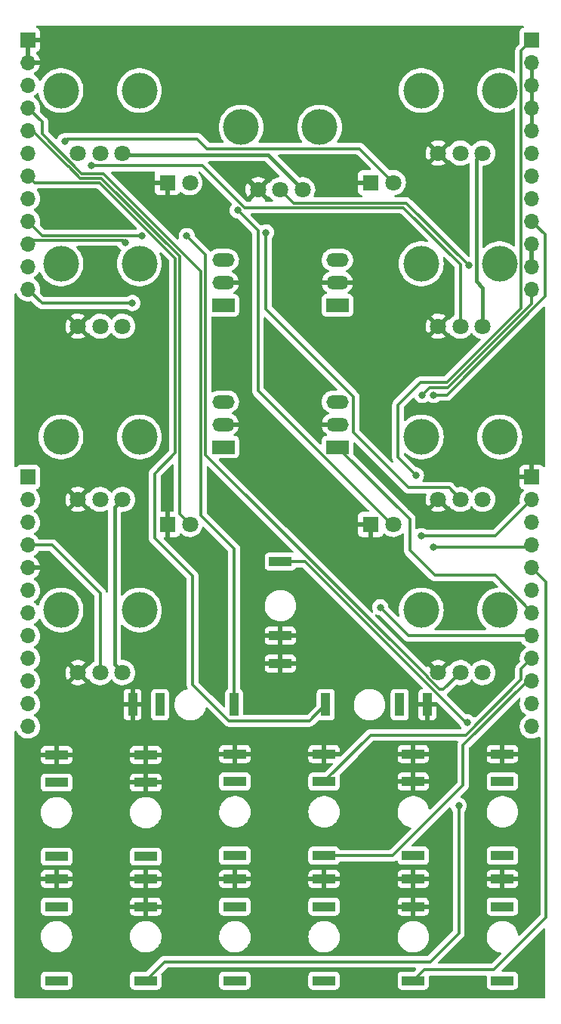
<source format=gbr>
%TF.GenerationSoftware,KiCad,Pcbnew,(5.99.0-12348-g4b436fb86d)*%
%TF.CreationDate,2021-09-23T15:10:33+01:00*%
%TF.ProjectId,Ampelope_Controls,416d7065-6c6f-4706-955f-436f6e74726f,rev?*%
%TF.SameCoordinates,Original*%
%TF.FileFunction,Copper,L2,Bot*%
%TF.FilePolarity,Positive*%
%FSLAX46Y46*%
G04 Gerber Fmt 4.6, Leading zero omitted, Abs format (unit mm)*
G04 Created by KiCad (PCBNEW (5.99.0-12348-g4b436fb86d)) date 2021-09-23 15:10:33*
%MOMM*%
%LPD*%
G01*
G04 APERTURE LIST*
%TA.AperFunction,WasherPad*%
%ADD10C,4.000000*%
%TD*%
%TA.AperFunction,ComponentPad*%
%ADD11C,1.800000*%
%TD*%
%TA.AperFunction,ComponentPad*%
%ADD12R,2.500000X1.000000*%
%TD*%
%TA.AperFunction,ComponentPad*%
%ADD13R,2.500000X1.500000*%
%TD*%
%TA.AperFunction,ComponentPad*%
%ADD14O,2.500000X1.500000*%
%TD*%
%TA.AperFunction,ComponentPad*%
%ADD15R,1.800000X1.800000*%
%TD*%
%TA.AperFunction,ComponentPad*%
%ADD16R,1.000000X2.500000*%
%TD*%
%TA.AperFunction,ComponentPad*%
%ADD17R,1.700000X1.700000*%
%TD*%
%TA.AperFunction,ComponentPad*%
%ADD18O,1.700000X1.700000*%
%TD*%
%TA.AperFunction,ViaPad*%
%ADD19C,0.800000*%
%TD*%
%TA.AperFunction,Conductor*%
%ADD20C,0.300000*%
%TD*%
%TA.AperFunction,Conductor*%
%ADD21C,0.400000*%
%TD*%
G04 APERTURE END LIST*
D10*
X146100000Y-96600000D03*
X154900000Y-96600000D03*
D11*
X153000000Y-103600000D03*
X150500000Y-103600000D03*
X148000000Y-103600000D03*
D12*
X145200000Y-132120000D03*
X145200000Y-135220000D03*
X145200000Y-143520000D03*
D13*
X123900000Y-97740000D03*
D14*
X123900000Y-95200000D03*
X123900000Y-92660000D03*
D10*
X146100000Y-116000000D03*
X154900000Y-116000000D03*
D11*
X153000000Y-123000000D03*
X150500000Y-123000000D03*
X148000000Y-123000000D03*
D12*
X155200000Y-146120000D03*
X155200000Y-149220000D03*
X155200000Y-157520000D03*
X125200000Y-146120000D03*
X125200000Y-149220000D03*
X125200000Y-157520000D03*
X115200000Y-146120000D03*
X115200000Y-149220000D03*
X115200000Y-157520000D03*
D15*
X117630000Y-106400000D03*
D11*
X120170000Y-106400000D03*
D12*
X105200000Y-132220000D03*
X105200000Y-135320000D03*
X105200000Y-143620000D03*
X135200000Y-132120000D03*
X135200000Y-135220000D03*
X135200000Y-143520000D03*
D15*
X117630000Y-68100000D03*
D11*
X120170000Y-68100000D03*
D16*
X113720000Y-126600000D03*
X116820000Y-126600000D03*
X125120000Y-126600000D03*
D10*
X105700000Y-57800000D03*
X114500000Y-57800000D03*
D11*
X112600000Y-64800000D03*
X110100000Y-64800000D03*
X107600000Y-64800000D03*
D12*
X145200000Y-146120000D03*
X145200000Y-149220000D03*
X145200000Y-157520000D03*
X125200000Y-132120000D03*
X125200000Y-135220000D03*
X125200000Y-143520000D03*
D16*
X146780000Y-126600000D03*
X143680000Y-126600000D03*
X135380000Y-126600000D03*
D13*
X123900000Y-81840000D03*
D14*
X123900000Y-79300000D03*
X123900000Y-76760000D03*
D10*
X134700000Y-61900000D03*
X125900000Y-61900000D03*
D11*
X132800000Y-68900000D03*
X130300000Y-68900000D03*
X127800000Y-68900000D03*
D10*
X114500000Y-116000000D03*
X105700000Y-116000000D03*
D11*
X112600000Y-123000000D03*
X110100000Y-123000000D03*
X107600000Y-123000000D03*
D10*
X146100000Y-77200000D03*
X154900000Y-77200000D03*
D11*
X153000000Y-84200000D03*
X150500000Y-84200000D03*
X148000000Y-84200000D03*
D10*
X114500000Y-96600000D03*
X105700000Y-96600000D03*
D11*
X112600000Y-103600000D03*
X110100000Y-103600000D03*
X107600000Y-103600000D03*
D10*
X114500000Y-77200000D03*
X105700000Y-77200000D03*
D11*
X112600000Y-84200000D03*
X110100000Y-84200000D03*
X107600000Y-84200000D03*
D13*
X136700000Y-81840000D03*
D14*
X136700000Y-79300000D03*
X136700000Y-76760000D03*
D15*
X140430000Y-68100000D03*
D11*
X142970000Y-68100000D03*
D12*
X105200000Y-146120000D03*
X105200000Y-149220000D03*
X105200000Y-157520000D03*
X130300000Y-121980000D03*
X130300000Y-118880000D03*
X130300000Y-110580000D03*
D13*
X136700000Y-97740000D03*
D14*
X136700000Y-95200000D03*
X136700000Y-92660000D03*
D10*
X154900000Y-57800000D03*
X146100000Y-57800000D03*
D11*
X153000000Y-64800000D03*
X150500000Y-64800000D03*
X148000000Y-64800000D03*
D12*
X155200000Y-132120000D03*
X155200000Y-135220000D03*
X155200000Y-143520000D03*
D15*
X140430000Y-106400000D03*
D11*
X142970000Y-106400000D03*
D12*
X115200000Y-132220000D03*
X115200000Y-135320000D03*
X115200000Y-143620000D03*
X135200000Y-146120000D03*
X135200000Y-149220000D03*
X135200000Y-157520000D03*
D17*
X158500000Y-101100000D03*
D18*
X158500000Y-103640000D03*
X158500000Y-106180000D03*
X158500000Y-108720000D03*
X158500000Y-111260000D03*
X158500000Y-113800000D03*
X158500000Y-116340000D03*
X158500000Y-118880000D03*
X158500000Y-121420000D03*
X158500000Y-123960000D03*
X158500000Y-126500000D03*
X158500000Y-129040000D03*
D17*
X102000000Y-101100000D03*
D18*
X102000000Y-103640000D03*
X102000000Y-106180000D03*
X102000000Y-108720000D03*
X102000000Y-111260000D03*
X102000000Y-113800000D03*
X102000000Y-116340000D03*
X102000000Y-118880000D03*
X102000000Y-121420000D03*
X102000000Y-123960000D03*
X102000000Y-126500000D03*
X102000000Y-129040000D03*
D17*
X158500000Y-52100000D03*
D18*
X158500000Y-54640000D03*
X158500000Y-57180000D03*
X158500000Y-59720000D03*
X158500000Y-62260000D03*
X158500000Y-64800000D03*
X158500000Y-67340000D03*
X158500000Y-69880000D03*
X158500000Y-72420000D03*
X158500000Y-74960000D03*
X158500000Y-77500000D03*
X158500000Y-80040000D03*
D17*
X102000000Y-52100000D03*
D18*
X102000000Y-54640000D03*
X102000000Y-57180000D03*
X102000000Y-59720000D03*
X102000000Y-62260000D03*
X102000000Y-64800000D03*
X102000000Y-67340000D03*
X102000000Y-69880000D03*
X102000000Y-72420000D03*
X102000000Y-74960000D03*
X102000000Y-77500000D03*
X102000000Y-80040000D03*
D19*
X110000000Y-79000000D03*
X113000000Y-73000000D03*
X125300000Y-55000000D03*
X147000000Y-52000000D03*
X141000000Y-94000000D03*
X114000000Y-68000000D03*
X151000000Y-98000000D03*
X141000000Y-77000000D03*
X114000000Y-52000000D03*
X155100000Y-73300000D03*
X135200000Y-55000000D03*
X156300000Y-127300000D03*
X106000000Y-70000000D03*
X138700000Y-120000000D03*
X132600000Y-76300000D03*
X152300000Y-113200000D03*
X156000000Y-89000000D03*
X116800000Y-110800000D03*
X145500000Y-120100000D03*
X145500000Y-100900000D03*
X141500000Y-115700000D03*
X146100000Y-107700000D03*
X150300000Y-137900000D03*
X147500000Y-108924500D03*
X146200000Y-91900000D03*
X147500000Y-91900000D03*
X106100000Y-63500000D03*
X125500000Y-71200000D03*
X151287701Y-128587701D03*
X151400000Y-77400000D03*
X113700000Y-81600000D03*
X109100000Y-66200000D03*
X119800000Y-74100000D03*
X114800000Y-74100000D03*
X128700000Y-73700000D03*
X112900000Y-74824500D03*
D20*
X146000000Y-90500000D02*
X148957854Y-90500000D01*
X157300000Y-82157854D02*
X157300000Y-53300000D01*
X143500000Y-98900000D02*
X143500000Y-93000000D01*
X145500000Y-100900000D02*
X143500000Y-98900000D01*
X143500000Y-93000000D02*
X146000000Y-90500000D01*
X148957854Y-90500000D02*
X157300000Y-82157854D01*
X157300000Y-53300000D02*
X158500000Y-52100000D01*
X141500000Y-115700000D02*
X144680000Y-118880000D01*
X144680000Y-118880000D02*
X158500000Y-118880000D01*
X140420000Y-130000000D02*
X135200000Y-135220000D01*
X151100000Y-130000000D02*
X140420000Y-130000000D01*
X157300000Y-123800000D02*
X151100000Y-130000000D01*
X158500000Y-121420000D02*
X157300000Y-122620000D01*
X157300000Y-122620000D02*
X157300000Y-123800000D01*
X150800000Y-131160000D02*
X150800000Y-135600000D01*
X158000000Y-123960000D02*
X150800000Y-131160000D01*
X142880000Y-143520000D02*
X135200000Y-143520000D01*
X150800000Y-135600000D02*
X142880000Y-143520000D01*
X146100000Y-107700000D02*
X154440000Y-107700000D01*
X154440000Y-107700000D02*
X158500000Y-103640000D01*
X150300000Y-152200000D02*
X147100000Y-155400000D01*
X147100000Y-155400000D02*
X117320000Y-155400000D01*
X117320000Y-155400000D02*
X115200000Y-157520000D01*
X150300000Y-137900000D02*
X150300000Y-152200000D01*
X147500000Y-108924500D02*
X158295500Y-108924500D01*
X145200000Y-157520000D02*
X146420000Y-156300000D01*
X154220478Y-156300000D02*
X160100000Y-150420478D01*
X160100000Y-112860000D02*
X158500000Y-111260000D01*
X146420000Y-156300000D02*
X154220478Y-156300000D01*
X160100000Y-150420478D02*
X160100000Y-112860000D01*
X147024511Y-91075489D02*
X149088793Y-91075489D01*
X158500000Y-81664282D02*
X158500000Y-80431721D01*
X146200000Y-91900000D02*
X147024511Y-91075489D01*
X149088793Y-91075489D02*
X158500000Y-81664282D01*
X147500000Y-91900000D02*
X148970710Y-91900000D01*
X160000000Y-73920000D02*
X158500000Y-72420000D01*
X160000000Y-80870710D02*
X160000000Y-73920000D01*
X148970710Y-91900000D02*
X160000000Y-80870710D01*
D21*
X132800000Y-68900000D02*
X128900000Y-65000000D01*
X152249511Y-79149511D02*
X152249511Y-65550489D01*
X112600000Y-123000000D02*
X111700000Y-122100000D01*
X153000000Y-84200000D02*
X153000000Y-79900000D01*
X153000000Y-79900000D02*
X152249511Y-79149511D01*
X111700000Y-122100000D02*
X111700000Y-104500000D01*
X111700000Y-104500000D02*
X112600000Y-103600000D01*
X128900000Y-65000000D02*
X112800000Y-65000000D01*
X152249511Y-65550489D02*
X153000000Y-64800000D01*
X158500000Y-54640000D02*
X158500000Y-62260000D01*
D20*
X119000000Y-76365008D02*
X119000000Y-105230000D01*
X110235471Y-67600480D02*
X119000000Y-76365008D01*
X106500000Y-66300000D02*
X106529290Y-66300000D01*
X106529290Y-66300000D02*
X107829770Y-67600480D01*
X119000000Y-105230000D02*
X120170000Y-106400000D01*
X107829770Y-67600480D02*
X110235471Y-67600480D01*
X102565220Y-62365220D02*
X106500000Y-66300000D01*
X139170000Y-64300000D02*
X122094780Y-64300000D01*
X122094780Y-64300000D02*
X120994780Y-63200000D01*
X142970000Y-68100000D02*
X139170000Y-64300000D01*
X106400000Y-63200000D02*
X106100000Y-63500000D01*
X120994780Y-63200000D02*
X106400000Y-63200000D01*
X127775489Y-91420000D02*
X142710978Y-106355489D01*
X125500000Y-71200000D02*
X127775489Y-73475489D01*
X127775489Y-73475489D02*
X127775489Y-91420000D01*
X103600000Y-62664282D02*
X108036678Y-67100960D01*
X110442380Y-67100961D02*
X121394511Y-78053092D01*
X125120000Y-109120000D02*
X125120000Y-126600000D01*
X108036678Y-67100960D02*
X110442380Y-67100961D01*
X121394511Y-78053092D02*
X121394511Y-105394511D01*
X103600000Y-61320000D02*
X103600000Y-62664282D01*
X121394511Y-105394511D02*
X125120000Y-109120000D01*
X102000000Y-59720000D02*
X103600000Y-61320000D01*
X151287701Y-128587701D02*
X151087701Y-128587701D01*
X133080000Y-110580000D02*
X130300000Y-110580000D01*
X151087701Y-128587701D02*
X133080000Y-110580000D01*
X135380000Y-126600000D02*
X133580000Y-128400000D01*
X120450480Y-112167781D02*
X116200000Y-107917301D01*
X102760000Y-68100000D02*
X102000000Y-67340000D01*
X116200000Y-100700000D02*
X118500000Y-98400000D01*
X124520978Y-128400000D02*
X120450480Y-124329502D01*
X116200000Y-107917301D02*
X116200000Y-100700000D01*
X120450480Y-124329502D02*
X120450480Y-112167781D01*
X110028564Y-68100000D02*
X102760000Y-68100000D01*
X118500000Y-98400000D02*
X118500000Y-76571436D01*
X133580000Y-128400000D02*
X124520978Y-128400000D01*
X118500000Y-76571436D02*
X110028564Y-68100000D01*
X131800000Y-70400000D02*
X130300000Y-68900000D01*
X151400000Y-77400000D02*
X144400000Y-70400000D01*
X144400000Y-70400000D02*
X131800000Y-70400000D01*
X144800000Y-109300000D02*
X144800000Y-105800000D01*
X144800000Y-105800000D02*
X136740000Y-97740000D01*
X154400000Y-112100000D02*
X147600000Y-112100000D01*
X158500000Y-116200000D02*
X154400000Y-112100000D01*
X147600000Y-112100000D02*
X144800000Y-109300000D01*
X110100000Y-114100000D02*
X110100000Y-123000000D01*
X104720000Y-108720000D02*
X110100000Y-114100000D01*
X102000000Y-108720000D02*
X104720000Y-108720000D01*
X113700000Y-81600000D02*
X103560000Y-81600000D01*
X103560000Y-81600000D02*
X102000000Y-80040000D01*
X109100000Y-66200000D02*
X121559970Y-66200000D01*
X144099897Y-70899897D02*
X150500000Y-77300000D01*
X121559970Y-66200000D02*
X126259867Y-70899897D01*
X126259867Y-70899897D02*
X144099897Y-70899897D01*
X150500000Y-77300000D02*
X150500000Y-84200000D01*
X148132924Y-124900000D02*
X148600000Y-124900000D01*
X103630000Y-74050000D02*
X102000000Y-72420000D01*
X148600000Y-124900000D02*
X150500000Y-123000000D01*
X114750000Y-74050000D02*
X103630000Y-74050000D01*
X121900000Y-98600000D02*
X146750489Y-123450489D01*
X146750489Y-123517565D02*
X148132924Y-124900000D01*
X146750489Y-123450489D02*
X146750489Y-123517565D01*
X121900000Y-76200000D02*
X121900000Y-98600000D01*
X114800000Y-74100000D02*
X114750000Y-74050000D01*
X119800000Y-74100000D02*
X121900000Y-76200000D01*
X112625020Y-74549520D02*
X102410480Y-74549520D01*
X138500000Y-92100000D02*
X138500000Y-96100000D01*
X128700000Y-82300000D02*
X138500000Y-92100000D01*
X144700000Y-102300000D02*
X149200000Y-102300000D01*
X128700000Y-73700000D02*
X128700000Y-82300000D01*
X138500000Y-96100000D02*
X144700000Y-102300000D01*
X149200000Y-102300000D02*
X150500000Y-103600000D01*
X112900000Y-74824500D02*
X112625020Y-74549520D01*
%TA.AperFunction,Conductor*%
G36*
X112067755Y-75228022D02*
G01*
X112108752Y-75271018D01*
X112160960Y-75361444D01*
X112165378Y-75366351D01*
X112165379Y-75366352D01*
X112267184Y-75479418D01*
X112288747Y-75503366D01*
X112356291Y-75552440D01*
X112409963Y-75591435D01*
X112453317Y-75647657D01*
X112459392Y-75718394D01*
X112442287Y-75760885D01*
X112309926Y-75969453D01*
X112297438Y-75989131D01*
X112295754Y-75992710D01*
X112295750Y-75992717D01*
X112171559Y-76256638D01*
X112163044Y-76274734D01*
X112161818Y-76278506D01*
X112161818Y-76278507D01*
X112138715Y-76349612D01*
X112065505Y-76574928D01*
X112006359Y-76884980D01*
X111986540Y-77200000D01*
X112006359Y-77515020D01*
X112065505Y-77825072D01*
X112066732Y-77828848D01*
X112161015Y-78119020D01*
X112163044Y-78125266D01*
X112164731Y-78128852D01*
X112164733Y-78128856D01*
X112295750Y-78407283D01*
X112295754Y-78407290D01*
X112297438Y-78410869D01*
X112466568Y-78677375D01*
X112496830Y-78713955D01*
X112652481Y-78902104D01*
X112667767Y-78920582D01*
X112897860Y-79136654D01*
X113153221Y-79322184D01*
X113156690Y-79324091D01*
X113156693Y-79324093D01*
X113345698Y-79428000D01*
X113429821Y-79474247D01*
X113433490Y-79475700D01*
X113433495Y-79475702D01*
X113703979Y-79582794D01*
X113723298Y-79590443D01*
X114029025Y-79668940D01*
X114342179Y-79708500D01*
X114657821Y-79708500D01*
X114970975Y-79668940D01*
X115276702Y-79590443D01*
X115296021Y-79582794D01*
X115566505Y-79475702D01*
X115566510Y-79475700D01*
X115570179Y-79474247D01*
X115654302Y-79428000D01*
X115843307Y-79324093D01*
X115843310Y-79324091D01*
X115846779Y-79322184D01*
X116102140Y-79136654D01*
X116332233Y-78920582D01*
X116347520Y-78902104D01*
X116503170Y-78713955D01*
X116533432Y-78677375D01*
X116702562Y-78410869D01*
X116704246Y-78407290D01*
X116704250Y-78407283D01*
X116835267Y-78128856D01*
X116835269Y-78128852D01*
X116836956Y-78125266D01*
X116838986Y-78119020D01*
X116933268Y-77828848D01*
X116934495Y-77825072D01*
X116993641Y-77515020D01*
X117013460Y-77200000D01*
X116993641Y-76884980D01*
X116934495Y-76574928D01*
X116861285Y-76349612D01*
X116838182Y-76278507D01*
X116838182Y-76278506D01*
X116836956Y-76274734D01*
X116816752Y-76231797D01*
X116781271Y-76156396D01*
X116757643Y-76106184D01*
X116746737Y-76036031D01*
X116775490Y-75971118D01*
X116834774Y-75932054D01*
X116905766Y-75931243D01*
X116960746Y-75963442D01*
X117804595Y-76807291D01*
X117838621Y-76869603D01*
X117841500Y-76896386D01*
X117841500Y-98075051D01*
X117821498Y-98143172D01*
X117804595Y-98164146D01*
X116798322Y-99170418D01*
X115792395Y-100176345D01*
X115783615Y-100184335D01*
X115783613Y-100184337D01*
X115776920Y-100188584D01*
X115771494Y-100194362D01*
X115771493Y-100194363D01*
X115728396Y-100240257D01*
X115725641Y-100243099D01*
X115705073Y-100263667D01*
X115702356Y-100267170D01*
X115694648Y-100276195D01*
X115663028Y-100309867D01*
X115659207Y-100316818D01*
X115659206Y-100316819D01*
X115652697Y-100328658D01*
X115641843Y-100345182D01*
X115634018Y-100355271D01*
X115628696Y-100362132D01*
X115625549Y-100369404D01*
X115625548Y-100369406D01*
X115610346Y-100404535D01*
X115605124Y-100415195D01*
X115582876Y-100455663D01*
X115577541Y-100476441D01*
X115571142Y-100495131D01*
X115562620Y-100514824D01*
X115555687Y-100558596D01*
X115555394Y-100560448D01*
X115552987Y-100572071D01*
X115541500Y-100616812D01*
X115541500Y-100638259D01*
X115539949Y-100657969D01*
X115536594Y-100679152D01*
X115537340Y-100687043D01*
X115540941Y-100725138D01*
X115541500Y-100736996D01*
X115541500Y-107835245D01*
X115540941Y-107847101D01*
X115539212Y-107854838D01*
X115539461Y-107862760D01*
X115541438Y-107925670D01*
X115541500Y-107929628D01*
X115541500Y-107958733D01*
X115542056Y-107963133D01*
X115542988Y-107974965D01*
X115544438Y-108021132D01*
X115546650Y-108028745D01*
X115546650Y-108028746D01*
X115550419Y-108041717D01*
X115554430Y-108061085D01*
X115555745Y-108071492D01*
X115557118Y-108082365D01*
X115560034Y-108089730D01*
X115560035Y-108089734D01*
X115574126Y-108125322D01*
X115577965Y-108136532D01*
X115590855Y-108180901D01*
X115601775Y-108199366D01*
X115610466Y-108217106D01*
X115618365Y-108237057D01*
X115645516Y-108274427D01*
X115652033Y-108284349D01*
X115671507Y-108317278D01*
X115671510Y-108317282D01*
X115675547Y-108324108D01*
X115690711Y-108339272D01*
X115703551Y-108354305D01*
X115716159Y-108371658D01*
X115751752Y-108401103D01*
X115760532Y-108409093D01*
X117758167Y-110406727D01*
X119755075Y-112403635D01*
X119789101Y-112465947D01*
X119791980Y-112492730D01*
X119791980Y-124247446D01*
X119791421Y-124259302D01*
X119789692Y-124267039D01*
X119789941Y-124274961D01*
X119791918Y-124337871D01*
X119791980Y-124341829D01*
X119791980Y-124370934D01*
X119792536Y-124375334D01*
X119793468Y-124387166D01*
X119794918Y-124433333D01*
X119797130Y-124440946D01*
X119797130Y-124440947D01*
X119800899Y-124453918D01*
X119804910Y-124473284D01*
X119807598Y-124494566D01*
X119810514Y-124501931D01*
X119810515Y-124501935D01*
X119824606Y-124537523D01*
X119828445Y-124548733D01*
X119841335Y-124593102D01*
X119852255Y-124611567D01*
X119860946Y-124629307D01*
X119868845Y-124649258D01*
X119873506Y-124655674D01*
X119873507Y-124655675D01*
X119892775Y-124682195D01*
X119916634Y-124749063D01*
X119900553Y-124818215D01*
X119849639Y-124867695D01*
X119826101Y-124877220D01*
X119582433Y-124948243D01*
X119578180Y-124950203D01*
X119578179Y-124950204D01*
X119541659Y-124967040D01*
X119345072Y-125057668D01*
X119306067Y-125083241D01*
X119130404Y-125198410D01*
X119130399Y-125198414D01*
X119126491Y-125200976D01*
X118931494Y-125375018D01*
X118764363Y-125575970D01*
X118628771Y-125799419D01*
X118527697Y-126040455D01*
X118463359Y-126293783D01*
X118462891Y-126298434D01*
X118462890Y-126298438D01*
X118458552Y-126341525D01*
X118437173Y-126553839D01*
X118437397Y-126558505D01*
X118437397Y-126558511D01*
X118443100Y-126677241D01*
X118449713Y-126814908D01*
X118500704Y-127071256D01*
X118589026Y-127317252D01*
X118591242Y-127321376D01*
X118676338Y-127479748D01*
X118712737Y-127547491D01*
X118715532Y-127551234D01*
X118715534Y-127551237D01*
X118866330Y-127753177D01*
X118866335Y-127753183D01*
X118869122Y-127756915D01*
X118872431Y-127760195D01*
X118872436Y-127760201D01*
X119032801Y-127919172D01*
X119054743Y-127940923D01*
X119058505Y-127943681D01*
X119058508Y-127943684D01*
X119211759Y-128056052D01*
X119265524Y-128095474D01*
X119269667Y-128097654D01*
X119269669Y-128097655D01*
X119492684Y-128214989D01*
X119492689Y-128214991D01*
X119496834Y-128217172D01*
X119635254Y-128265511D01*
X119707991Y-128290912D01*
X119743590Y-128303344D01*
X119748183Y-128304216D01*
X119995785Y-128351224D01*
X119995788Y-128351224D01*
X120000374Y-128352095D01*
X120130959Y-128357226D01*
X120256875Y-128362174D01*
X120256881Y-128362174D01*
X120261543Y-128362357D01*
X120350651Y-128352598D01*
X120516707Y-128334412D01*
X120516712Y-128334411D01*
X120521360Y-128333902D01*
X120563088Y-128322916D01*
X120769594Y-128268548D01*
X120769596Y-128268547D01*
X120774117Y-128267357D01*
X121014262Y-128164182D01*
X121236519Y-128026646D01*
X121240082Y-128023629D01*
X121240087Y-128023626D01*
X121432439Y-127860787D01*
X121432440Y-127860786D01*
X121436005Y-127857768D01*
X121527729Y-127753177D01*
X121605257Y-127664774D01*
X121605261Y-127664769D01*
X121608339Y-127661259D01*
X121637453Y-127615997D01*
X121692438Y-127530513D01*
X121749733Y-127441437D01*
X121857083Y-127203129D01*
X121858688Y-127197438D01*
X121916592Y-126992130D01*
X121954334Y-126931996D01*
X122018595Y-126901814D01*
X122088973Y-126911165D01*
X122126956Y-126937237D01*
X123997319Y-128807600D01*
X124005309Y-128816381D01*
X124005317Y-128816390D01*
X124009562Y-128823080D01*
X124061252Y-128871620D01*
X124064094Y-128874375D01*
X124084645Y-128894926D01*
X124087779Y-128897357D01*
X124088141Y-128897638D01*
X124097169Y-128905348D01*
X124130845Y-128936972D01*
X124137796Y-128940793D01*
X124137797Y-128940794D01*
X124149633Y-128947301D01*
X124166162Y-128958158D01*
X124176847Y-128966447D01*
X124176849Y-128966448D01*
X124183109Y-128971304D01*
X124225522Y-128989657D01*
X124236159Y-128994868D01*
X124276641Y-129017124D01*
X124284320Y-129019096D01*
X124284321Y-129019096D01*
X124297412Y-129022457D01*
X124316114Y-129028859D01*
X124335801Y-129037379D01*
X124343630Y-129038619D01*
X124381426Y-129044605D01*
X124393052Y-129047013D01*
X124430113Y-129056529D01*
X124430114Y-129056529D01*
X124437790Y-129058500D01*
X124459236Y-129058500D01*
X124478946Y-129060051D01*
X124500129Y-129063406D01*
X124546113Y-129059059D01*
X124557972Y-129058500D01*
X133497944Y-129058500D01*
X133509800Y-129059059D01*
X133509803Y-129059059D01*
X133517537Y-129060788D01*
X133588369Y-129058562D01*
X133592327Y-129058500D01*
X133621432Y-129058500D01*
X133625832Y-129057944D01*
X133637664Y-129057012D01*
X133683831Y-129055562D01*
X133704421Y-129049580D01*
X133723782Y-129045570D01*
X133731424Y-129044605D01*
X133737204Y-129043875D01*
X133737205Y-129043875D01*
X133745064Y-129042882D01*
X133752429Y-129039966D01*
X133752433Y-129039965D01*
X133788021Y-129025874D01*
X133799231Y-129022035D01*
X133843600Y-129009145D01*
X133862065Y-128998225D01*
X133879805Y-128989534D01*
X133899756Y-128981635D01*
X133937129Y-128954482D01*
X133947048Y-128947967D01*
X133979977Y-128928493D01*
X133979981Y-128928490D01*
X133986807Y-128924453D01*
X134001971Y-128909289D01*
X134017005Y-128896448D01*
X134027943Y-128888501D01*
X134034357Y-128883841D01*
X134063803Y-128848247D01*
X134071792Y-128839468D01*
X134559457Y-128351803D01*
X134621769Y-128317777D01*
X134692781Y-128322916D01*
X134762282Y-128348971D01*
X134762288Y-128348973D01*
X134769684Y-128351745D01*
X134831866Y-128358500D01*
X135928134Y-128358500D01*
X135990316Y-128351745D01*
X136126705Y-128300615D01*
X136243261Y-128213261D01*
X136330615Y-128096705D01*
X136381745Y-127960316D01*
X136388500Y-127898134D01*
X136388500Y-126553839D01*
X138537173Y-126553839D01*
X138537397Y-126558505D01*
X138537397Y-126558511D01*
X138543100Y-126677241D01*
X138549713Y-126814908D01*
X138600704Y-127071256D01*
X138689026Y-127317252D01*
X138691242Y-127321376D01*
X138776338Y-127479748D01*
X138812737Y-127547491D01*
X138815532Y-127551234D01*
X138815534Y-127551237D01*
X138966330Y-127753177D01*
X138966335Y-127753183D01*
X138969122Y-127756915D01*
X138972431Y-127760195D01*
X138972436Y-127760201D01*
X139132801Y-127919172D01*
X139154743Y-127940923D01*
X139158505Y-127943681D01*
X139158508Y-127943684D01*
X139311759Y-128056052D01*
X139365524Y-128095474D01*
X139369667Y-128097654D01*
X139369669Y-128097655D01*
X139592684Y-128214989D01*
X139592689Y-128214991D01*
X139596834Y-128217172D01*
X139735254Y-128265511D01*
X139807991Y-128290912D01*
X139843590Y-128303344D01*
X139848183Y-128304216D01*
X140095785Y-128351224D01*
X140095788Y-128351224D01*
X140100374Y-128352095D01*
X140230959Y-128357226D01*
X140356875Y-128362174D01*
X140356881Y-128362174D01*
X140361543Y-128362357D01*
X140450651Y-128352598D01*
X140616707Y-128334412D01*
X140616712Y-128334411D01*
X140621360Y-128333902D01*
X140663088Y-128322916D01*
X140869594Y-128268548D01*
X140869596Y-128268547D01*
X140874117Y-128267357D01*
X141114262Y-128164182D01*
X141336519Y-128026646D01*
X141340082Y-128023629D01*
X141340087Y-128023626D01*
X141532439Y-127860787D01*
X141532440Y-127860786D01*
X141536005Y-127857768D01*
X141627729Y-127753177D01*
X141705257Y-127664774D01*
X141705261Y-127664769D01*
X141708339Y-127661259D01*
X141737453Y-127615997D01*
X141792438Y-127530513D01*
X141849733Y-127441437D01*
X141957083Y-127203129D01*
X141980804Y-127119020D01*
X142026760Y-126956076D01*
X142026761Y-126956073D01*
X142028030Y-126951572D01*
X142040230Y-126855671D01*
X142060616Y-126695421D01*
X142060616Y-126695417D01*
X142061014Y-126692291D01*
X142063431Y-126600000D01*
X142056000Y-126500000D01*
X142044407Y-126344000D01*
X142044406Y-126343996D01*
X142044061Y-126339348D01*
X142042893Y-126334183D01*
X141987408Y-126088980D01*
X141986377Y-126084423D01*
X141979104Y-126065720D01*
X141893340Y-125845176D01*
X141893339Y-125845173D01*
X141891647Y-125840823D01*
X141887493Y-125833554D01*
X141793029Y-125668277D01*
X141761951Y-125613902D01*
X141600138Y-125408643D01*
X141486630Y-125301866D01*
X142671500Y-125301866D01*
X142671500Y-127898134D01*
X142678255Y-127960316D01*
X142729385Y-128096705D01*
X142816739Y-128213261D01*
X142933295Y-128300615D01*
X143069684Y-128351745D01*
X143131866Y-128358500D01*
X144228134Y-128358500D01*
X144290316Y-128351745D01*
X144426705Y-128300615D01*
X144543261Y-128213261D01*
X144630615Y-128096705D01*
X144681745Y-127960316D01*
X144688500Y-127898134D01*
X144688500Y-126867548D01*
X145772001Y-126867548D01*
X145772001Y-127894669D01*
X145772371Y-127901490D01*
X145777895Y-127952352D01*
X145781521Y-127967604D01*
X145826676Y-128088054D01*
X145835214Y-128103649D01*
X145911715Y-128205724D01*
X145924276Y-128218285D01*
X146026351Y-128294786D01*
X146041946Y-128303324D01*
X146162394Y-128348478D01*
X146177649Y-128352105D01*
X146228514Y-128357631D01*
X146235328Y-128358000D01*
X146507885Y-128358000D01*
X146523124Y-128353525D01*
X146524329Y-128352135D01*
X146526000Y-128344452D01*
X146526000Y-126872115D01*
X146524659Y-126867548D01*
X147034000Y-126867548D01*
X147034000Y-128339884D01*
X147038475Y-128355123D01*
X147039865Y-128356328D01*
X147047548Y-128357999D01*
X147324669Y-128357999D01*
X147331490Y-128357629D01*
X147382352Y-128352105D01*
X147397604Y-128348479D01*
X147518054Y-128303324D01*
X147533649Y-128294786D01*
X147635724Y-128218285D01*
X147648285Y-128205724D01*
X147724786Y-128103649D01*
X147733324Y-128088054D01*
X147778478Y-127967606D01*
X147782105Y-127952351D01*
X147787631Y-127901486D01*
X147788000Y-127894672D01*
X147788000Y-126872115D01*
X147783525Y-126856876D01*
X147782135Y-126855671D01*
X147774452Y-126854000D01*
X147052115Y-126854000D01*
X147036876Y-126858475D01*
X147035671Y-126859865D01*
X147034000Y-126867548D01*
X146524659Y-126867548D01*
X146521525Y-126856876D01*
X146520135Y-126855671D01*
X146512452Y-126854000D01*
X145790116Y-126854000D01*
X145774877Y-126858475D01*
X145773672Y-126859865D01*
X145772001Y-126867548D01*
X144688500Y-126867548D01*
X144688500Y-125301866D01*
X144681745Y-125239684D01*
X144630615Y-125103295D01*
X144543261Y-124986739D01*
X144426705Y-124899385D01*
X144290316Y-124848255D01*
X144228134Y-124841500D01*
X143131866Y-124841500D01*
X143069684Y-124848255D01*
X142933295Y-124899385D01*
X142816739Y-124986739D01*
X142729385Y-125103295D01*
X142678255Y-125239684D01*
X142671500Y-125301866D01*
X141486630Y-125301866D01*
X141409763Y-125229557D01*
X141240629Y-125112224D01*
X141198851Y-125083241D01*
X141198848Y-125083239D01*
X141195009Y-125080576D01*
X141190816Y-125078508D01*
X140964781Y-124967040D01*
X140964778Y-124967039D01*
X140960593Y-124964975D01*
X140914449Y-124950204D01*
X140716123Y-124886720D01*
X140711665Y-124885293D01*
X140453693Y-124843279D01*
X140339942Y-124841790D01*
X140197022Y-124839919D01*
X140197019Y-124839919D01*
X140192345Y-124839858D01*
X139933362Y-124875104D01*
X139928876Y-124876412D01*
X139928874Y-124876412D01*
X139869888Y-124893605D01*
X139682433Y-124948243D01*
X139678180Y-124950203D01*
X139678179Y-124950204D01*
X139641659Y-124967040D01*
X139445072Y-125057668D01*
X139406067Y-125083241D01*
X139230404Y-125198410D01*
X139230399Y-125198414D01*
X139226491Y-125200976D01*
X139031494Y-125375018D01*
X138864363Y-125575970D01*
X138728771Y-125799419D01*
X138627697Y-126040455D01*
X138563359Y-126293783D01*
X138562891Y-126298434D01*
X138562890Y-126298438D01*
X138558552Y-126341525D01*
X138537173Y-126553839D01*
X136388500Y-126553839D01*
X136388500Y-125301866D01*
X136381745Y-125239684D01*
X136330615Y-125103295D01*
X136243261Y-124986739D01*
X136126705Y-124899385D01*
X135990316Y-124848255D01*
X135928134Y-124841500D01*
X134831866Y-124841500D01*
X134769684Y-124848255D01*
X134633295Y-124899385D01*
X134516739Y-124986739D01*
X134429385Y-125103295D01*
X134378255Y-125239684D01*
X134371500Y-125301866D01*
X134371500Y-126625051D01*
X134351498Y-126693172D01*
X134334595Y-126714146D01*
X133344145Y-127704595D01*
X133281833Y-127738621D01*
X133255050Y-127741500D01*
X126254500Y-127741500D01*
X126186379Y-127721498D01*
X126139886Y-127667842D01*
X126128500Y-127615500D01*
X126128500Y-125301866D01*
X126121745Y-125239684D01*
X126070615Y-125103295D01*
X125983261Y-124986739D01*
X125866705Y-124899385D01*
X125858296Y-124896233D01*
X125850425Y-124891923D01*
X125851336Y-124890259D01*
X125803510Y-124854337D01*
X125778807Y-124787776D01*
X125778500Y-124778991D01*
X125778500Y-122247548D01*
X128542001Y-122247548D01*
X128542001Y-122524669D01*
X128542371Y-122531490D01*
X128547895Y-122582352D01*
X128551521Y-122597604D01*
X128596676Y-122718054D01*
X128605214Y-122733649D01*
X128681715Y-122835724D01*
X128694276Y-122848285D01*
X128796351Y-122924786D01*
X128811946Y-122933324D01*
X128932394Y-122978478D01*
X128947649Y-122982105D01*
X128998514Y-122987631D01*
X129005328Y-122988000D01*
X130027885Y-122988000D01*
X130043124Y-122983525D01*
X130044329Y-122982135D01*
X130046000Y-122974452D01*
X130046000Y-122252115D01*
X130044659Y-122247548D01*
X130554000Y-122247548D01*
X130554000Y-122969884D01*
X130558475Y-122985123D01*
X130559865Y-122986328D01*
X130567548Y-122987999D01*
X131594669Y-122987999D01*
X131601490Y-122987629D01*
X131652352Y-122982105D01*
X131667604Y-122978479D01*
X131788054Y-122933324D01*
X131803649Y-122924786D01*
X131905724Y-122848285D01*
X131918285Y-122835724D01*
X131994786Y-122733649D01*
X132003324Y-122718054D01*
X132048478Y-122597606D01*
X132052105Y-122582351D01*
X132057631Y-122531486D01*
X132058000Y-122524672D01*
X132058000Y-122252115D01*
X132053525Y-122236876D01*
X132052135Y-122235671D01*
X132044452Y-122234000D01*
X130572115Y-122234000D01*
X130556876Y-122238475D01*
X130555671Y-122239865D01*
X130554000Y-122247548D01*
X130044659Y-122247548D01*
X130041525Y-122236876D01*
X130040135Y-122235671D01*
X130032452Y-122234000D01*
X128560116Y-122234000D01*
X128544877Y-122238475D01*
X128543672Y-122239865D01*
X128542001Y-122247548D01*
X125778500Y-122247548D01*
X125778500Y-121435328D01*
X128542000Y-121435328D01*
X128542000Y-121707885D01*
X128546475Y-121723124D01*
X128547865Y-121724329D01*
X128555548Y-121726000D01*
X130027885Y-121726000D01*
X130043124Y-121721525D01*
X130044329Y-121720135D01*
X130046000Y-121712452D01*
X130046000Y-120990116D01*
X130044659Y-120985548D01*
X130554000Y-120985548D01*
X130554000Y-121707885D01*
X130558475Y-121723124D01*
X130559865Y-121724329D01*
X130567548Y-121726000D01*
X132039884Y-121726000D01*
X132055123Y-121721525D01*
X132056328Y-121720135D01*
X132057999Y-121712452D01*
X132057999Y-121435331D01*
X132057629Y-121428510D01*
X132052105Y-121377648D01*
X132048479Y-121362396D01*
X132003324Y-121241946D01*
X131994786Y-121226351D01*
X131918285Y-121124276D01*
X131905724Y-121111715D01*
X131803649Y-121035214D01*
X131788054Y-121026676D01*
X131667606Y-120981522D01*
X131652351Y-120977895D01*
X131601486Y-120972369D01*
X131594672Y-120972000D01*
X130572115Y-120972000D01*
X130556876Y-120976475D01*
X130555671Y-120977865D01*
X130554000Y-120985548D01*
X130044659Y-120985548D01*
X130041525Y-120974877D01*
X130040135Y-120973672D01*
X130032452Y-120972001D01*
X129005331Y-120972001D01*
X128998510Y-120972371D01*
X128947648Y-120977895D01*
X128932396Y-120981521D01*
X128811946Y-121026676D01*
X128796351Y-121035214D01*
X128694276Y-121111715D01*
X128681715Y-121124276D01*
X128605214Y-121226351D01*
X128596676Y-121241946D01*
X128551522Y-121362394D01*
X128547895Y-121377649D01*
X128542369Y-121428514D01*
X128542000Y-121435328D01*
X125778500Y-121435328D01*
X125778500Y-119147548D01*
X128542001Y-119147548D01*
X128542001Y-119424669D01*
X128542371Y-119431490D01*
X128547895Y-119482352D01*
X128551521Y-119497604D01*
X128596676Y-119618054D01*
X128605214Y-119633649D01*
X128681715Y-119735724D01*
X128694276Y-119748285D01*
X128796351Y-119824786D01*
X128811946Y-119833324D01*
X128932394Y-119878478D01*
X128947649Y-119882105D01*
X128998514Y-119887631D01*
X129005328Y-119888000D01*
X130027885Y-119888000D01*
X130043124Y-119883525D01*
X130044329Y-119882135D01*
X130046000Y-119874452D01*
X130046000Y-119152115D01*
X130044659Y-119147548D01*
X130554000Y-119147548D01*
X130554000Y-119869884D01*
X130558475Y-119885123D01*
X130559865Y-119886328D01*
X130567548Y-119887999D01*
X131594669Y-119887999D01*
X131601490Y-119887629D01*
X131652352Y-119882105D01*
X131667604Y-119878479D01*
X131788054Y-119833324D01*
X131803649Y-119824786D01*
X131905724Y-119748285D01*
X131918285Y-119735724D01*
X131994786Y-119633649D01*
X132003324Y-119618054D01*
X132048478Y-119497606D01*
X132052105Y-119482351D01*
X132057631Y-119431486D01*
X132058000Y-119424672D01*
X132058000Y-119152115D01*
X132053525Y-119136876D01*
X132052135Y-119135671D01*
X132044452Y-119134000D01*
X130572115Y-119134000D01*
X130556876Y-119138475D01*
X130555671Y-119139865D01*
X130554000Y-119147548D01*
X130044659Y-119147548D01*
X130041525Y-119136876D01*
X130040135Y-119135671D01*
X130032452Y-119134000D01*
X128560116Y-119134000D01*
X128544877Y-119138475D01*
X128543672Y-119139865D01*
X128542001Y-119147548D01*
X125778500Y-119147548D01*
X125778500Y-118335328D01*
X128542000Y-118335328D01*
X128542000Y-118607885D01*
X128546475Y-118623124D01*
X128547865Y-118624329D01*
X128555548Y-118626000D01*
X130027885Y-118626000D01*
X130043124Y-118621525D01*
X130044329Y-118620135D01*
X130046000Y-118612452D01*
X130046000Y-117890116D01*
X130044659Y-117885548D01*
X130554000Y-117885548D01*
X130554000Y-118607885D01*
X130558475Y-118623124D01*
X130559865Y-118624329D01*
X130567548Y-118626000D01*
X132039884Y-118626000D01*
X132055123Y-118621525D01*
X132056328Y-118620135D01*
X132057999Y-118612452D01*
X132057999Y-118335331D01*
X132057629Y-118328510D01*
X132052105Y-118277648D01*
X132048479Y-118262396D01*
X132003324Y-118141946D01*
X131994786Y-118126351D01*
X131918285Y-118024276D01*
X131905724Y-118011715D01*
X131803649Y-117935214D01*
X131788054Y-117926676D01*
X131667606Y-117881522D01*
X131652351Y-117877895D01*
X131601486Y-117872369D01*
X131594672Y-117872000D01*
X130572115Y-117872000D01*
X130556876Y-117876475D01*
X130555671Y-117877865D01*
X130554000Y-117885548D01*
X130044659Y-117885548D01*
X130041525Y-117874877D01*
X130040135Y-117873672D01*
X130032452Y-117872001D01*
X129005331Y-117872001D01*
X128998510Y-117872371D01*
X128947648Y-117877895D01*
X128932396Y-117881521D01*
X128811946Y-117926676D01*
X128796351Y-117935214D01*
X128694276Y-118011715D01*
X128681715Y-118024276D01*
X128605214Y-118126351D01*
X128596676Y-118141946D01*
X128551522Y-118262394D01*
X128547895Y-118277649D01*
X128542369Y-118328514D01*
X128542000Y-118335328D01*
X125778500Y-118335328D01*
X125778500Y-115453839D01*
X128537173Y-115453839D01*
X128537397Y-115458505D01*
X128537397Y-115458511D01*
X128539619Y-115504770D01*
X128549713Y-115714908D01*
X128600704Y-115971256D01*
X128689026Y-116217252D01*
X128723142Y-116280746D01*
X128755753Y-116341437D01*
X128812737Y-116447491D01*
X128815532Y-116451234D01*
X128815534Y-116451237D01*
X128966330Y-116653177D01*
X128966335Y-116653183D01*
X128969122Y-116656915D01*
X128972431Y-116660195D01*
X128972436Y-116660201D01*
X129120836Y-116807311D01*
X129154743Y-116840923D01*
X129158505Y-116843681D01*
X129158508Y-116843684D01*
X129330184Y-116969562D01*
X129365524Y-116995474D01*
X129369667Y-116997654D01*
X129369669Y-116997655D01*
X129592684Y-117114989D01*
X129592689Y-117114991D01*
X129596834Y-117117172D01*
X129843590Y-117203344D01*
X129848183Y-117204216D01*
X130095785Y-117251224D01*
X130095788Y-117251224D01*
X130100374Y-117252095D01*
X130230959Y-117257226D01*
X130356875Y-117262174D01*
X130356881Y-117262174D01*
X130361543Y-117262357D01*
X130440977Y-117253657D01*
X130616707Y-117234412D01*
X130616712Y-117234411D01*
X130621360Y-117233902D01*
X130625884Y-117232711D01*
X130869594Y-117168548D01*
X130869596Y-117168547D01*
X130874117Y-117167357D01*
X131114262Y-117064182D01*
X131149984Y-117042077D01*
X131332547Y-116929104D01*
X131332548Y-116929104D01*
X131336519Y-116926646D01*
X131340082Y-116923629D01*
X131340087Y-116923626D01*
X131532439Y-116760787D01*
X131532440Y-116760786D01*
X131536005Y-116757768D01*
X131627729Y-116653177D01*
X131705257Y-116564774D01*
X131705261Y-116564769D01*
X131708339Y-116561259D01*
X131732075Y-116524358D01*
X131847205Y-116345367D01*
X131849733Y-116341437D01*
X131957083Y-116103129D01*
X132015442Y-115896206D01*
X132026760Y-115856076D01*
X132026761Y-115856073D01*
X132028030Y-115851572D01*
X132033338Y-115809846D01*
X132060616Y-115595421D01*
X132060616Y-115595417D01*
X132061014Y-115592291D01*
X132063431Y-115500000D01*
X132056445Y-115405988D01*
X132044407Y-115244000D01*
X132044406Y-115243996D01*
X132044061Y-115239348D01*
X132037210Y-115209068D01*
X131987408Y-114988980D01*
X131986377Y-114984423D01*
X131981117Y-114970896D01*
X131893340Y-114745176D01*
X131893339Y-114745173D01*
X131891647Y-114740823D01*
X131761951Y-114513902D01*
X131600138Y-114308643D01*
X131409763Y-114129557D01*
X131195009Y-113980576D01*
X131190816Y-113978508D01*
X130964781Y-113867040D01*
X130964778Y-113867039D01*
X130960593Y-113864975D01*
X130914449Y-113850204D01*
X130716123Y-113786720D01*
X130711665Y-113785293D01*
X130453693Y-113743279D01*
X130339942Y-113741790D01*
X130197022Y-113739919D01*
X130197019Y-113739919D01*
X130192345Y-113739858D01*
X129933362Y-113775104D01*
X129682433Y-113848243D01*
X129678180Y-113850203D01*
X129678179Y-113850204D01*
X129642635Y-113866590D01*
X129445072Y-113957668D01*
X129406067Y-113983241D01*
X129230404Y-114098410D01*
X129230399Y-114098414D01*
X129226491Y-114100976D01*
X129031494Y-114275018D01*
X128864363Y-114475970D01*
X128861934Y-114479973D01*
X128736224Y-114687137D01*
X128728771Y-114699419D01*
X128627697Y-114940455D01*
X128563359Y-115193783D01*
X128562891Y-115198434D01*
X128562890Y-115198438D01*
X128561820Y-115209068D01*
X128537173Y-115453839D01*
X125778500Y-115453839D01*
X125778500Y-109202056D01*
X125779059Y-109190200D01*
X125779059Y-109190197D01*
X125780788Y-109182463D01*
X125778562Y-109111631D01*
X125778500Y-109107673D01*
X125778500Y-109078568D01*
X125777944Y-109074168D01*
X125777012Y-109062330D01*
X125775811Y-109024094D01*
X125775562Y-109016169D01*
X125769580Y-108995579D01*
X125765570Y-108976216D01*
X125763875Y-108962796D01*
X125763875Y-108962795D01*
X125762882Y-108954936D01*
X125759966Y-108947571D01*
X125759965Y-108947567D01*
X125745874Y-108911979D01*
X125742035Y-108900769D01*
X125729145Y-108856400D01*
X125718225Y-108837935D01*
X125709534Y-108820195D01*
X125701635Y-108800244D01*
X125674482Y-108762871D01*
X125667967Y-108752952D01*
X125648493Y-108720023D01*
X125648490Y-108720019D01*
X125644453Y-108713193D01*
X125629289Y-108698029D01*
X125616448Y-108682995D01*
X125608501Y-108672057D01*
X125603841Y-108665643D01*
X125568247Y-108636197D01*
X125559468Y-108628208D01*
X122089916Y-105158656D01*
X122055890Y-105096344D01*
X122053011Y-105069561D01*
X122053011Y-99988461D01*
X122073013Y-99920340D01*
X122126669Y-99873847D01*
X122196943Y-99863743D01*
X122261523Y-99893237D01*
X122268106Y-99899366D01*
X131728934Y-109360194D01*
X131762960Y-109422506D01*
X131757895Y-109493321D01*
X131715348Y-109550157D01*
X131648828Y-109574968D01*
X131626232Y-109574552D01*
X131601533Y-109571869D01*
X131601529Y-109571869D01*
X131598134Y-109571500D01*
X129001866Y-109571500D01*
X128939684Y-109578255D01*
X128803295Y-109629385D01*
X128686739Y-109716739D01*
X128599385Y-109833295D01*
X128548255Y-109969684D01*
X128541500Y-110031866D01*
X128541500Y-111128134D01*
X128548255Y-111190316D01*
X128599385Y-111326705D01*
X128686739Y-111443261D01*
X128803295Y-111530615D01*
X128939684Y-111581745D01*
X129001866Y-111588500D01*
X131598134Y-111588500D01*
X131660316Y-111581745D01*
X131796705Y-111530615D01*
X131913261Y-111443261D01*
X132000615Y-111326705D01*
X132003767Y-111318296D01*
X132008077Y-111310425D01*
X132009741Y-111311336D01*
X132045663Y-111263510D01*
X132112224Y-111238807D01*
X132121009Y-111238500D01*
X132755050Y-111238500D01*
X132823171Y-111258502D01*
X132844145Y-111275405D01*
X146211569Y-124642829D01*
X146245595Y-124705141D01*
X146240530Y-124775956D01*
X146197983Y-124832792D01*
X146166704Y-124849906D01*
X146041946Y-124896676D01*
X146026351Y-124905214D01*
X145924276Y-124981715D01*
X145911715Y-124994276D01*
X145835214Y-125096351D01*
X145826676Y-125111946D01*
X145781522Y-125232394D01*
X145777895Y-125247649D01*
X145772369Y-125298514D01*
X145772000Y-125305328D01*
X145772000Y-126327885D01*
X145776475Y-126343124D01*
X145777865Y-126344329D01*
X145785548Y-126346000D01*
X147769882Y-126346000D01*
X147810132Y-126334182D01*
X147881129Y-126334183D01*
X147934724Y-126365984D01*
X150395771Y-128827031D01*
X150426508Y-128877189D01*
X150453174Y-128959257D01*
X150456477Y-128964979D01*
X150456478Y-128964980D01*
X150472760Y-128993181D01*
X150548661Y-129124645D01*
X150553079Y-129129552D01*
X150553080Y-129129553D01*
X150554555Y-129131191D01*
X150555109Y-129132345D01*
X150556960Y-129134893D01*
X150556494Y-129135232D01*
X150585272Y-129195199D01*
X150576507Y-129265652D01*
X150531043Y-129320183D01*
X150460918Y-129341500D01*
X140502059Y-129341500D01*
X140490203Y-129340941D01*
X140482463Y-129339211D01*
X140474537Y-129339460D01*
X140474536Y-129339460D01*
X140411611Y-129341438D01*
X140407653Y-129341500D01*
X140378568Y-129341500D01*
X140374637Y-129341997D01*
X140374630Y-129341997D01*
X140374179Y-129342054D01*
X140362343Y-129342986D01*
X140316169Y-129344438D01*
X140295579Y-129350420D01*
X140276218Y-129354430D01*
X140269230Y-129355312D01*
X140262796Y-129356125D01*
X140262795Y-129356125D01*
X140254936Y-129357118D01*
X140247571Y-129360034D01*
X140247567Y-129360035D01*
X140211979Y-129374126D01*
X140200769Y-129377965D01*
X140156400Y-129390855D01*
X140137935Y-129401775D01*
X140120195Y-129410466D01*
X140100244Y-129418365D01*
X140066893Y-129442596D01*
X140062874Y-129445516D01*
X140052952Y-129452033D01*
X140020023Y-129471507D01*
X140020019Y-129471510D01*
X140013193Y-129475547D01*
X139998029Y-129490711D01*
X139982996Y-129503551D01*
X139965643Y-129516159D01*
X139944422Y-129541811D01*
X139936198Y-129551752D01*
X139928208Y-129560532D01*
X137121308Y-132367432D01*
X137058996Y-132401458D01*
X136988181Y-132396393D01*
X136953905Y-132376056D01*
X136944452Y-132374000D01*
X135472115Y-132374000D01*
X135456876Y-132378475D01*
X135455671Y-132379865D01*
X135454000Y-132387548D01*
X135454000Y-133109884D01*
X135458475Y-133125123D01*
X135459865Y-133126328D01*
X135467548Y-133127999D01*
X136056551Y-133127999D01*
X136124672Y-133148001D01*
X136171165Y-133201657D01*
X136181269Y-133271931D01*
X136151775Y-133336511D01*
X136145646Y-133343094D01*
X135314145Y-134174595D01*
X135251833Y-134208621D01*
X135225050Y-134211500D01*
X133901866Y-134211500D01*
X133839684Y-134218255D01*
X133703295Y-134269385D01*
X133586739Y-134356739D01*
X133499385Y-134473295D01*
X133448255Y-134609684D01*
X133441500Y-134671866D01*
X133441500Y-135768134D01*
X133448255Y-135830316D01*
X133499385Y-135966705D01*
X133586739Y-136083261D01*
X133703295Y-136170615D01*
X133839684Y-136221745D01*
X133901866Y-136228500D01*
X136498134Y-136228500D01*
X136560316Y-136221745D01*
X136696705Y-136170615D01*
X136813261Y-136083261D01*
X136900615Y-135966705D01*
X136951745Y-135830316D01*
X136958500Y-135768134D01*
X136958500Y-135487548D01*
X143442001Y-135487548D01*
X143442001Y-135764669D01*
X143442371Y-135771490D01*
X143447895Y-135822352D01*
X143451521Y-135837604D01*
X143496676Y-135958054D01*
X143505214Y-135973649D01*
X143581715Y-136075724D01*
X143594276Y-136088285D01*
X143696351Y-136164786D01*
X143711946Y-136173324D01*
X143832394Y-136218478D01*
X143847649Y-136222105D01*
X143898514Y-136227631D01*
X143905328Y-136228000D01*
X144927885Y-136228000D01*
X144943124Y-136223525D01*
X144944329Y-136222135D01*
X144946000Y-136214452D01*
X144946000Y-135492115D01*
X144944659Y-135487548D01*
X145454000Y-135487548D01*
X145454000Y-136209884D01*
X145458475Y-136225123D01*
X145459865Y-136226328D01*
X145467548Y-136227999D01*
X146494669Y-136227999D01*
X146501490Y-136227629D01*
X146552352Y-136222105D01*
X146567604Y-136218479D01*
X146688054Y-136173324D01*
X146703649Y-136164786D01*
X146805724Y-136088285D01*
X146818285Y-136075724D01*
X146894786Y-135973649D01*
X146903324Y-135958054D01*
X146948478Y-135837606D01*
X146952105Y-135822351D01*
X146957631Y-135771486D01*
X146958000Y-135764672D01*
X146958000Y-135492115D01*
X146953525Y-135476876D01*
X146952135Y-135475671D01*
X146944452Y-135474000D01*
X145472115Y-135474000D01*
X145456876Y-135478475D01*
X145455671Y-135479865D01*
X145454000Y-135487548D01*
X144944659Y-135487548D01*
X144941525Y-135476876D01*
X144940135Y-135475671D01*
X144932452Y-135474000D01*
X143460116Y-135474000D01*
X143444877Y-135478475D01*
X143443672Y-135479865D01*
X143442001Y-135487548D01*
X136958500Y-135487548D01*
X136958500Y-134675328D01*
X143442000Y-134675328D01*
X143442000Y-134947885D01*
X143446475Y-134963124D01*
X143447865Y-134964329D01*
X143455548Y-134966000D01*
X144927885Y-134966000D01*
X144943124Y-134961525D01*
X144944329Y-134960135D01*
X144946000Y-134952452D01*
X144946000Y-134230116D01*
X144944659Y-134225548D01*
X145454000Y-134225548D01*
X145454000Y-134947885D01*
X145458475Y-134963124D01*
X145459865Y-134964329D01*
X145467548Y-134966000D01*
X146939884Y-134966000D01*
X146955123Y-134961525D01*
X146956328Y-134960135D01*
X146957999Y-134952452D01*
X146957999Y-134675331D01*
X146957629Y-134668510D01*
X146952105Y-134617648D01*
X146948479Y-134602396D01*
X146903324Y-134481946D01*
X146894786Y-134466351D01*
X146818285Y-134364276D01*
X146805724Y-134351715D01*
X146703649Y-134275214D01*
X146688054Y-134266676D01*
X146567606Y-134221522D01*
X146552351Y-134217895D01*
X146501486Y-134212369D01*
X146494672Y-134212000D01*
X145472115Y-134212000D01*
X145456876Y-134216475D01*
X145455671Y-134217865D01*
X145454000Y-134225548D01*
X144944659Y-134225548D01*
X144941525Y-134214877D01*
X144940135Y-134213672D01*
X144932452Y-134212001D01*
X143905331Y-134212001D01*
X143898510Y-134212371D01*
X143847648Y-134217895D01*
X143832396Y-134221521D01*
X143711946Y-134266676D01*
X143696351Y-134275214D01*
X143594276Y-134351715D01*
X143581715Y-134364276D01*
X143505214Y-134466351D01*
X143496676Y-134481946D01*
X143451522Y-134602394D01*
X143447895Y-134617649D01*
X143442369Y-134668514D01*
X143442000Y-134675328D01*
X136958500Y-134675328D01*
X136958500Y-134671866D01*
X136951745Y-134609684D01*
X136948973Y-134602288D01*
X136948971Y-134602282D01*
X136922916Y-134532781D01*
X136917733Y-134461974D01*
X136951803Y-134399457D01*
X138963712Y-132387548D01*
X143442001Y-132387548D01*
X143442001Y-132664669D01*
X143442371Y-132671490D01*
X143447895Y-132722352D01*
X143451521Y-132737604D01*
X143496676Y-132858054D01*
X143505214Y-132873649D01*
X143581715Y-132975724D01*
X143594276Y-132988285D01*
X143696351Y-133064786D01*
X143711946Y-133073324D01*
X143832394Y-133118478D01*
X143847649Y-133122105D01*
X143898514Y-133127631D01*
X143905328Y-133128000D01*
X144927885Y-133128000D01*
X144943124Y-133123525D01*
X144944329Y-133122135D01*
X144946000Y-133114452D01*
X144946000Y-132392115D01*
X144944659Y-132387548D01*
X145454000Y-132387548D01*
X145454000Y-133109884D01*
X145458475Y-133125123D01*
X145459865Y-133126328D01*
X145467548Y-133127999D01*
X146494669Y-133127999D01*
X146501490Y-133127629D01*
X146552352Y-133122105D01*
X146567604Y-133118479D01*
X146688054Y-133073324D01*
X146703649Y-133064786D01*
X146805724Y-132988285D01*
X146818285Y-132975724D01*
X146894786Y-132873649D01*
X146903324Y-132858054D01*
X146948478Y-132737606D01*
X146952105Y-132722351D01*
X146957631Y-132671486D01*
X146958000Y-132664672D01*
X146958000Y-132392115D01*
X146953525Y-132376876D01*
X146952135Y-132375671D01*
X146944452Y-132374000D01*
X145472115Y-132374000D01*
X145456876Y-132378475D01*
X145455671Y-132379865D01*
X145454000Y-132387548D01*
X144944659Y-132387548D01*
X144941525Y-132376876D01*
X144940135Y-132375671D01*
X144932452Y-132374000D01*
X143460116Y-132374000D01*
X143444877Y-132378475D01*
X143443672Y-132379865D01*
X143442001Y-132387548D01*
X138963712Y-132387548D01*
X139775932Y-131575328D01*
X143442000Y-131575328D01*
X143442000Y-131847885D01*
X143446475Y-131863124D01*
X143447865Y-131864329D01*
X143455548Y-131866000D01*
X144927885Y-131866000D01*
X144943124Y-131861525D01*
X144944329Y-131860135D01*
X144946000Y-131852452D01*
X144946000Y-131130116D01*
X144944659Y-131125548D01*
X145454000Y-131125548D01*
X145454000Y-131847885D01*
X145458475Y-131863124D01*
X145459865Y-131864329D01*
X145467548Y-131866000D01*
X146939884Y-131866000D01*
X146955123Y-131861525D01*
X146956328Y-131860135D01*
X146957999Y-131852452D01*
X146957999Y-131575331D01*
X146957629Y-131568510D01*
X146952105Y-131517648D01*
X146948479Y-131502396D01*
X146903324Y-131381946D01*
X146894786Y-131366351D01*
X146818285Y-131264276D01*
X146805724Y-131251715D01*
X146703649Y-131175214D01*
X146688054Y-131166676D01*
X146567606Y-131121522D01*
X146552351Y-131117895D01*
X146501486Y-131112369D01*
X146494672Y-131112000D01*
X145472115Y-131112000D01*
X145456876Y-131116475D01*
X145455671Y-131117865D01*
X145454000Y-131125548D01*
X144944659Y-131125548D01*
X144941525Y-131114877D01*
X144940135Y-131113672D01*
X144932452Y-131112001D01*
X143905331Y-131112001D01*
X143898510Y-131112371D01*
X143847648Y-131117895D01*
X143832396Y-131121521D01*
X143711946Y-131166676D01*
X143696351Y-131175214D01*
X143594276Y-131251715D01*
X143581715Y-131264276D01*
X143505214Y-131366351D01*
X143496676Y-131381946D01*
X143451522Y-131502394D01*
X143447895Y-131517649D01*
X143442369Y-131568514D01*
X143442000Y-131575328D01*
X139775932Y-131575328D01*
X140655855Y-130695405D01*
X140718167Y-130661379D01*
X140744950Y-130658500D01*
X150107689Y-130658500D01*
X150175810Y-130678502D01*
X150222303Y-130732158D01*
X150232407Y-130802432D01*
X150223325Y-130834542D01*
X150210345Y-130864536D01*
X150205124Y-130875195D01*
X150182876Y-130915663D01*
X150177541Y-130936441D01*
X150171142Y-130955131D01*
X150162620Y-130974824D01*
X150161380Y-130982655D01*
X150155394Y-131020448D01*
X150152987Y-131032071D01*
X150141500Y-131076812D01*
X150141500Y-131098259D01*
X150139949Y-131117969D01*
X150136594Y-131139152D01*
X150137340Y-131147043D01*
X150140941Y-131185138D01*
X150141500Y-131196996D01*
X150141500Y-135275051D01*
X150121498Y-135343172D01*
X150104595Y-135364146D01*
X147139821Y-138328920D01*
X147077509Y-138362946D01*
X147006694Y-138357881D01*
X146949858Y-138315334D01*
X146927833Y-138267633D01*
X146908020Y-138180069D01*
X146886377Y-138084423D01*
X146828957Y-137936767D01*
X146793340Y-137845176D01*
X146793339Y-137845173D01*
X146791647Y-137840823D01*
X146661951Y-137613902D01*
X146500138Y-137408643D01*
X146309763Y-137229557D01*
X146095009Y-137080576D01*
X146067561Y-137067040D01*
X145864781Y-136967040D01*
X145864778Y-136967039D01*
X145860593Y-136964975D01*
X145814449Y-136950204D01*
X145616123Y-136886720D01*
X145611665Y-136885293D01*
X145353693Y-136843279D01*
X145239942Y-136841790D01*
X145097022Y-136839919D01*
X145097019Y-136839919D01*
X145092345Y-136839858D01*
X144833362Y-136875104D01*
X144582433Y-136948243D01*
X144578180Y-136950203D01*
X144578179Y-136950204D01*
X144541659Y-136967040D01*
X144345072Y-137057668D01*
X144306067Y-137083241D01*
X144130404Y-137198410D01*
X144130399Y-137198414D01*
X144126491Y-137200976D01*
X143931494Y-137375018D01*
X143764363Y-137575970D01*
X143761934Y-137579973D01*
X143682890Y-137710234D01*
X143628771Y-137799419D01*
X143527697Y-138040455D01*
X143463359Y-138293783D01*
X143437173Y-138553839D01*
X143437397Y-138558505D01*
X143437397Y-138558511D01*
X143439239Y-138596851D01*
X143449713Y-138814908D01*
X143500704Y-139071256D01*
X143589026Y-139317252D01*
X143591242Y-139321376D01*
X143707195Y-139537176D01*
X143712737Y-139547491D01*
X143715532Y-139551234D01*
X143715534Y-139551237D01*
X143866330Y-139753177D01*
X143866335Y-139753183D01*
X143869122Y-139756915D01*
X143872431Y-139760195D01*
X143872436Y-139760201D01*
X144051426Y-139937635D01*
X144054743Y-139940923D01*
X144058505Y-139943681D01*
X144058508Y-139943684D01*
X144194891Y-140043684D01*
X144265524Y-140095474D01*
X144269667Y-140097654D01*
X144269669Y-140097655D01*
X144492684Y-140214989D01*
X144492689Y-140214991D01*
X144496834Y-140217172D01*
X144743590Y-140303344D01*
X144864050Y-140326214D01*
X144927244Y-140358570D01*
X144962913Y-140419955D01*
X144959732Y-140490881D01*
X144929643Y-140539097D01*
X142644145Y-142824595D01*
X142581833Y-142858621D01*
X142555050Y-142861500D01*
X137021009Y-142861500D01*
X136952888Y-142841498D01*
X136906395Y-142787842D01*
X136904097Y-142782306D01*
X136903767Y-142781703D01*
X136900615Y-142773295D01*
X136813261Y-142656739D01*
X136696705Y-142569385D01*
X136560316Y-142518255D01*
X136498134Y-142511500D01*
X133901866Y-142511500D01*
X133839684Y-142518255D01*
X133703295Y-142569385D01*
X133586739Y-142656739D01*
X133499385Y-142773295D01*
X133448255Y-142909684D01*
X133441500Y-142971866D01*
X133441500Y-144068134D01*
X133448255Y-144130316D01*
X133499385Y-144266705D01*
X133586739Y-144383261D01*
X133703295Y-144470615D01*
X133839684Y-144521745D01*
X133901866Y-144528500D01*
X136498134Y-144528500D01*
X136560316Y-144521745D01*
X136696705Y-144470615D01*
X136813261Y-144383261D01*
X136900615Y-144266705D01*
X136903767Y-144258296D01*
X136908077Y-144250425D01*
X136909741Y-144251336D01*
X136945663Y-144203510D01*
X137012224Y-144178807D01*
X137021009Y-144178500D01*
X142797944Y-144178500D01*
X142809800Y-144179059D01*
X142809803Y-144179059D01*
X142817537Y-144180788D01*
X142888369Y-144178562D01*
X142892327Y-144178500D01*
X142921432Y-144178500D01*
X142925832Y-144177944D01*
X142937664Y-144177012D01*
X142983831Y-144175562D01*
X143004421Y-144169580D01*
X143023782Y-144165570D01*
X143030770Y-144164688D01*
X143037204Y-144163875D01*
X143037205Y-144163875D01*
X143045064Y-144162882D01*
X143052429Y-144159966D01*
X143052433Y-144159965D01*
X143088021Y-144145874D01*
X143099231Y-144142035D01*
X143143600Y-144129145D01*
X143162065Y-144118225D01*
X143179805Y-144109534D01*
X143199756Y-144101635D01*
X143237129Y-144074482D01*
X143247039Y-144067972D01*
X143264173Y-144057839D01*
X143332989Y-144040380D01*
X143400320Y-144062897D01*
X143444789Y-144118242D01*
X143448036Y-144128296D01*
X143448255Y-144130316D01*
X143499385Y-144266705D01*
X143586739Y-144383261D01*
X143703295Y-144470615D01*
X143839684Y-144521745D01*
X143901866Y-144528500D01*
X146498134Y-144528500D01*
X146560316Y-144521745D01*
X146696705Y-144470615D01*
X146813261Y-144383261D01*
X146900615Y-144266705D01*
X146951745Y-144130316D01*
X146958500Y-144068134D01*
X146958500Y-142971866D01*
X146951745Y-142909684D01*
X146900615Y-142773295D01*
X146813261Y-142656739D01*
X146696705Y-142569385D01*
X146560316Y-142518255D01*
X146498134Y-142511500D01*
X145123950Y-142511500D01*
X145055829Y-142491498D01*
X145009336Y-142437842D01*
X144999232Y-142367568D01*
X145028726Y-142302988D01*
X145034855Y-142296405D01*
X149220573Y-138110686D01*
X149282885Y-138076660D01*
X149353700Y-138081725D01*
X149410536Y-138124272D01*
X149429500Y-138160843D01*
X149465473Y-138271556D01*
X149468776Y-138277278D01*
X149468777Y-138277279D01*
X149478306Y-138293783D01*
X149560960Y-138436944D01*
X149565378Y-138441851D01*
X149565379Y-138441852D01*
X149609136Y-138490449D01*
X149639854Y-138554456D01*
X149641500Y-138574759D01*
X149641500Y-151875051D01*
X149621498Y-151943172D01*
X149604595Y-151964146D01*
X146864145Y-154704595D01*
X146801833Y-154738621D01*
X146775050Y-154741500D01*
X117402059Y-154741500D01*
X117390203Y-154740941D01*
X117382463Y-154739211D01*
X117374537Y-154739460D01*
X117374536Y-154739460D01*
X117311611Y-154741438D01*
X117307653Y-154741500D01*
X117278568Y-154741500D01*
X117274637Y-154741997D01*
X117274630Y-154741997D01*
X117274179Y-154742054D01*
X117262343Y-154742986D01*
X117216169Y-154744438D01*
X117195579Y-154750420D01*
X117176218Y-154754430D01*
X117169230Y-154755312D01*
X117162796Y-154756125D01*
X117162795Y-154756125D01*
X117154936Y-154757118D01*
X117147571Y-154760034D01*
X117147567Y-154760035D01*
X117111979Y-154774126D01*
X117100769Y-154777965D01*
X117056400Y-154790855D01*
X117037935Y-154801775D01*
X117020195Y-154810466D01*
X117000244Y-154818365D01*
X116962874Y-154845516D01*
X116952952Y-154852033D01*
X116920023Y-154871507D01*
X116920019Y-154871510D01*
X116913193Y-154875547D01*
X116898029Y-154890711D01*
X116882996Y-154903551D01*
X116865643Y-154916159D01*
X116836198Y-154951752D01*
X116828208Y-154960532D01*
X115314145Y-156474595D01*
X115251833Y-156508621D01*
X115225050Y-156511500D01*
X113901866Y-156511500D01*
X113839684Y-156518255D01*
X113703295Y-156569385D01*
X113586739Y-156656739D01*
X113499385Y-156773295D01*
X113448255Y-156909684D01*
X113441500Y-156971866D01*
X113441500Y-158068134D01*
X113448255Y-158130316D01*
X113499385Y-158266705D01*
X113586739Y-158383261D01*
X113703295Y-158470615D01*
X113839684Y-158521745D01*
X113901866Y-158528500D01*
X116498134Y-158528500D01*
X116560316Y-158521745D01*
X116696705Y-158470615D01*
X116813261Y-158383261D01*
X116900615Y-158266705D01*
X116951745Y-158130316D01*
X116958500Y-158068134D01*
X116958500Y-156971866D01*
X123441500Y-156971866D01*
X123441500Y-158068134D01*
X123448255Y-158130316D01*
X123499385Y-158266705D01*
X123586739Y-158383261D01*
X123703295Y-158470615D01*
X123839684Y-158521745D01*
X123901866Y-158528500D01*
X126498134Y-158528500D01*
X126560316Y-158521745D01*
X126696705Y-158470615D01*
X126813261Y-158383261D01*
X126900615Y-158266705D01*
X126951745Y-158130316D01*
X126958500Y-158068134D01*
X126958500Y-156971866D01*
X133441500Y-156971866D01*
X133441500Y-158068134D01*
X133448255Y-158130316D01*
X133499385Y-158266705D01*
X133586739Y-158383261D01*
X133703295Y-158470615D01*
X133839684Y-158521745D01*
X133901866Y-158528500D01*
X136498134Y-158528500D01*
X136560316Y-158521745D01*
X136696705Y-158470615D01*
X136813261Y-158383261D01*
X136900615Y-158266705D01*
X136951745Y-158130316D01*
X136958500Y-158068134D01*
X136958500Y-156971866D01*
X136951745Y-156909684D01*
X136900615Y-156773295D01*
X136813261Y-156656739D01*
X136696705Y-156569385D01*
X136560316Y-156518255D01*
X136498134Y-156511500D01*
X133901866Y-156511500D01*
X133839684Y-156518255D01*
X133703295Y-156569385D01*
X133586739Y-156656739D01*
X133499385Y-156773295D01*
X133448255Y-156909684D01*
X133441500Y-156971866D01*
X126958500Y-156971866D01*
X126951745Y-156909684D01*
X126900615Y-156773295D01*
X126813261Y-156656739D01*
X126696705Y-156569385D01*
X126560316Y-156518255D01*
X126498134Y-156511500D01*
X123901866Y-156511500D01*
X123839684Y-156518255D01*
X123703295Y-156569385D01*
X123586739Y-156656739D01*
X123499385Y-156773295D01*
X123448255Y-156909684D01*
X123441500Y-156971866D01*
X116958500Y-156971866D01*
X116951745Y-156909684D01*
X116948973Y-156902288D01*
X116948971Y-156902282D01*
X116922916Y-156832781D01*
X116917733Y-156761974D01*
X116951803Y-156699457D01*
X117555855Y-156095405D01*
X117618167Y-156061379D01*
X117644950Y-156058500D01*
X145426050Y-156058500D01*
X145494171Y-156078502D01*
X145540664Y-156132158D01*
X145550768Y-156202432D01*
X145521274Y-156267012D01*
X145515145Y-156273595D01*
X145314145Y-156474595D01*
X145251833Y-156508621D01*
X145225050Y-156511500D01*
X143901866Y-156511500D01*
X143839684Y-156518255D01*
X143703295Y-156569385D01*
X143586739Y-156656739D01*
X143499385Y-156773295D01*
X143448255Y-156909684D01*
X143441500Y-156971866D01*
X143441500Y-158068134D01*
X143448255Y-158130316D01*
X143499385Y-158266705D01*
X143586739Y-158383261D01*
X143703295Y-158470615D01*
X143839684Y-158521745D01*
X143901866Y-158528500D01*
X146498134Y-158528500D01*
X146560316Y-158521745D01*
X146696705Y-158470615D01*
X146813261Y-158383261D01*
X146900615Y-158266705D01*
X146951745Y-158130316D01*
X146958500Y-158068134D01*
X146958500Y-157084500D01*
X146978502Y-157016379D01*
X147032158Y-156969886D01*
X147084500Y-156958500D01*
X153315500Y-156958500D01*
X153383621Y-156978502D01*
X153430114Y-157032158D01*
X153441500Y-157084500D01*
X153441500Y-158068134D01*
X153448255Y-158130316D01*
X153499385Y-158266705D01*
X153586739Y-158383261D01*
X153703295Y-158470615D01*
X153839684Y-158521745D01*
X153901866Y-158528500D01*
X156498134Y-158528500D01*
X156560316Y-158521745D01*
X156696705Y-158470615D01*
X156813261Y-158383261D01*
X156900615Y-158266705D01*
X156951745Y-158130316D01*
X156958500Y-158068134D01*
X156958500Y-156971866D01*
X156951745Y-156909684D01*
X156900615Y-156773295D01*
X156813261Y-156656739D01*
X156696705Y-156569385D01*
X156560316Y-156518255D01*
X156498134Y-156511500D01*
X155244428Y-156511500D01*
X155176307Y-156491498D01*
X155129814Y-156437842D01*
X155119710Y-156367568D01*
X155149204Y-156302988D01*
X155155333Y-156296405D01*
X159776905Y-151674833D01*
X159839217Y-151640807D01*
X159910032Y-151645872D01*
X159966868Y-151688419D01*
X159991679Y-151754939D01*
X159992000Y-151763928D01*
X159992000Y-159366000D01*
X159971998Y-159434121D01*
X159918342Y-159480614D01*
X159866000Y-159492000D01*
X100634000Y-159492000D01*
X100565879Y-159471998D01*
X100519386Y-159418342D01*
X100508000Y-159366000D01*
X100508000Y-156971866D01*
X103441500Y-156971866D01*
X103441500Y-158068134D01*
X103448255Y-158130316D01*
X103499385Y-158266705D01*
X103586739Y-158383261D01*
X103703295Y-158470615D01*
X103839684Y-158521745D01*
X103901866Y-158528500D01*
X106498134Y-158528500D01*
X106560316Y-158521745D01*
X106696705Y-158470615D01*
X106813261Y-158383261D01*
X106900615Y-158266705D01*
X106951745Y-158130316D01*
X106958500Y-158068134D01*
X106958500Y-156971866D01*
X106951745Y-156909684D01*
X106900615Y-156773295D01*
X106813261Y-156656739D01*
X106696705Y-156569385D01*
X106560316Y-156518255D01*
X106498134Y-156511500D01*
X103901866Y-156511500D01*
X103839684Y-156518255D01*
X103703295Y-156569385D01*
X103586739Y-156656739D01*
X103499385Y-156773295D01*
X103448255Y-156909684D01*
X103441500Y-156971866D01*
X100508000Y-156971866D01*
X100508000Y-152553839D01*
X103437173Y-152553839D01*
X103437397Y-152558505D01*
X103437397Y-152558511D01*
X103442259Y-152659726D01*
X103449713Y-152814908D01*
X103500704Y-153071256D01*
X103589026Y-153317252D01*
X103591242Y-153321376D01*
X103655753Y-153441437D01*
X103712737Y-153547491D01*
X103715532Y-153551234D01*
X103715534Y-153551237D01*
X103866330Y-153753177D01*
X103866335Y-153753183D01*
X103869122Y-153756915D01*
X103872431Y-153760195D01*
X103872436Y-153760201D01*
X104051426Y-153937635D01*
X104054743Y-153940923D01*
X104058505Y-153943681D01*
X104058508Y-153943684D01*
X104261750Y-154092707D01*
X104265524Y-154095474D01*
X104269667Y-154097654D01*
X104269669Y-154097655D01*
X104492684Y-154214989D01*
X104492689Y-154214991D01*
X104496834Y-154217172D01*
X104743590Y-154303344D01*
X104748183Y-154304216D01*
X104995785Y-154351224D01*
X104995788Y-154351224D01*
X105000374Y-154352095D01*
X105130959Y-154357226D01*
X105256875Y-154362174D01*
X105256881Y-154362174D01*
X105261543Y-154362357D01*
X105340977Y-154353657D01*
X105516707Y-154334412D01*
X105516712Y-154334411D01*
X105521360Y-154333902D01*
X105634116Y-154304216D01*
X105769594Y-154268548D01*
X105769596Y-154268547D01*
X105774117Y-154267357D01*
X106014262Y-154164182D01*
X106236519Y-154026646D01*
X106240082Y-154023629D01*
X106240087Y-154023626D01*
X106432439Y-153860787D01*
X106432440Y-153860786D01*
X106436005Y-153857768D01*
X106527729Y-153753177D01*
X106605257Y-153664774D01*
X106605261Y-153664769D01*
X106608339Y-153661259D01*
X106749733Y-153441437D01*
X106857083Y-153203129D01*
X106928030Y-152951572D01*
X106944832Y-152819496D01*
X106960616Y-152695421D01*
X106960616Y-152695417D01*
X106961014Y-152692291D01*
X106963431Y-152600000D01*
X106960001Y-152553839D01*
X113437173Y-152553839D01*
X113437397Y-152558505D01*
X113437397Y-152558511D01*
X113442259Y-152659726D01*
X113449713Y-152814908D01*
X113500704Y-153071256D01*
X113589026Y-153317252D01*
X113591242Y-153321376D01*
X113655753Y-153441437D01*
X113712737Y-153547491D01*
X113715532Y-153551234D01*
X113715534Y-153551237D01*
X113866330Y-153753177D01*
X113866335Y-153753183D01*
X113869122Y-153756915D01*
X113872431Y-153760195D01*
X113872436Y-153760201D01*
X114051426Y-153937635D01*
X114054743Y-153940923D01*
X114058505Y-153943681D01*
X114058508Y-153943684D01*
X114261750Y-154092707D01*
X114265524Y-154095474D01*
X114269667Y-154097654D01*
X114269669Y-154097655D01*
X114492684Y-154214989D01*
X114492689Y-154214991D01*
X114496834Y-154217172D01*
X114743590Y-154303344D01*
X114748183Y-154304216D01*
X114995785Y-154351224D01*
X114995788Y-154351224D01*
X115000374Y-154352095D01*
X115130959Y-154357226D01*
X115256875Y-154362174D01*
X115256881Y-154362174D01*
X115261543Y-154362357D01*
X115340977Y-154353657D01*
X115516707Y-154334412D01*
X115516712Y-154334411D01*
X115521360Y-154333902D01*
X115634116Y-154304216D01*
X115769594Y-154268548D01*
X115769596Y-154268547D01*
X115774117Y-154267357D01*
X116014262Y-154164182D01*
X116236519Y-154026646D01*
X116240082Y-154023629D01*
X116240087Y-154023626D01*
X116432439Y-153860787D01*
X116432440Y-153860786D01*
X116436005Y-153857768D01*
X116527729Y-153753177D01*
X116605257Y-153664774D01*
X116605261Y-153664769D01*
X116608339Y-153661259D01*
X116749733Y-153441437D01*
X116857083Y-153203129D01*
X116928030Y-152951572D01*
X116944832Y-152819496D01*
X116960616Y-152695421D01*
X116960616Y-152695417D01*
X116961014Y-152692291D01*
X116963431Y-152600000D01*
X116960001Y-152553839D01*
X123437173Y-152553839D01*
X123437397Y-152558505D01*
X123437397Y-152558511D01*
X123442259Y-152659726D01*
X123449713Y-152814908D01*
X123500704Y-153071256D01*
X123589026Y-153317252D01*
X123591242Y-153321376D01*
X123655753Y-153441437D01*
X123712737Y-153547491D01*
X123715532Y-153551234D01*
X123715534Y-153551237D01*
X123866330Y-153753177D01*
X123866335Y-153753183D01*
X123869122Y-153756915D01*
X123872431Y-153760195D01*
X123872436Y-153760201D01*
X124051426Y-153937635D01*
X124054743Y-153940923D01*
X124058505Y-153943681D01*
X124058508Y-153943684D01*
X124261750Y-154092707D01*
X124265524Y-154095474D01*
X124269667Y-154097654D01*
X124269669Y-154097655D01*
X124492684Y-154214989D01*
X124492689Y-154214991D01*
X124496834Y-154217172D01*
X124743590Y-154303344D01*
X124748183Y-154304216D01*
X124995785Y-154351224D01*
X124995788Y-154351224D01*
X125000374Y-154352095D01*
X125130959Y-154357226D01*
X125256875Y-154362174D01*
X125256881Y-154362174D01*
X125261543Y-154362357D01*
X125340977Y-154353657D01*
X125516707Y-154334412D01*
X125516712Y-154334411D01*
X125521360Y-154333902D01*
X125634116Y-154304216D01*
X125769594Y-154268548D01*
X125769596Y-154268547D01*
X125774117Y-154267357D01*
X126014262Y-154164182D01*
X126236519Y-154026646D01*
X126240082Y-154023629D01*
X126240087Y-154023626D01*
X126432439Y-153860787D01*
X126432440Y-153860786D01*
X126436005Y-153857768D01*
X126527729Y-153753177D01*
X126605257Y-153664774D01*
X126605261Y-153664769D01*
X126608339Y-153661259D01*
X126749733Y-153441437D01*
X126857083Y-153203129D01*
X126928030Y-152951572D01*
X126944832Y-152819496D01*
X126960616Y-152695421D01*
X126960616Y-152695417D01*
X126961014Y-152692291D01*
X126963431Y-152600000D01*
X126960001Y-152553839D01*
X133437173Y-152553839D01*
X133437397Y-152558505D01*
X133437397Y-152558511D01*
X133442259Y-152659726D01*
X133449713Y-152814908D01*
X133500704Y-153071256D01*
X133589026Y-153317252D01*
X133591242Y-153321376D01*
X133655753Y-153441437D01*
X133712737Y-153547491D01*
X133715532Y-153551234D01*
X133715534Y-153551237D01*
X133866330Y-153753177D01*
X133866335Y-153753183D01*
X133869122Y-153756915D01*
X133872431Y-153760195D01*
X133872436Y-153760201D01*
X134051426Y-153937635D01*
X134054743Y-153940923D01*
X134058505Y-153943681D01*
X134058508Y-153943684D01*
X134261750Y-154092707D01*
X134265524Y-154095474D01*
X134269667Y-154097654D01*
X134269669Y-154097655D01*
X134492684Y-154214989D01*
X134492689Y-154214991D01*
X134496834Y-154217172D01*
X134743590Y-154303344D01*
X134748183Y-154304216D01*
X134995785Y-154351224D01*
X134995788Y-154351224D01*
X135000374Y-154352095D01*
X135130959Y-154357226D01*
X135256875Y-154362174D01*
X135256881Y-154362174D01*
X135261543Y-154362357D01*
X135340977Y-154353657D01*
X135516707Y-154334412D01*
X135516712Y-154334411D01*
X135521360Y-154333902D01*
X135634116Y-154304216D01*
X135769594Y-154268548D01*
X135769596Y-154268547D01*
X135774117Y-154267357D01*
X136014262Y-154164182D01*
X136236519Y-154026646D01*
X136240082Y-154023629D01*
X136240087Y-154023626D01*
X136432439Y-153860787D01*
X136432440Y-153860786D01*
X136436005Y-153857768D01*
X136527729Y-153753177D01*
X136605257Y-153664774D01*
X136605261Y-153664769D01*
X136608339Y-153661259D01*
X136749733Y-153441437D01*
X136857083Y-153203129D01*
X136928030Y-152951572D01*
X136944832Y-152819496D01*
X136960616Y-152695421D01*
X136960616Y-152695417D01*
X136961014Y-152692291D01*
X136963431Y-152600000D01*
X136960001Y-152553839D01*
X143437173Y-152553839D01*
X143437397Y-152558505D01*
X143437397Y-152558511D01*
X143442259Y-152659726D01*
X143449713Y-152814908D01*
X143500704Y-153071256D01*
X143589026Y-153317252D01*
X143591242Y-153321376D01*
X143655753Y-153441437D01*
X143712737Y-153547491D01*
X143715532Y-153551234D01*
X143715534Y-153551237D01*
X143866330Y-153753177D01*
X143866335Y-153753183D01*
X143869122Y-153756915D01*
X143872431Y-153760195D01*
X143872436Y-153760201D01*
X144051426Y-153937635D01*
X144054743Y-153940923D01*
X144058505Y-153943681D01*
X144058508Y-153943684D01*
X144261750Y-154092707D01*
X144265524Y-154095474D01*
X144269667Y-154097654D01*
X144269669Y-154097655D01*
X144492684Y-154214989D01*
X144492689Y-154214991D01*
X144496834Y-154217172D01*
X144743590Y-154303344D01*
X144748183Y-154304216D01*
X144995785Y-154351224D01*
X144995788Y-154351224D01*
X145000374Y-154352095D01*
X145130959Y-154357226D01*
X145256875Y-154362174D01*
X145256881Y-154362174D01*
X145261543Y-154362357D01*
X145340977Y-154353657D01*
X145516707Y-154334412D01*
X145516712Y-154334411D01*
X145521360Y-154333902D01*
X145634116Y-154304216D01*
X145769594Y-154268548D01*
X145769596Y-154268547D01*
X145774117Y-154267357D01*
X146014262Y-154164182D01*
X146236519Y-154026646D01*
X146240082Y-154023629D01*
X146240087Y-154023626D01*
X146432439Y-153860787D01*
X146432440Y-153860786D01*
X146436005Y-153857768D01*
X146527729Y-153753177D01*
X146605257Y-153664774D01*
X146605261Y-153664769D01*
X146608339Y-153661259D01*
X146749733Y-153441437D01*
X146857083Y-153203129D01*
X146928030Y-152951572D01*
X146944832Y-152819496D01*
X146960616Y-152695421D01*
X146960616Y-152695417D01*
X146961014Y-152692291D01*
X146963431Y-152600000D01*
X146954871Y-152484806D01*
X146944407Y-152344000D01*
X146944406Y-152343996D01*
X146944061Y-152339348D01*
X146941477Y-152327926D01*
X146887408Y-152088980D01*
X146886377Y-152084423D01*
X146825253Y-151927241D01*
X146793340Y-151845176D01*
X146793339Y-151845173D01*
X146791647Y-151840823D01*
X146661951Y-151613902D01*
X146500138Y-151408643D01*
X146309763Y-151229557D01*
X146095009Y-151080576D01*
X146090816Y-151078508D01*
X145864781Y-150967040D01*
X145864778Y-150967039D01*
X145860593Y-150964975D01*
X145814449Y-150950204D01*
X145616123Y-150886720D01*
X145611665Y-150885293D01*
X145353693Y-150843279D01*
X145239942Y-150841790D01*
X145097022Y-150839919D01*
X145097019Y-150839919D01*
X145092345Y-150839858D01*
X144833362Y-150875104D01*
X144582433Y-150948243D01*
X144578180Y-150950203D01*
X144578179Y-150950204D01*
X144541659Y-150967040D01*
X144345072Y-151057668D01*
X144306067Y-151083241D01*
X144130404Y-151198410D01*
X144130399Y-151198414D01*
X144126491Y-151200976D01*
X143931494Y-151375018D01*
X143764363Y-151575970D01*
X143761934Y-151579973D01*
X143704372Y-151674833D01*
X143628771Y-151799419D01*
X143527697Y-152040455D01*
X143463359Y-152293783D01*
X143462891Y-152298434D01*
X143462890Y-152298438D01*
X143454156Y-152385177D01*
X143437173Y-152553839D01*
X136960001Y-152553839D01*
X136954871Y-152484806D01*
X136944407Y-152344000D01*
X136944406Y-152343996D01*
X136944061Y-152339348D01*
X136941477Y-152327926D01*
X136887408Y-152088980D01*
X136886377Y-152084423D01*
X136825253Y-151927241D01*
X136793340Y-151845176D01*
X136793339Y-151845173D01*
X136791647Y-151840823D01*
X136661951Y-151613902D01*
X136500138Y-151408643D01*
X136309763Y-151229557D01*
X136095009Y-151080576D01*
X136090816Y-151078508D01*
X135864781Y-150967040D01*
X135864778Y-150967039D01*
X135860593Y-150964975D01*
X135814449Y-150950204D01*
X135616123Y-150886720D01*
X135611665Y-150885293D01*
X135353693Y-150843279D01*
X135239942Y-150841790D01*
X135097022Y-150839919D01*
X135097019Y-150839919D01*
X135092345Y-150839858D01*
X134833362Y-150875104D01*
X134582433Y-150948243D01*
X134578180Y-150950203D01*
X134578179Y-150950204D01*
X134541659Y-150967040D01*
X134345072Y-151057668D01*
X134306067Y-151083241D01*
X134130404Y-151198410D01*
X134130399Y-151198414D01*
X134126491Y-151200976D01*
X133931494Y-151375018D01*
X133764363Y-151575970D01*
X133761934Y-151579973D01*
X133704372Y-151674833D01*
X133628771Y-151799419D01*
X133527697Y-152040455D01*
X133463359Y-152293783D01*
X133462891Y-152298434D01*
X133462890Y-152298438D01*
X133454156Y-152385177D01*
X133437173Y-152553839D01*
X126960001Y-152553839D01*
X126954871Y-152484806D01*
X126944407Y-152344000D01*
X126944406Y-152343996D01*
X126944061Y-152339348D01*
X126941477Y-152327926D01*
X126887408Y-152088980D01*
X126886377Y-152084423D01*
X126825253Y-151927241D01*
X126793340Y-151845176D01*
X126793339Y-151845173D01*
X126791647Y-151840823D01*
X126661951Y-151613902D01*
X126500138Y-151408643D01*
X126309763Y-151229557D01*
X126095009Y-151080576D01*
X126090816Y-151078508D01*
X125864781Y-150967040D01*
X125864778Y-150967039D01*
X125860593Y-150964975D01*
X125814449Y-150950204D01*
X125616123Y-150886720D01*
X125611665Y-150885293D01*
X125353693Y-150843279D01*
X125239942Y-150841790D01*
X125097022Y-150839919D01*
X125097019Y-150839919D01*
X125092345Y-150839858D01*
X124833362Y-150875104D01*
X124582433Y-150948243D01*
X124578180Y-150950203D01*
X124578179Y-150950204D01*
X124541659Y-150967040D01*
X124345072Y-151057668D01*
X124306067Y-151083241D01*
X124130404Y-151198410D01*
X124130399Y-151198414D01*
X124126491Y-151200976D01*
X123931494Y-151375018D01*
X123764363Y-151575970D01*
X123761934Y-151579973D01*
X123704372Y-151674833D01*
X123628771Y-151799419D01*
X123527697Y-152040455D01*
X123463359Y-152293783D01*
X123462891Y-152298434D01*
X123462890Y-152298438D01*
X123454156Y-152385177D01*
X123437173Y-152553839D01*
X116960001Y-152553839D01*
X116954871Y-152484806D01*
X116944407Y-152344000D01*
X116944406Y-152343996D01*
X116944061Y-152339348D01*
X116941477Y-152327926D01*
X116887408Y-152088980D01*
X116886377Y-152084423D01*
X116825253Y-151927241D01*
X116793340Y-151845176D01*
X116793339Y-151845173D01*
X116791647Y-151840823D01*
X116661951Y-151613902D01*
X116500138Y-151408643D01*
X116309763Y-151229557D01*
X116095009Y-151080576D01*
X116090816Y-151078508D01*
X115864781Y-150967040D01*
X115864778Y-150967039D01*
X115860593Y-150964975D01*
X115814449Y-150950204D01*
X115616123Y-150886720D01*
X115611665Y-150885293D01*
X115353693Y-150843279D01*
X115239942Y-150841790D01*
X115097022Y-150839919D01*
X115097019Y-150839919D01*
X115092345Y-150839858D01*
X114833362Y-150875104D01*
X114582433Y-150948243D01*
X114578180Y-150950203D01*
X114578179Y-150950204D01*
X114541659Y-150967040D01*
X114345072Y-151057668D01*
X114306067Y-151083241D01*
X114130404Y-151198410D01*
X114130399Y-151198414D01*
X114126491Y-151200976D01*
X113931494Y-151375018D01*
X113764363Y-151575970D01*
X113761934Y-151579973D01*
X113704372Y-151674833D01*
X113628771Y-151799419D01*
X113527697Y-152040455D01*
X113463359Y-152293783D01*
X113462891Y-152298434D01*
X113462890Y-152298438D01*
X113454156Y-152385177D01*
X113437173Y-152553839D01*
X106960001Y-152553839D01*
X106954871Y-152484806D01*
X106944407Y-152344000D01*
X106944406Y-152343996D01*
X106944061Y-152339348D01*
X106941477Y-152327926D01*
X106887408Y-152088980D01*
X106886377Y-152084423D01*
X106825253Y-151927241D01*
X106793340Y-151845176D01*
X106793339Y-151845173D01*
X106791647Y-151840823D01*
X106661951Y-151613902D01*
X106500138Y-151408643D01*
X106309763Y-151229557D01*
X106095009Y-151080576D01*
X106090816Y-151078508D01*
X105864781Y-150967040D01*
X105864778Y-150967039D01*
X105860593Y-150964975D01*
X105814449Y-150950204D01*
X105616123Y-150886720D01*
X105611665Y-150885293D01*
X105353693Y-150843279D01*
X105239942Y-150841790D01*
X105097022Y-150839919D01*
X105097019Y-150839919D01*
X105092345Y-150839858D01*
X104833362Y-150875104D01*
X104582433Y-150948243D01*
X104578180Y-150950203D01*
X104578179Y-150950204D01*
X104541659Y-150967040D01*
X104345072Y-151057668D01*
X104306067Y-151083241D01*
X104130404Y-151198410D01*
X104130399Y-151198414D01*
X104126491Y-151200976D01*
X103931494Y-151375018D01*
X103764363Y-151575970D01*
X103761934Y-151579973D01*
X103704372Y-151674833D01*
X103628771Y-151799419D01*
X103527697Y-152040455D01*
X103463359Y-152293783D01*
X103462891Y-152298434D01*
X103462890Y-152298438D01*
X103454156Y-152385177D01*
X103437173Y-152553839D01*
X100508000Y-152553839D01*
X100508000Y-148671866D01*
X103441500Y-148671866D01*
X103441500Y-149768134D01*
X103448255Y-149830316D01*
X103499385Y-149966705D01*
X103586739Y-150083261D01*
X103703295Y-150170615D01*
X103839684Y-150221745D01*
X103901866Y-150228500D01*
X106498134Y-150228500D01*
X106560316Y-150221745D01*
X106696705Y-150170615D01*
X106813261Y-150083261D01*
X106900615Y-149966705D01*
X106951745Y-149830316D01*
X106958500Y-149768134D01*
X106958500Y-149487548D01*
X113442001Y-149487548D01*
X113442001Y-149764669D01*
X113442371Y-149771490D01*
X113447895Y-149822352D01*
X113451521Y-149837604D01*
X113496676Y-149958054D01*
X113505214Y-149973649D01*
X113581715Y-150075724D01*
X113594276Y-150088285D01*
X113696351Y-150164786D01*
X113711946Y-150173324D01*
X113832394Y-150218478D01*
X113847649Y-150222105D01*
X113898514Y-150227631D01*
X113905328Y-150228000D01*
X114927885Y-150228000D01*
X114943124Y-150223525D01*
X114944329Y-150222135D01*
X114946000Y-150214452D01*
X114946000Y-149492115D01*
X114944659Y-149487548D01*
X115454000Y-149487548D01*
X115454000Y-150209884D01*
X115458475Y-150225123D01*
X115459865Y-150226328D01*
X115467548Y-150227999D01*
X116494669Y-150227999D01*
X116501490Y-150227629D01*
X116552352Y-150222105D01*
X116567604Y-150218479D01*
X116688054Y-150173324D01*
X116703649Y-150164786D01*
X116805724Y-150088285D01*
X116818285Y-150075724D01*
X116894786Y-149973649D01*
X116903324Y-149958054D01*
X116948478Y-149837606D01*
X116952105Y-149822351D01*
X116957631Y-149771486D01*
X116958000Y-149764672D01*
X116958000Y-149492115D01*
X116953525Y-149476876D01*
X116952135Y-149475671D01*
X116944452Y-149474000D01*
X115472115Y-149474000D01*
X115456876Y-149478475D01*
X115455671Y-149479865D01*
X115454000Y-149487548D01*
X114944659Y-149487548D01*
X114941525Y-149476876D01*
X114940135Y-149475671D01*
X114932452Y-149474000D01*
X113460116Y-149474000D01*
X113444877Y-149478475D01*
X113443672Y-149479865D01*
X113442001Y-149487548D01*
X106958500Y-149487548D01*
X106958500Y-148675328D01*
X113442000Y-148675328D01*
X113442000Y-148947885D01*
X113446475Y-148963124D01*
X113447865Y-148964329D01*
X113455548Y-148966000D01*
X114927885Y-148966000D01*
X114943124Y-148961525D01*
X114944329Y-148960135D01*
X114946000Y-148952452D01*
X114946000Y-148230116D01*
X114944659Y-148225548D01*
X115454000Y-148225548D01*
X115454000Y-148947885D01*
X115458475Y-148963124D01*
X115459865Y-148964329D01*
X115467548Y-148966000D01*
X116939884Y-148966000D01*
X116955123Y-148961525D01*
X116956328Y-148960135D01*
X116957999Y-148952452D01*
X116957999Y-148675331D01*
X116957811Y-148671866D01*
X123441500Y-148671866D01*
X123441500Y-149768134D01*
X123448255Y-149830316D01*
X123499385Y-149966705D01*
X123586739Y-150083261D01*
X123703295Y-150170615D01*
X123839684Y-150221745D01*
X123901866Y-150228500D01*
X126498134Y-150228500D01*
X126560316Y-150221745D01*
X126696705Y-150170615D01*
X126813261Y-150083261D01*
X126900615Y-149966705D01*
X126951745Y-149830316D01*
X126958500Y-149768134D01*
X126958500Y-148671866D01*
X133441500Y-148671866D01*
X133441500Y-149768134D01*
X133448255Y-149830316D01*
X133499385Y-149966705D01*
X133586739Y-150083261D01*
X133703295Y-150170615D01*
X133839684Y-150221745D01*
X133901866Y-150228500D01*
X136498134Y-150228500D01*
X136560316Y-150221745D01*
X136696705Y-150170615D01*
X136813261Y-150083261D01*
X136900615Y-149966705D01*
X136951745Y-149830316D01*
X136958500Y-149768134D01*
X136958500Y-149487548D01*
X143442001Y-149487548D01*
X143442001Y-149764669D01*
X143442371Y-149771490D01*
X143447895Y-149822352D01*
X143451521Y-149837604D01*
X143496676Y-149958054D01*
X143505214Y-149973649D01*
X143581715Y-150075724D01*
X143594276Y-150088285D01*
X143696351Y-150164786D01*
X143711946Y-150173324D01*
X143832394Y-150218478D01*
X143847649Y-150222105D01*
X143898514Y-150227631D01*
X143905328Y-150228000D01*
X144927885Y-150228000D01*
X144943124Y-150223525D01*
X144944329Y-150222135D01*
X144946000Y-150214452D01*
X144946000Y-149492115D01*
X144944659Y-149487548D01*
X145454000Y-149487548D01*
X145454000Y-150209884D01*
X145458475Y-150225123D01*
X145459865Y-150226328D01*
X145467548Y-150227999D01*
X146494669Y-150227999D01*
X146501490Y-150227629D01*
X146552352Y-150222105D01*
X146567604Y-150218479D01*
X146688054Y-150173324D01*
X146703649Y-150164786D01*
X146805724Y-150088285D01*
X146818285Y-150075724D01*
X146894786Y-149973649D01*
X146903324Y-149958054D01*
X146948478Y-149837606D01*
X146952105Y-149822351D01*
X146957631Y-149771486D01*
X146958000Y-149764672D01*
X146958000Y-149492115D01*
X146953525Y-149476876D01*
X146952135Y-149475671D01*
X146944452Y-149474000D01*
X145472115Y-149474000D01*
X145456876Y-149478475D01*
X145455671Y-149479865D01*
X145454000Y-149487548D01*
X144944659Y-149487548D01*
X144941525Y-149476876D01*
X144940135Y-149475671D01*
X144932452Y-149474000D01*
X143460116Y-149474000D01*
X143444877Y-149478475D01*
X143443672Y-149479865D01*
X143442001Y-149487548D01*
X136958500Y-149487548D01*
X136958500Y-148675328D01*
X143442000Y-148675328D01*
X143442000Y-148947885D01*
X143446475Y-148963124D01*
X143447865Y-148964329D01*
X143455548Y-148966000D01*
X144927885Y-148966000D01*
X144943124Y-148961525D01*
X144944329Y-148960135D01*
X144946000Y-148952452D01*
X144946000Y-148230116D01*
X144944659Y-148225548D01*
X145454000Y-148225548D01*
X145454000Y-148947885D01*
X145458475Y-148963124D01*
X145459865Y-148964329D01*
X145467548Y-148966000D01*
X146939884Y-148966000D01*
X146955123Y-148961525D01*
X146956328Y-148960135D01*
X146957999Y-148952452D01*
X146957999Y-148675331D01*
X146957629Y-148668510D01*
X146952105Y-148617648D01*
X146948479Y-148602396D01*
X146903324Y-148481946D01*
X146894786Y-148466351D01*
X146818285Y-148364276D01*
X146805724Y-148351715D01*
X146703649Y-148275214D01*
X146688054Y-148266676D01*
X146567606Y-148221522D01*
X146552351Y-148217895D01*
X146501486Y-148212369D01*
X146494672Y-148212000D01*
X145472115Y-148212000D01*
X145456876Y-148216475D01*
X145455671Y-148217865D01*
X145454000Y-148225548D01*
X144944659Y-148225548D01*
X144941525Y-148214877D01*
X144940135Y-148213672D01*
X144932452Y-148212001D01*
X143905331Y-148212001D01*
X143898510Y-148212371D01*
X143847648Y-148217895D01*
X143832396Y-148221521D01*
X143711946Y-148266676D01*
X143696351Y-148275214D01*
X143594276Y-148351715D01*
X143581715Y-148364276D01*
X143505214Y-148466351D01*
X143496676Y-148481946D01*
X143451522Y-148602394D01*
X143447895Y-148617649D01*
X143442369Y-148668514D01*
X143442000Y-148675328D01*
X136958500Y-148675328D01*
X136958500Y-148671866D01*
X136951745Y-148609684D01*
X136900615Y-148473295D01*
X136813261Y-148356739D01*
X136696705Y-148269385D01*
X136560316Y-148218255D01*
X136498134Y-148211500D01*
X133901866Y-148211500D01*
X133839684Y-148218255D01*
X133703295Y-148269385D01*
X133586739Y-148356739D01*
X133499385Y-148473295D01*
X133448255Y-148609684D01*
X133441500Y-148671866D01*
X126958500Y-148671866D01*
X126951745Y-148609684D01*
X126900615Y-148473295D01*
X126813261Y-148356739D01*
X126696705Y-148269385D01*
X126560316Y-148218255D01*
X126498134Y-148211500D01*
X123901866Y-148211500D01*
X123839684Y-148218255D01*
X123703295Y-148269385D01*
X123586739Y-148356739D01*
X123499385Y-148473295D01*
X123448255Y-148609684D01*
X123441500Y-148671866D01*
X116957811Y-148671866D01*
X116957629Y-148668510D01*
X116952105Y-148617648D01*
X116948479Y-148602396D01*
X116903324Y-148481946D01*
X116894786Y-148466351D01*
X116818285Y-148364276D01*
X116805724Y-148351715D01*
X116703649Y-148275214D01*
X116688054Y-148266676D01*
X116567606Y-148221522D01*
X116552351Y-148217895D01*
X116501486Y-148212369D01*
X116494672Y-148212000D01*
X115472115Y-148212000D01*
X115456876Y-148216475D01*
X115455671Y-148217865D01*
X115454000Y-148225548D01*
X114944659Y-148225548D01*
X114941525Y-148214877D01*
X114940135Y-148213672D01*
X114932452Y-148212001D01*
X113905331Y-148212001D01*
X113898510Y-148212371D01*
X113847648Y-148217895D01*
X113832396Y-148221521D01*
X113711946Y-148266676D01*
X113696351Y-148275214D01*
X113594276Y-148351715D01*
X113581715Y-148364276D01*
X113505214Y-148466351D01*
X113496676Y-148481946D01*
X113451522Y-148602394D01*
X113447895Y-148617649D01*
X113442369Y-148668514D01*
X113442000Y-148675328D01*
X106958500Y-148675328D01*
X106958500Y-148671866D01*
X106951745Y-148609684D01*
X106900615Y-148473295D01*
X106813261Y-148356739D01*
X106696705Y-148269385D01*
X106560316Y-148218255D01*
X106498134Y-148211500D01*
X103901866Y-148211500D01*
X103839684Y-148218255D01*
X103703295Y-148269385D01*
X103586739Y-148356739D01*
X103499385Y-148473295D01*
X103448255Y-148609684D01*
X103441500Y-148671866D01*
X100508000Y-148671866D01*
X100508000Y-146387548D01*
X103442001Y-146387548D01*
X103442001Y-146664669D01*
X103442371Y-146671490D01*
X103447895Y-146722352D01*
X103451521Y-146737604D01*
X103496676Y-146858054D01*
X103505214Y-146873649D01*
X103581715Y-146975724D01*
X103594276Y-146988285D01*
X103696351Y-147064786D01*
X103711946Y-147073324D01*
X103832394Y-147118478D01*
X103847649Y-147122105D01*
X103898514Y-147127631D01*
X103905328Y-147128000D01*
X104927885Y-147128000D01*
X104943124Y-147123525D01*
X104944329Y-147122135D01*
X104946000Y-147114452D01*
X104946000Y-146392115D01*
X104944659Y-146387548D01*
X105454000Y-146387548D01*
X105454000Y-147109884D01*
X105458475Y-147125123D01*
X105459865Y-147126328D01*
X105467548Y-147127999D01*
X106494669Y-147127999D01*
X106501490Y-147127629D01*
X106552352Y-147122105D01*
X106567604Y-147118479D01*
X106688054Y-147073324D01*
X106703649Y-147064786D01*
X106805724Y-146988285D01*
X106818285Y-146975724D01*
X106894786Y-146873649D01*
X106903324Y-146858054D01*
X106948478Y-146737606D01*
X106952105Y-146722351D01*
X106957631Y-146671486D01*
X106958000Y-146664672D01*
X106958000Y-146392115D01*
X106956659Y-146387548D01*
X113442001Y-146387548D01*
X113442001Y-146664669D01*
X113442371Y-146671490D01*
X113447895Y-146722352D01*
X113451521Y-146737604D01*
X113496676Y-146858054D01*
X113505214Y-146873649D01*
X113581715Y-146975724D01*
X113594276Y-146988285D01*
X113696351Y-147064786D01*
X113711946Y-147073324D01*
X113832394Y-147118478D01*
X113847649Y-147122105D01*
X113898514Y-147127631D01*
X113905328Y-147128000D01*
X114927885Y-147128000D01*
X114943124Y-147123525D01*
X114944329Y-147122135D01*
X114946000Y-147114452D01*
X114946000Y-146392115D01*
X114944659Y-146387548D01*
X115454000Y-146387548D01*
X115454000Y-147109884D01*
X115458475Y-147125123D01*
X115459865Y-147126328D01*
X115467548Y-147127999D01*
X116494669Y-147127999D01*
X116501490Y-147127629D01*
X116552352Y-147122105D01*
X116567604Y-147118479D01*
X116688054Y-147073324D01*
X116703649Y-147064786D01*
X116805724Y-146988285D01*
X116818285Y-146975724D01*
X116894786Y-146873649D01*
X116903324Y-146858054D01*
X116948478Y-146737606D01*
X116952105Y-146722351D01*
X116957631Y-146671486D01*
X116958000Y-146664672D01*
X116958000Y-146392115D01*
X116956659Y-146387548D01*
X123442001Y-146387548D01*
X123442001Y-146664669D01*
X123442371Y-146671490D01*
X123447895Y-146722352D01*
X123451521Y-146737604D01*
X123496676Y-146858054D01*
X123505214Y-146873649D01*
X123581715Y-146975724D01*
X123594276Y-146988285D01*
X123696351Y-147064786D01*
X123711946Y-147073324D01*
X123832394Y-147118478D01*
X123847649Y-147122105D01*
X123898514Y-147127631D01*
X123905328Y-147128000D01*
X124927885Y-147128000D01*
X124943124Y-147123525D01*
X124944329Y-147122135D01*
X124946000Y-147114452D01*
X124946000Y-146392115D01*
X124944659Y-146387548D01*
X125454000Y-146387548D01*
X125454000Y-147109884D01*
X125458475Y-147125123D01*
X125459865Y-147126328D01*
X125467548Y-147127999D01*
X126494669Y-147127999D01*
X126501490Y-147127629D01*
X126552352Y-147122105D01*
X126567604Y-147118479D01*
X126688054Y-147073324D01*
X126703649Y-147064786D01*
X126805724Y-146988285D01*
X126818285Y-146975724D01*
X126894786Y-146873649D01*
X126903324Y-146858054D01*
X126948478Y-146737606D01*
X126952105Y-146722351D01*
X126957631Y-146671486D01*
X126958000Y-146664672D01*
X126958000Y-146392115D01*
X126956659Y-146387548D01*
X133442001Y-146387548D01*
X133442001Y-146664669D01*
X133442371Y-146671490D01*
X133447895Y-146722352D01*
X133451521Y-146737604D01*
X133496676Y-146858054D01*
X133505214Y-146873649D01*
X133581715Y-146975724D01*
X133594276Y-146988285D01*
X133696351Y-147064786D01*
X133711946Y-147073324D01*
X133832394Y-147118478D01*
X133847649Y-147122105D01*
X133898514Y-147127631D01*
X133905328Y-147128000D01*
X134927885Y-147128000D01*
X134943124Y-147123525D01*
X134944329Y-147122135D01*
X134946000Y-147114452D01*
X134946000Y-146392115D01*
X134944659Y-146387548D01*
X135454000Y-146387548D01*
X135454000Y-147109884D01*
X135458475Y-147125123D01*
X135459865Y-147126328D01*
X135467548Y-147127999D01*
X136494669Y-147127999D01*
X136501490Y-147127629D01*
X136552352Y-147122105D01*
X136567604Y-147118479D01*
X136688054Y-147073324D01*
X136703649Y-147064786D01*
X136805724Y-146988285D01*
X136818285Y-146975724D01*
X136894786Y-146873649D01*
X136903324Y-146858054D01*
X136948478Y-146737606D01*
X136952105Y-146722351D01*
X136957631Y-146671486D01*
X136958000Y-146664672D01*
X136958000Y-146392115D01*
X136956659Y-146387548D01*
X143442001Y-146387548D01*
X143442001Y-146664669D01*
X143442371Y-146671490D01*
X143447895Y-146722352D01*
X143451521Y-146737604D01*
X143496676Y-146858054D01*
X143505214Y-146873649D01*
X143581715Y-146975724D01*
X143594276Y-146988285D01*
X143696351Y-147064786D01*
X143711946Y-147073324D01*
X143832394Y-147118478D01*
X143847649Y-147122105D01*
X143898514Y-147127631D01*
X143905328Y-147128000D01*
X144927885Y-147128000D01*
X144943124Y-147123525D01*
X144944329Y-147122135D01*
X144946000Y-147114452D01*
X144946000Y-146392115D01*
X144944659Y-146387548D01*
X145454000Y-146387548D01*
X145454000Y-147109884D01*
X145458475Y-147125123D01*
X145459865Y-147126328D01*
X145467548Y-147127999D01*
X146494669Y-147127999D01*
X146501490Y-147127629D01*
X146552352Y-147122105D01*
X146567604Y-147118479D01*
X146688054Y-147073324D01*
X146703649Y-147064786D01*
X146805724Y-146988285D01*
X146818285Y-146975724D01*
X146894786Y-146873649D01*
X146903324Y-146858054D01*
X146948478Y-146737606D01*
X146952105Y-146722351D01*
X146957631Y-146671486D01*
X146958000Y-146664672D01*
X146958000Y-146392115D01*
X146953525Y-146376876D01*
X146952135Y-146375671D01*
X146944452Y-146374000D01*
X145472115Y-146374000D01*
X145456876Y-146378475D01*
X145455671Y-146379865D01*
X145454000Y-146387548D01*
X144944659Y-146387548D01*
X144941525Y-146376876D01*
X144940135Y-146375671D01*
X144932452Y-146374000D01*
X143460116Y-146374000D01*
X143444877Y-146378475D01*
X143443672Y-146379865D01*
X143442001Y-146387548D01*
X136956659Y-146387548D01*
X136953525Y-146376876D01*
X136952135Y-146375671D01*
X136944452Y-146374000D01*
X135472115Y-146374000D01*
X135456876Y-146378475D01*
X135455671Y-146379865D01*
X135454000Y-146387548D01*
X134944659Y-146387548D01*
X134941525Y-146376876D01*
X134940135Y-146375671D01*
X134932452Y-146374000D01*
X133460116Y-146374000D01*
X133444877Y-146378475D01*
X133443672Y-146379865D01*
X133442001Y-146387548D01*
X126956659Y-146387548D01*
X126953525Y-146376876D01*
X126952135Y-146375671D01*
X126944452Y-146374000D01*
X125472115Y-146374000D01*
X125456876Y-146378475D01*
X125455671Y-146379865D01*
X125454000Y-146387548D01*
X124944659Y-146387548D01*
X124941525Y-146376876D01*
X124940135Y-146375671D01*
X124932452Y-146374000D01*
X123460116Y-146374000D01*
X123444877Y-146378475D01*
X123443672Y-146379865D01*
X123442001Y-146387548D01*
X116956659Y-146387548D01*
X116953525Y-146376876D01*
X116952135Y-146375671D01*
X116944452Y-146374000D01*
X115472115Y-146374000D01*
X115456876Y-146378475D01*
X115455671Y-146379865D01*
X115454000Y-146387548D01*
X114944659Y-146387548D01*
X114941525Y-146376876D01*
X114940135Y-146375671D01*
X114932452Y-146374000D01*
X113460116Y-146374000D01*
X113444877Y-146378475D01*
X113443672Y-146379865D01*
X113442001Y-146387548D01*
X106956659Y-146387548D01*
X106953525Y-146376876D01*
X106952135Y-146375671D01*
X106944452Y-146374000D01*
X105472115Y-146374000D01*
X105456876Y-146378475D01*
X105455671Y-146379865D01*
X105454000Y-146387548D01*
X104944659Y-146387548D01*
X104941525Y-146376876D01*
X104940135Y-146375671D01*
X104932452Y-146374000D01*
X103460116Y-146374000D01*
X103444877Y-146378475D01*
X103443672Y-146379865D01*
X103442001Y-146387548D01*
X100508000Y-146387548D01*
X100508000Y-145575328D01*
X103442000Y-145575328D01*
X103442000Y-145847885D01*
X103446475Y-145863124D01*
X103447865Y-145864329D01*
X103455548Y-145866000D01*
X104927885Y-145866000D01*
X104943124Y-145861525D01*
X104944329Y-145860135D01*
X104946000Y-145852452D01*
X104946000Y-145130116D01*
X104944659Y-145125548D01*
X105454000Y-145125548D01*
X105454000Y-145847885D01*
X105458475Y-145863124D01*
X105459865Y-145864329D01*
X105467548Y-145866000D01*
X106939884Y-145866000D01*
X106955123Y-145861525D01*
X106956328Y-145860135D01*
X106957999Y-145852452D01*
X106957999Y-145575331D01*
X106957999Y-145575328D01*
X113442000Y-145575328D01*
X113442000Y-145847885D01*
X113446475Y-145863124D01*
X113447865Y-145864329D01*
X113455548Y-145866000D01*
X114927885Y-145866000D01*
X114943124Y-145861525D01*
X114944329Y-145860135D01*
X114946000Y-145852452D01*
X114946000Y-145130116D01*
X114944659Y-145125548D01*
X115454000Y-145125548D01*
X115454000Y-145847885D01*
X115458475Y-145863124D01*
X115459865Y-145864329D01*
X115467548Y-145866000D01*
X116939884Y-145866000D01*
X116955123Y-145861525D01*
X116956328Y-145860135D01*
X116957999Y-145852452D01*
X116957999Y-145575331D01*
X116957999Y-145575328D01*
X123442000Y-145575328D01*
X123442000Y-145847885D01*
X123446475Y-145863124D01*
X123447865Y-145864329D01*
X123455548Y-145866000D01*
X124927885Y-145866000D01*
X124943124Y-145861525D01*
X124944329Y-145860135D01*
X124946000Y-145852452D01*
X124946000Y-145130116D01*
X124944659Y-145125548D01*
X125454000Y-145125548D01*
X125454000Y-145847885D01*
X125458475Y-145863124D01*
X125459865Y-145864329D01*
X125467548Y-145866000D01*
X126939884Y-145866000D01*
X126955123Y-145861525D01*
X126956328Y-145860135D01*
X126957999Y-145852452D01*
X126957999Y-145575331D01*
X126957999Y-145575328D01*
X133442000Y-145575328D01*
X133442000Y-145847885D01*
X133446475Y-145863124D01*
X133447865Y-145864329D01*
X133455548Y-145866000D01*
X134927885Y-145866000D01*
X134943124Y-145861525D01*
X134944329Y-145860135D01*
X134946000Y-145852452D01*
X134946000Y-145130116D01*
X134944659Y-145125548D01*
X135454000Y-145125548D01*
X135454000Y-145847885D01*
X135458475Y-145863124D01*
X135459865Y-145864329D01*
X135467548Y-145866000D01*
X136939884Y-145866000D01*
X136955123Y-145861525D01*
X136956328Y-145860135D01*
X136957999Y-145852452D01*
X136957999Y-145575331D01*
X136957999Y-145575328D01*
X143442000Y-145575328D01*
X143442000Y-145847885D01*
X143446475Y-145863124D01*
X143447865Y-145864329D01*
X143455548Y-145866000D01*
X144927885Y-145866000D01*
X144943124Y-145861525D01*
X144944329Y-145860135D01*
X144946000Y-145852452D01*
X144946000Y-145130116D01*
X144944659Y-145125548D01*
X145454000Y-145125548D01*
X145454000Y-145847885D01*
X145458475Y-145863124D01*
X145459865Y-145864329D01*
X145467548Y-145866000D01*
X146939884Y-145866000D01*
X146955123Y-145861525D01*
X146956328Y-145860135D01*
X146957999Y-145852452D01*
X146957999Y-145575331D01*
X146957629Y-145568510D01*
X146952105Y-145517648D01*
X146948479Y-145502396D01*
X146903324Y-145381946D01*
X146894786Y-145366351D01*
X146818285Y-145264276D01*
X146805724Y-145251715D01*
X146703649Y-145175214D01*
X146688054Y-145166676D01*
X146567606Y-145121522D01*
X146552351Y-145117895D01*
X146501486Y-145112369D01*
X146494672Y-145112000D01*
X145472115Y-145112000D01*
X145456876Y-145116475D01*
X145455671Y-145117865D01*
X145454000Y-145125548D01*
X144944659Y-145125548D01*
X144941525Y-145114877D01*
X144940135Y-145113672D01*
X144932452Y-145112001D01*
X143905331Y-145112001D01*
X143898510Y-145112371D01*
X143847648Y-145117895D01*
X143832396Y-145121521D01*
X143711946Y-145166676D01*
X143696351Y-145175214D01*
X143594276Y-145251715D01*
X143581715Y-145264276D01*
X143505214Y-145366351D01*
X143496676Y-145381946D01*
X143451522Y-145502394D01*
X143447895Y-145517649D01*
X143442369Y-145568514D01*
X143442000Y-145575328D01*
X136957999Y-145575328D01*
X136957629Y-145568510D01*
X136952105Y-145517648D01*
X136948479Y-145502396D01*
X136903324Y-145381946D01*
X136894786Y-145366351D01*
X136818285Y-145264276D01*
X136805724Y-145251715D01*
X136703649Y-145175214D01*
X136688054Y-145166676D01*
X136567606Y-145121522D01*
X136552351Y-145117895D01*
X136501486Y-145112369D01*
X136494672Y-145112000D01*
X135472115Y-145112000D01*
X135456876Y-145116475D01*
X135455671Y-145117865D01*
X135454000Y-145125548D01*
X134944659Y-145125548D01*
X134941525Y-145114877D01*
X134940135Y-145113672D01*
X134932452Y-145112001D01*
X133905331Y-145112001D01*
X133898510Y-145112371D01*
X133847648Y-145117895D01*
X133832396Y-145121521D01*
X133711946Y-145166676D01*
X133696351Y-145175214D01*
X133594276Y-145251715D01*
X133581715Y-145264276D01*
X133505214Y-145366351D01*
X133496676Y-145381946D01*
X133451522Y-145502394D01*
X133447895Y-145517649D01*
X133442369Y-145568514D01*
X133442000Y-145575328D01*
X126957999Y-145575328D01*
X126957629Y-145568510D01*
X126952105Y-145517648D01*
X126948479Y-145502396D01*
X126903324Y-145381946D01*
X126894786Y-145366351D01*
X126818285Y-145264276D01*
X126805724Y-145251715D01*
X126703649Y-145175214D01*
X126688054Y-145166676D01*
X126567606Y-145121522D01*
X126552351Y-145117895D01*
X126501486Y-145112369D01*
X126494672Y-145112000D01*
X125472115Y-145112000D01*
X125456876Y-145116475D01*
X125455671Y-145117865D01*
X125454000Y-145125548D01*
X124944659Y-145125548D01*
X124941525Y-145114877D01*
X124940135Y-145113672D01*
X124932452Y-145112001D01*
X123905331Y-145112001D01*
X123898510Y-145112371D01*
X123847648Y-145117895D01*
X123832396Y-145121521D01*
X123711946Y-145166676D01*
X123696351Y-145175214D01*
X123594276Y-145251715D01*
X123581715Y-145264276D01*
X123505214Y-145366351D01*
X123496676Y-145381946D01*
X123451522Y-145502394D01*
X123447895Y-145517649D01*
X123442369Y-145568514D01*
X123442000Y-145575328D01*
X116957999Y-145575328D01*
X116957629Y-145568510D01*
X116952105Y-145517648D01*
X116948479Y-145502396D01*
X116903324Y-145381946D01*
X116894786Y-145366351D01*
X116818285Y-145264276D01*
X116805724Y-145251715D01*
X116703649Y-145175214D01*
X116688054Y-145166676D01*
X116567606Y-145121522D01*
X116552351Y-145117895D01*
X116501486Y-145112369D01*
X116494672Y-145112000D01*
X115472115Y-145112000D01*
X115456876Y-145116475D01*
X115455671Y-145117865D01*
X115454000Y-145125548D01*
X114944659Y-145125548D01*
X114941525Y-145114877D01*
X114940135Y-145113672D01*
X114932452Y-145112001D01*
X113905331Y-145112001D01*
X113898510Y-145112371D01*
X113847648Y-145117895D01*
X113832396Y-145121521D01*
X113711946Y-145166676D01*
X113696351Y-145175214D01*
X113594276Y-145251715D01*
X113581715Y-145264276D01*
X113505214Y-145366351D01*
X113496676Y-145381946D01*
X113451522Y-145502394D01*
X113447895Y-145517649D01*
X113442369Y-145568514D01*
X113442000Y-145575328D01*
X106957999Y-145575328D01*
X106957629Y-145568510D01*
X106952105Y-145517648D01*
X106948479Y-145502396D01*
X106903324Y-145381946D01*
X106894786Y-145366351D01*
X106818285Y-145264276D01*
X106805724Y-145251715D01*
X106703649Y-145175214D01*
X106688054Y-145166676D01*
X106567606Y-145121522D01*
X106552351Y-145117895D01*
X106501486Y-145112369D01*
X106494672Y-145112000D01*
X105472115Y-145112000D01*
X105456876Y-145116475D01*
X105455671Y-145117865D01*
X105454000Y-145125548D01*
X104944659Y-145125548D01*
X104941525Y-145114877D01*
X104940135Y-145113672D01*
X104932452Y-145112001D01*
X103905331Y-145112001D01*
X103898510Y-145112371D01*
X103847648Y-145117895D01*
X103832396Y-145121521D01*
X103711946Y-145166676D01*
X103696351Y-145175214D01*
X103594276Y-145251715D01*
X103581715Y-145264276D01*
X103505214Y-145366351D01*
X103496676Y-145381946D01*
X103451522Y-145502394D01*
X103447895Y-145517649D01*
X103442369Y-145568514D01*
X103442000Y-145575328D01*
X100508000Y-145575328D01*
X100508000Y-143071866D01*
X103441500Y-143071866D01*
X103441500Y-144168134D01*
X103448255Y-144230316D01*
X103499385Y-144366705D01*
X103586739Y-144483261D01*
X103703295Y-144570615D01*
X103839684Y-144621745D01*
X103901866Y-144628500D01*
X106498134Y-144628500D01*
X106560316Y-144621745D01*
X106696705Y-144570615D01*
X106813261Y-144483261D01*
X106900615Y-144366705D01*
X106951745Y-144230316D01*
X106958500Y-144168134D01*
X106958500Y-143071866D01*
X113441500Y-143071866D01*
X113441500Y-144168134D01*
X113448255Y-144230316D01*
X113499385Y-144366705D01*
X113586739Y-144483261D01*
X113703295Y-144570615D01*
X113839684Y-144621745D01*
X113901866Y-144628500D01*
X116498134Y-144628500D01*
X116560316Y-144621745D01*
X116696705Y-144570615D01*
X116813261Y-144483261D01*
X116900615Y-144366705D01*
X116951745Y-144230316D01*
X116958500Y-144168134D01*
X116958500Y-143071866D01*
X116951745Y-143009684D01*
X116937568Y-142971866D01*
X123441500Y-142971866D01*
X123441500Y-144068134D01*
X123448255Y-144130316D01*
X123499385Y-144266705D01*
X123586739Y-144383261D01*
X123703295Y-144470615D01*
X123839684Y-144521745D01*
X123901866Y-144528500D01*
X126498134Y-144528500D01*
X126560316Y-144521745D01*
X126696705Y-144470615D01*
X126813261Y-144383261D01*
X126900615Y-144266705D01*
X126951745Y-144130316D01*
X126958500Y-144068134D01*
X126958500Y-142971866D01*
X126951745Y-142909684D01*
X126900615Y-142773295D01*
X126813261Y-142656739D01*
X126696705Y-142569385D01*
X126560316Y-142518255D01*
X126498134Y-142511500D01*
X123901866Y-142511500D01*
X123839684Y-142518255D01*
X123703295Y-142569385D01*
X123586739Y-142656739D01*
X123499385Y-142773295D01*
X123448255Y-142909684D01*
X123441500Y-142971866D01*
X116937568Y-142971866D01*
X116900615Y-142873295D01*
X116813261Y-142756739D01*
X116696705Y-142669385D01*
X116560316Y-142618255D01*
X116498134Y-142611500D01*
X113901866Y-142611500D01*
X113839684Y-142618255D01*
X113703295Y-142669385D01*
X113586739Y-142756739D01*
X113499385Y-142873295D01*
X113448255Y-143009684D01*
X113441500Y-143071866D01*
X106958500Y-143071866D01*
X106951745Y-143009684D01*
X106900615Y-142873295D01*
X106813261Y-142756739D01*
X106696705Y-142669385D01*
X106560316Y-142618255D01*
X106498134Y-142611500D01*
X103901866Y-142611500D01*
X103839684Y-142618255D01*
X103703295Y-142669385D01*
X103586739Y-142756739D01*
X103499385Y-142873295D01*
X103448255Y-143009684D01*
X103441500Y-143071866D01*
X100508000Y-143071866D01*
X100508000Y-138653839D01*
X103437173Y-138653839D01*
X103449713Y-138914908D01*
X103500704Y-139171256D01*
X103589026Y-139417252D01*
X103602021Y-139441437D01*
X103655753Y-139541437D01*
X103712737Y-139647491D01*
X103715532Y-139651234D01*
X103715534Y-139651237D01*
X103866330Y-139853177D01*
X103866335Y-139853183D01*
X103869122Y-139856915D01*
X103872431Y-139860195D01*
X103872436Y-139860201D01*
X104037294Y-140023626D01*
X104054743Y-140040923D01*
X104058505Y-140043681D01*
X104058508Y-140043684D01*
X104261750Y-140192707D01*
X104265524Y-140195474D01*
X104269667Y-140197654D01*
X104269669Y-140197655D01*
X104492684Y-140314989D01*
X104492689Y-140314991D01*
X104496834Y-140317172D01*
X104743590Y-140403344D01*
X104748183Y-140404216D01*
X104995785Y-140451224D01*
X104995788Y-140451224D01*
X105000374Y-140452095D01*
X105130959Y-140457226D01*
X105256875Y-140462174D01*
X105256881Y-140462174D01*
X105261543Y-140462357D01*
X105340977Y-140453657D01*
X105516707Y-140434412D01*
X105516712Y-140434411D01*
X105521360Y-140433902D01*
X105634116Y-140404216D01*
X105769594Y-140368548D01*
X105769596Y-140368547D01*
X105774117Y-140367357D01*
X105786940Y-140361848D01*
X105923110Y-140303344D01*
X106014262Y-140264182D01*
X106093758Y-140214989D01*
X106232547Y-140129104D01*
X106232548Y-140129104D01*
X106236519Y-140126646D01*
X106240082Y-140123629D01*
X106240087Y-140123626D01*
X106432439Y-139960787D01*
X106432440Y-139960786D01*
X106436005Y-139957768D01*
X106527729Y-139853177D01*
X106605257Y-139764774D01*
X106605261Y-139764769D01*
X106608339Y-139761259D01*
X106749733Y-139541437D01*
X106857083Y-139303129D01*
X106921239Y-139075651D01*
X106926760Y-139056076D01*
X106926761Y-139056073D01*
X106928030Y-139051572D01*
X106944832Y-138919496D01*
X106960616Y-138795421D01*
X106960616Y-138795417D01*
X106961014Y-138792291D01*
X106963431Y-138700000D01*
X106960001Y-138653839D01*
X113437173Y-138653839D01*
X113449713Y-138914908D01*
X113500704Y-139171256D01*
X113589026Y-139417252D01*
X113602021Y-139441437D01*
X113655753Y-139541437D01*
X113712737Y-139647491D01*
X113715532Y-139651234D01*
X113715534Y-139651237D01*
X113866330Y-139853177D01*
X113866335Y-139853183D01*
X113869122Y-139856915D01*
X113872431Y-139860195D01*
X113872436Y-139860201D01*
X114037294Y-140023626D01*
X114054743Y-140040923D01*
X114058505Y-140043681D01*
X114058508Y-140043684D01*
X114261750Y-140192707D01*
X114265524Y-140195474D01*
X114269667Y-140197654D01*
X114269669Y-140197655D01*
X114492684Y-140314989D01*
X114492689Y-140314991D01*
X114496834Y-140317172D01*
X114743590Y-140403344D01*
X114748183Y-140404216D01*
X114995785Y-140451224D01*
X114995788Y-140451224D01*
X115000374Y-140452095D01*
X115130959Y-140457226D01*
X115256875Y-140462174D01*
X115256881Y-140462174D01*
X115261543Y-140462357D01*
X115340977Y-140453657D01*
X115516707Y-140434412D01*
X115516712Y-140434411D01*
X115521360Y-140433902D01*
X115634116Y-140404216D01*
X115769594Y-140368548D01*
X115769596Y-140368547D01*
X115774117Y-140367357D01*
X115786940Y-140361848D01*
X115923110Y-140303344D01*
X116014262Y-140264182D01*
X116093758Y-140214989D01*
X116232547Y-140129104D01*
X116232548Y-140129104D01*
X116236519Y-140126646D01*
X116240082Y-140123629D01*
X116240087Y-140123626D01*
X116432439Y-139960787D01*
X116432440Y-139960786D01*
X116436005Y-139957768D01*
X116527729Y-139853177D01*
X116605257Y-139764774D01*
X116605261Y-139764769D01*
X116608339Y-139761259D01*
X116749733Y-139541437D01*
X116857083Y-139303129D01*
X116921239Y-139075651D01*
X116926760Y-139056076D01*
X116926761Y-139056073D01*
X116928030Y-139051572D01*
X116944832Y-138919496D01*
X116960616Y-138795421D01*
X116960616Y-138795417D01*
X116961014Y-138792291D01*
X116963431Y-138700000D01*
X116959655Y-138649185D01*
X116952570Y-138553839D01*
X123437173Y-138553839D01*
X123437397Y-138558505D01*
X123437397Y-138558511D01*
X123439239Y-138596851D01*
X123449713Y-138814908D01*
X123500704Y-139071256D01*
X123589026Y-139317252D01*
X123591242Y-139321376D01*
X123707195Y-139537176D01*
X123712737Y-139547491D01*
X123715532Y-139551234D01*
X123715534Y-139551237D01*
X123866330Y-139753177D01*
X123866335Y-139753183D01*
X123869122Y-139756915D01*
X123872431Y-139760195D01*
X123872436Y-139760201D01*
X124051426Y-139937635D01*
X124054743Y-139940923D01*
X124058505Y-139943681D01*
X124058508Y-139943684D01*
X124194891Y-140043684D01*
X124265524Y-140095474D01*
X124269667Y-140097654D01*
X124269669Y-140097655D01*
X124492684Y-140214989D01*
X124492689Y-140214991D01*
X124496834Y-140217172D01*
X124743590Y-140303344D01*
X124748183Y-140304216D01*
X124995785Y-140351224D01*
X124995788Y-140351224D01*
X125000374Y-140352095D01*
X125130958Y-140357226D01*
X125256875Y-140362174D01*
X125256881Y-140362174D01*
X125261543Y-140362357D01*
X125340977Y-140353657D01*
X125516707Y-140334412D01*
X125516712Y-140334411D01*
X125521360Y-140333902D01*
X125579037Y-140318717D01*
X125769594Y-140268548D01*
X125769596Y-140268547D01*
X125774117Y-140267357D01*
X125787224Y-140261726D01*
X125941428Y-140195474D01*
X126014262Y-140164182D01*
X126213448Y-140040923D01*
X126232547Y-140029104D01*
X126232548Y-140029104D01*
X126236519Y-140026646D01*
X126240082Y-140023629D01*
X126240087Y-140023626D01*
X126432439Y-139860787D01*
X126432440Y-139860786D01*
X126436005Y-139857768D01*
X126521569Y-139760201D01*
X126605257Y-139664774D01*
X126605261Y-139664769D01*
X126608339Y-139661259D01*
X126614786Y-139651237D01*
X126747205Y-139445367D01*
X126749733Y-139441437D01*
X126857083Y-139203129D01*
X126928030Y-138951572D01*
X126931177Y-138926837D01*
X126960616Y-138695421D01*
X126960616Y-138695417D01*
X126961014Y-138692291D01*
X126963431Y-138600000D01*
X126960348Y-138558511D01*
X126960001Y-138553839D01*
X133437173Y-138553839D01*
X133437397Y-138558505D01*
X133437397Y-138558511D01*
X133439239Y-138596851D01*
X133449713Y-138814908D01*
X133500704Y-139071256D01*
X133589026Y-139317252D01*
X133591242Y-139321376D01*
X133707195Y-139537176D01*
X133712737Y-139547491D01*
X133715532Y-139551234D01*
X133715534Y-139551237D01*
X133866330Y-139753177D01*
X133866335Y-139753183D01*
X133869122Y-139756915D01*
X133872431Y-139760195D01*
X133872436Y-139760201D01*
X134051426Y-139937635D01*
X134054743Y-139940923D01*
X134058505Y-139943681D01*
X134058508Y-139943684D01*
X134194891Y-140043684D01*
X134265524Y-140095474D01*
X134269667Y-140097654D01*
X134269669Y-140097655D01*
X134492684Y-140214989D01*
X134492689Y-140214991D01*
X134496834Y-140217172D01*
X134743590Y-140303344D01*
X134748183Y-140304216D01*
X134995785Y-140351224D01*
X134995788Y-140351224D01*
X135000374Y-140352095D01*
X135130958Y-140357226D01*
X135256875Y-140362174D01*
X135256881Y-140362174D01*
X135261543Y-140362357D01*
X135340977Y-140353657D01*
X135516707Y-140334412D01*
X135516712Y-140334411D01*
X135521360Y-140333902D01*
X135579037Y-140318717D01*
X135769594Y-140268548D01*
X135769596Y-140268547D01*
X135774117Y-140267357D01*
X135787224Y-140261726D01*
X135941428Y-140195474D01*
X136014262Y-140164182D01*
X136213448Y-140040923D01*
X136232547Y-140029104D01*
X136232548Y-140029104D01*
X136236519Y-140026646D01*
X136240082Y-140023629D01*
X136240087Y-140023626D01*
X136432439Y-139860787D01*
X136432440Y-139860786D01*
X136436005Y-139857768D01*
X136521569Y-139760201D01*
X136605257Y-139664774D01*
X136605261Y-139664769D01*
X136608339Y-139661259D01*
X136614786Y-139651237D01*
X136747205Y-139445367D01*
X136749733Y-139441437D01*
X136857083Y-139203129D01*
X136928030Y-138951572D01*
X136931177Y-138926837D01*
X136960616Y-138695421D01*
X136960616Y-138695417D01*
X136961014Y-138692291D01*
X136963431Y-138600000D01*
X136960348Y-138558511D01*
X136944407Y-138344000D01*
X136944406Y-138343996D01*
X136944061Y-138339348D01*
X136941702Y-138328920D01*
X136887408Y-138088980D01*
X136886377Y-138084423D01*
X136828957Y-137936767D01*
X136793340Y-137845176D01*
X136793339Y-137845173D01*
X136791647Y-137840823D01*
X136661951Y-137613902D01*
X136500138Y-137408643D01*
X136309763Y-137229557D01*
X136095009Y-137080576D01*
X136067561Y-137067040D01*
X135864781Y-136967040D01*
X135864778Y-136967039D01*
X135860593Y-136964975D01*
X135814449Y-136950204D01*
X135616123Y-136886720D01*
X135611665Y-136885293D01*
X135353693Y-136843279D01*
X135239942Y-136841790D01*
X135097022Y-136839919D01*
X135097019Y-136839919D01*
X135092345Y-136839858D01*
X134833362Y-136875104D01*
X134582433Y-136948243D01*
X134578180Y-136950203D01*
X134578179Y-136950204D01*
X134541659Y-136967040D01*
X134345072Y-137057668D01*
X134306067Y-137083241D01*
X134130404Y-137198410D01*
X134130399Y-137198414D01*
X134126491Y-137200976D01*
X133931494Y-137375018D01*
X133764363Y-137575970D01*
X133761934Y-137579973D01*
X133682890Y-137710234D01*
X133628771Y-137799419D01*
X133527697Y-138040455D01*
X133463359Y-138293783D01*
X133437173Y-138553839D01*
X126960001Y-138553839D01*
X126944407Y-138344000D01*
X126944406Y-138343996D01*
X126944061Y-138339348D01*
X126941702Y-138328920D01*
X126887408Y-138088980D01*
X126886377Y-138084423D01*
X126828957Y-137936767D01*
X126793340Y-137845176D01*
X126793339Y-137845173D01*
X126791647Y-137840823D01*
X126661951Y-137613902D01*
X126500138Y-137408643D01*
X126309763Y-137229557D01*
X126095009Y-137080576D01*
X126067561Y-137067040D01*
X125864781Y-136967040D01*
X125864778Y-136967039D01*
X125860593Y-136964975D01*
X125814449Y-136950204D01*
X125616123Y-136886720D01*
X125611665Y-136885293D01*
X125353693Y-136843279D01*
X125239942Y-136841790D01*
X125097022Y-136839919D01*
X125097019Y-136839919D01*
X125092345Y-136839858D01*
X124833362Y-136875104D01*
X124582433Y-136948243D01*
X124578180Y-136950203D01*
X124578179Y-136950204D01*
X124541659Y-136967040D01*
X124345072Y-137057668D01*
X124306067Y-137083241D01*
X124130404Y-137198410D01*
X124130399Y-137198414D01*
X124126491Y-137200976D01*
X123931494Y-137375018D01*
X123764363Y-137575970D01*
X123761934Y-137579973D01*
X123682890Y-137710234D01*
X123628771Y-137799419D01*
X123527697Y-138040455D01*
X123463359Y-138293783D01*
X123437173Y-138553839D01*
X116952570Y-138553839D01*
X116944407Y-138444000D01*
X116944406Y-138443996D01*
X116944061Y-138439348D01*
X116942224Y-138431226D01*
X116887408Y-138188980D01*
X116886377Y-138184423D01*
X116849262Y-138088980D01*
X116793340Y-137945176D01*
X116793339Y-137945173D01*
X116791647Y-137940823D01*
X116661951Y-137713902D01*
X116500138Y-137508643D01*
X116309763Y-137329557D01*
X116153473Y-137221134D01*
X116098851Y-137183241D01*
X116098848Y-137183239D01*
X116095009Y-137180576D01*
X116090816Y-137178508D01*
X115864781Y-137067040D01*
X115864778Y-137067039D01*
X115860593Y-137064975D01*
X115831653Y-137055711D01*
X115616123Y-136986720D01*
X115611665Y-136985293D01*
X115353693Y-136943279D01*
X115239942Y-136941790D01*
X115097022Y-136939919D01*
X115097019Y-136939919D01*
X115092345Y-136939858D01*
X114833362Y-136975104D01*
X114582433Y-137048243D01*
X114578180Y-137050203D01*
X114578179Y-137050204D01*
X114541659Y-137067040D01*
X114345072Y-137157668D01*
X114306067Y-137183241D01*
X114130404Y-137298410D01*
X114130399Y-137298414D01*
X114126491Y-137300976D01*
X113931494Y-137475018D01*
X113764363Y-137675970D01*
X113761934Y-137679973D01*
X113686835Y-137803733D01*
X113628771Y-137899419D01*
X113527697Y-138140455D01*
X113463359Y-138393783D01*
X113437173Y-138653839D01*
X106960001Y-138653839D01*
X106959655Y-138649185D01*
X106944407Y-138444000D01*
X106944406Y-138443996D01*
X106944061Y-138439348D01*
X106942224Y-138431226D01*
X106887408Y-138188980D01*
X106886377Y-138184423D01*
X106849262Y-138088980D01*
X106793340Y-137945176D01*
X106793339Y-137945173D01*
X106791647Y-137940823D01*
X106661951Y-137713902D01*
X106500138Y-137508643D01*
X106309763Y-137329557D01*
X106153473Y-137221134D01*
X106098851Y-137183241D01*
X106098848Y-137183239D01*
X106095009Y-137180576D01*
X106090816Y-137178508D01*
X105864781Y-137067040D01*
X105864778Y-137067039D01*
X105860593Y-137064975D01*
X105831653Y-137055711D01*
X105616123Y-136986720D01*
X105611665Y-136985293D01*
X105353693Y-136943279D01*
X105239942Y-136941790D01*
X105097022Y-136939919D01*
X105097019Y-136939919D01*
X105092345Y-136939858D01*
X104833362Y-136975104D01*
X104582433Y-137048243D01*
X104578180Y-137050203D01*
X104578179Y-137050204D01*
X104541659Y-137067040D01*
X104345072Y-137157668D01*
X104306067Y-137183241D01*
X104130404Y-137298410D01*
X104130399Y-137298414D01*
X104126491Y-137300976D01*
X103931494Y-137475018D01*
X103764363Y-137675970D01*
X103761934Y-137679973D01*
X103686835Y-137803733D01*
X103628771Y-137899419D01*
X103527697Y-138140455D01*
X103463359Y-138393783D01*
X103437173Y-138653839D01*
X100508000Y-138653839D01*
X100508000Y-134771866D01*
X103441500Y-134771866D01*
X103441500Y-135868134D01*
X103448255Y-135930316D01*
X103499385Y-136066705D01*
X103586739Y-136183261D01*
X103703295Y-136270615D01*
X103839684Y-136321745D01*
X103901866Y-136328500D01*
X106498134Y-136328500D01*
X106560316Y-136321745D01*
X106696705Y-136270615D01*
X106813261Y-136183261D01*
X106900615Y-136066705D01*
X106951745Y-135930316D01*
X106958500Y-135868134D01*
X106958500Y-135587548D01*
X113442001Y-135587548D01*
X113442001Y-135864669D01*
X113442371Y-135871490D01*
X113447895Y-135922352D01*
X113451521Y-135937604D01*
X113496676Y-136058054D01*
X113505214Y-136073649D01*
X113581715Y-136175724D01*
X113594276Y-136188285D01*
X113696351Y-136264786D01*
X113711946Y-136273324D01*
X113832394Y-136318478D01*
X113847649Y-136322105D01*
X113898514Y-136327631D01*
X113905328Y-136328000D01*
X114927885Y-136328000D01*
X114943124Y-136323525D01*
X114944329Y-136322135D01*
X114946000Y-136314452D01*
X114946000Y-135592115D01*
X114944659Y-135587548D01*
X115454000Y-135587548D01*
X115454000Y-136309884D01*
X115458475Y-136325123D01*
X115459865Y-136326328D01*
X115467548Y-136327999D01*
X116494669Y-136327999D01*
X116501490Y-136327629D01*
X116552352Y-136322105D01*
X116567604Y-136318479D01*
X116688054Y-136273324D01*
X116703649Y-136264786D01*
X116805724Y-136188285D01*
X116818285Y-136175724D01*
X116894786Y-136073649D01*
X116903324Y-136058054D01*
X116948478Y-135937606D01*
X116952105Y-135922351D01*
X116957631Y-135871486D01*
X116958000Y-135864672D01*
X116958000Y-135592115D01*
X116953525Y-135576876D01*
X116952135Y-135575671D01*
X116944452Y-135574000D01*
X115472115Y-135574000D01*
X115456876Y-135578475D01*
X115455671Y-135579865D01*
X115454000Y-135587548D01*
X114944659Y-135587548D01*
X114941525Y-135576876D01*
X114940135Y-135575671D01*
X114932452Y-135574000D01*
X113460116Y-135574000D01*
X113444877Y-135578475D01*
X113443672Y-135579865D01*
X113442001Y-135587548D01*
X106958500Y-135587548D01*
X106958500Y-134775328D01*
X113442000Y-134775328D01*
X113442000Y-135047885D01*
X113446475Y-135063124D01*
X113447865Y-135064329D01*
X113455548Y-135066000D01*
X114927885Y-135066000D01*
X114943124Y-135061525D01*
X114944329Y-135060135D01*
X114946000Y-135052452D01*
X114946000Y-134330116D01*
X114944659Y-134325548D01*
X115454000Y-134325548D01*
X115454000Y-135047885D01*
X115458475Y-135063124D01*
X115459865Y-135064329D01*
X115467548Y-135066000D01*
X116939884Y-135066000D01*
X116955123Y-135061525D01*
X116956328Y-135060135D01*
X116957999Y-135052452D01*
X116957999Y-134775331D01*
X116957629Y-134768510D01*
X116952105Y-134717648D01*
X116948479Y-134702396D01*
X116937034Y-134671866D01*
X123441500Y-134671866D01*
X123441500Y-135768134D01*
X123448255Y-135830316D01*
X123499385Y-135966705D01*
X123586739Y-136083261D01*
X123703295Y-136170615D01*
X123839684Y-136221745D01*
X123901866Y-136228500D01*
X126498134Y-136228500D01*
X126560316Y-136221745D01*
X126696705Y-136170615D01*
X126813261Y-136083261D01*
X126900615Y-135966705D01*
X126951745Y-135830316D01*
X126958500Y-135768134D01*
X126958500Y-134671866D01*
X126951745Y-134609684D01*
X126900615Y-134473295D01*
X126813261Y-134356739D01*
X126696705Y-134269385D01*
X126560316Y-134218255D01*
X126498134Y-134211500D01*
X123901866Y-134211500D01*
X123839684Y-134218255D01*
X123703295Y-134269385D01*
X123586739Y-134356739D01*
X123499385Y-134473295D01*
X123448255Y-134609684D01*
X123441500Y-134671866D01*
X116937034Y-134671866D01*
X116903324Y-134581946D01*
X116894786Y-134566351D01*
X116818285Y-134464276D01*
X116805724Y-134451715D01*
X116703649Y-134375214D01*
X116688054Y-134366676D01*
X116567606Y-134321522D01*
X116552351Y-134317895D01*
X116501486Y-134312369D01*
X116494672Y-134312000D01*
X115472115Y-134312000D01*
X115456876Y-134316475D01*
X115455671Y-134317865D01*
X115454000Y-134325548D01*
X114944659Y-134325548D01*
X114941525Y-134314877D01*
X114940135Y-134313672D01*
X114932452Y-134312001D01*
X113905331Y-134312001D01*
X113898510Y-134312371D01*
X113847648Y-134317895D01*
X113832396Y-134321521D01*
X113711946Y-134366676D01*
X113696351Y-134375214D01*
X113594276Y-134451715D01*
X113581715Y-134464276D01*
X113505214Y-134566351D01*
X113496676Y-134581946D01*
X113451522Y-134702394D01*
X113447895Y-134717649D01*
X113442369Y-134768514D01*
X113442000Y-134775328D01*
X106958500Y-134775328D01*
X106958500Y-134771866D01*
X106951745Y-134709684D01*
X106900615Y-134573295D01*
X106813261Y-134456739D01*
X106696705Y-134369385D01*
X106560316Y-134318255D01*
X106498134Y-134311500D01*
X103901866Y-134311500D01*
X103839684Y-134318255D01*
X103703295Y-134369385D01*
X103586739Y-134456739D01*
X103499385Y-134573295D01*
X103448255Y-134709684D01*
X103441500Y-134771866D01*
X100508000Y-134771866D01*
X100508000Y-132487548D01*
X103442001Y-132487548D01*
X103442001Y-132764669D01*
X103442371Y-132771490D01*
X103447895Y-132822352D01*
X103451521Y-132837604D01*
X103496676Y-132958054D01*
X103505214Y-132973649D01*
X103581715Y-133075724D01*
X103594276Y-133088285D01*
X103696351Y-133164786D01*
X103711946Y-133173324D01*
X103832394Y-133218478D01*
X103847649Y-133222105D01*
X103898514Y-133227631D01*
X103905328Y-133228000D01*
X104927885Y-133228000D01*
X104943124Y-133223525D01*
X104944329Y-133222135D01*
X104946000Y-133214452D01*
X104946000Y-132492115D01*
X104944659Y-132487548D01*
X105454000Y-132487548D01*
X105454000Y-133209884D01*
X105458475Y-133225123D01*
X105459865Y-133226328D01*
X105467548Y-133227999D01*
X106494669Y-133227999D01*
X106501490Y-133227629D01*
X106552352Y-133222105D01*
X106567604Y-133218479D01*
X106688054Y-133173324D01*
X106703649Y-133164786D01*
X106805724Y-133088285D01*
X106818285Y-133075724D01*
X106894786Y-132973649D01*
X106903324Y-132958054D01*
X106948478Y-132837606D01*
X106952105Y-132822351D01*
X106957631Y-132771486D01*
X106958000Y-132764672D01*
X106958000Y-132492115D01*
X106956659Y-132487548D01*
X113442001Y-132487548D01*
X113442001Y-132764669D01*
X113442371Y-132771490D01*
X113447895Y-132822352D01*
X113451521Y-132837604D01*
X113496676Y-132958054D01*
X113505214Y-132973649D01*
X113581715Y-133075724D01*
X113594276Y-133088285D01*
X113696351Y-133164786D01*
X113711946Y-133173324D01*
X113832394Y-133218478D01*
X113847649Y-133222105D01*
X113898514Y-133227631D01*
X113905328Y-133228000D01*
X114927885Y-133228000D01*
X114943124Y-133223525D01*
X114944329Y-133222135D01*
X114946000Y-133214452D01*
X114946000Y-132492115D01*
X114944659Y-132487548D01*
X115454000Y-132487548D01*
X115454000Y-133209884D01*
X115458475Y-133225123D01*
X115459865Y-133226328D01*
X115467548Y-133227999D01*
X116494669Y-133227999D01*
X116501490Y-133227629D01*
X116552352Y-133222105D01*
X116567604Y-133218479D01*
X116688054Y-133173324D01*
X116703649Y-133164786D01*
X116805724Y-133088285D01*
X116818285Y-133075724D01*
X116894786Y-132973649D01*
X116903324Y-132958054D01*
X116948478Y-132837606D01*
X116952105Y-132822351D01*
X116957631Y-132771486D01*
X116958000Y-132764672D01*
X116958000Y-132492115D01*
X116953525Y-132476876D01*
X116952135Y-132475671D01*
X116944452Y-132474000D01*
X115472115Y-132474000D01*
X115456876Y-132478475D01*
X115455671Y-132479865D01*
X115454000Y-132487548D01*
X114944659Y-132487548D01*
X114941525Y-132476876D01*
X114940135Y-132475671D01*
X114932452Y-132474000D01*
X113460116Y-132474000D01*
X113444877Y-132478475D01*
X113443672Y-132479865D01*
X113442001Y-132487548D01*
X106956659Y-132487548D01*
X106953525Y-132476876D01*
X106952135Y-132475671D01*
X106944452Y-132474000D01*
X105472115Y-132474000D01*
X105456876Y-132478475D01*
X105455671Y-132479865D01*
X105454000Y-132487548D01*
X104944659Y-132487548D01*
X104941525Y-132476876D01*
X104940135Y-132475671D01*
X104932452Y-132474000D01*
X103460116Y-132474000D01*
X103444877Y-132478475D01*
X103443672Y-132479865D01*
X103442001Y-132487548D01*
X100508000Y-132487548D01*
X100508000Y-132387548D01*
X123442001Y-132387548D01*
X123442001Y-132664669D01*
X123442371Y-132671490D01*
X123447895Y-132722352D01*
X123451521Y-132737604D01*
X123496676Y-132858054D01*
X123505214Y-132873649D01*
X123581715Y-132975724D01*
X123594276Y-132988285D01*
X123696351Y-133064786D01*
X123711946Y-133073324D01*
X123832394Y-133118478D01*
X123847649Y-133122105D01*
X123898514Y-133127631D01*
X123905328Y-133128000D01*
X124927885Y-133128000D01*
X124943124Y-133123525D01*
X124944329Y-133122135D01*
X124946000Y-133114452D01*
X124946000Y-132392115D01*
X124944659Y-132387548D01*
X125454000Y-132387548D01*
X125454000Y-133109884D01*
X125458475Y-133125123D01*
X125459865Y-133126328D01*
X125467548Y-133127999D01*
X126494669Y-133127999D01*
X126501490Y-133127629D01*
X126552352Y-133122105D01*
X126567604Y-133118479D01*
X126688054Y-133073324D01*
X126703649Y-133064786D01*
X126805724Y-132988285D01*
X126818285Y-132975724D01*
X126894786Y-132873649D01*
X126903324Y-132858054D01*
X126948478Y-132737606D01*
X126952105Y-132722351D01*
X126957631Y-132671486D01*
X126958000Y-132664672D01*
X126958000Y-132392115D01*
X126956659Y-132387548D01*
X133442001Y-132387548D01*
X133442001Y-132664669D01*
X133442371Y-132671490D01*
X133447895Y-132722352D01*
X133451521Y-132737604D01*
X133496676Y-132858054D01*
X133505214Y-132873649D01*
X133581715Y-132975724D01*
X133594276Y-132988285D01*
X133696351Y-133064786D01*
X133711946Y-133073324D01*
X133832394Y-133118478D01*
X133847649Y-133122105D01*
X133898514Y-133127631D01*
X133905328Y-133128000D01*
X134927885Y-133128000D01*
X134943124Y-133123525D01*
X134944329Y-133122135D01*
X134946000Y-133114452D01*
X134946000Y-132392115D01*
X134941525Y-132376876D01*
X134940135Y-132375671D01*
X134932452Y-132374000D01*
X133460116Y-132374000D01*
X133444877Y-132378475D01*
X133443672Y-132379865D01*
X133442001Y-132387548D01*
X126956659Y-132387548D01*
X126953525Y-132376876D01*
X126952135Y-132375671D01*
X126944452Y-132374000D01*
X125472115Y-132374000D01*
X125456876Y-132378475D01*
X125455671Y-132379865D01*
X125454000Y-132387548D01*
X124944659Y-132387548D01*
X124941525Y-132376876D01*
X124940135Y-132375671D01*
X124932452Y-132374000D01*
X123460116Y-132374000D01*
X123444877Y-132378475D01*
X123443672Y-132379865D01*
X123442001Y-132387548D01*
X100508000Y-132387548D01*
X100508000Y-131675328D01*
X103442000Y-131675328D01*
X103442000Y-131947885D01*
X103446475Y-131963124D01*
X103447865Y-131964329D01*
X103455548Y-131966000D01*
X104927885Y-131966000D01*
X104943124Y-131961525D01*
X104944329Y-131960135D01*
X104946000Y-131952452D01*
X104946000Y-131230116D01*
X104944659Y-131225548D01*
X105454000Y-131225548D01*
X105454000Y-131947885D01*
X105458475Y-131963124D01*
X105459865Y-131964329D01*
X105467548Y-131966000D01*
X106939884Y-131966000D01*
X106955123Y-131961525D01*
X106956328Y-131960135D01*
X106957999Y-131952452D01*
X106957999Y-131675331D01*
X106957999Y-131675328D01*
X113442000Y-131675328D01*
X113442000Y-131947885D01*
X113446475Y-131963124D01*
X113447865Y-131964329D01*
X113455548Y-131966000D01*
X114927885Y-131966000D01*
X114943124Y-131961525D01*
X114944329Y-131960135D01*
X114946000Y-131952452D01*
X114946000Y-131230116D01*
X114944659Y-131225548D01*
X115454000Y-131225548D01*
X115454000Y-131947885D01*
X115458475Y-131963124D01*
X115459865Y-131964329D01*
X115467548Y-131966000D01*
X116939884Y-131966000D01*
X116955123Y-131961525D01*
X116956328Y-131960135D01*
X116957999Y-131952452D01*
X116957999Y-131675331D01*
X116957629Y-131668510D01*
X116952105Y-131617648D01*
X116948479Y-131602396D01*
X116938332Y-131575328D01*
X123442000Y-131575328D01*
X123442000Y-131847885D01*
X123446475Y-131863124D01*
X123447865Y-131864329D01*
X123455548Y-131866000D01*
X124927885Y-131866000D01*
X124943124Y-131861525D01*
X124944329Y-131860135D01*
X124946000Y-131852452D01*
X124946000Y-131130116D01*
X124944659Y-131125548D01*
X125454000Y-131125548D01*
X125454000Y-131847885D01*
X125458475Y-131863124D01*
X125459865Y-131864329D01*
X125467548Y-131866000D01*
X126939884Y-131866000D01*
X126955123Y-131861525D01*
X126956328Y-131860135D01*
X126957999Y-131852452D01*
X126957999Y-131575331D01*
X126957999Y-131575328D01*
X133442000Y-131575328D01*
X133442000Y-131847885D01*
X133446475Y-131863124D01*
X133447865Y-131864329D01*
X133455548Y-131866000D01*
X134927885Y-131866000D01*
X134943124Y-131861525D01*
X134944329Y-131860135D01*
X134946000Y-131852452D01*
X134946000Y-131130116D01*
X134944659Y-131125548D01*
X135454000Y-131125548D01*
X135454000Y-131847885D01*
X135458475Y-131863124D01*
X135459865Y-131864329D01*
X135467548Y-131866000D01*
X136939884Y-131866000D01*
X136955123Y-131861525D01*
X136956328Y-131860135D01*
X136957999Y-131852452D01*
X136957999Y-131575331D01*
X136957629Y-131568510D01*
X136952105Y-131517648D01*
X136948479Y-131502396D01*
X136903324Y-131381946D01*
X136894786Y-131366351D01*
X136818285Y-131264276D01*
X136805724Y-131251715D01*
X136703649Y-131175214D01*
X136688054Y-131166676D01*
X136567606Y-131121522D01*
X136552351Y-131117895D01*
X136501486Y-131112369D01*
X136494672Y-131112000D01*
X135472115Y-131112000D01*
X135456876Y-131116475D01*
X135455671Y-131117865D01*
X135454000Y-131125548D01*
X134944659Y-131125548D01*
X134941525Y-131114877D01*
X134940135Y-131113672D01*
X134932452Y-131112001D01*
X133905331Y-131112001D01*
X133898510Y-131112371D01*
X133847648Y-131117895D01*
X133832396Y-131121521D01*
X133711946Y-131166676D01*
X133696351Y-131175214D01*
X133594276Y-131251715D01*
X133581715Y-131264276D01*
X133505214Y-131366351D01*
X133496676Y-131381946D01*
X133451522Y-131502394D01*
X133447895Y-131517649D01*
X133442369Y-131568514D01*
X133442000Y-131575328D01*
X126957999Y-131575328D01*
X126957629Y-131568510D01*
X126952105Y-131517648D01*
X126948479Y-131502396D01*
X126903324Y-131381946D01*
X126894786Y-131366351D01*
X126818285Y-131264276D01*
X126805724Y-131251715D01*
X126703649Y-131175214D01*
X126688054Y-131166676D01*
X126567606Y-131121522D01*
X126552351Y-131117895D01*
X126501486Y-131112369D01*
X126494672Y-131112000D01*
X125472115Y-131112000D01*
X125456876Y-131116475D01*
X125455671Y-131117865D01*
X125454000Y-131125548D01*
X124944659Y-131125548D01*
X124941525Y-131114877D01*
X124940135Y-131113672D01*
X124932452Y-131112001D01*
X123905331Y-131112001D01*
X123898510Y-131112371D01*
X123847648Y-131117895D01*
X123832396Y-131121521D01*
X123711946Y-131166676D01*
X123696351Y-131175214D01*
X123594276Y-131251715D01*
X123581715Y-131264276D01*
X123505214Y-131366351D01*
X123496676Y-131381946D01*
X123451522Y-131502394D01*
X123447895Y-131517649D01*
X123442369Y-131568514D01*
X123442000Y-131575328D01*
X116938332Y-131575328D01*
X116903324Y-131481946D01*
X116894786Y-131466351D01*
X116818285Y-131364276D01*
X116805724Y-131351715D01*
X116703649Y-131275214D01*
X116688054Y-131266676D01*
X116567606Y-131221522D01*
X116552351Y-131217895D01*
X116501486Y-131212369D01*
X116494672Y-131212000D01*
X115472115Y-131212000D01*
X115456876Y-131216475D01*
X115455671Y-131217865D01*
X115454000Y-131225548D01*
X114944659Y-131225548D01*
X114941525Y-131214877D01*
X114940135Y-131213672D01*
X114932452Y-131212001D01*
X113905331Y-131212001D01*
X113898510Y-131212371D01*
X113847648Y-131217895D01*
X113832396Y-131221521D01*
X113711946Y-131266676D01*
X113696351Y-131275214D01*
X113594276Y-131351715D01*
X113581715Y-131364276D01*
X113505214Y-131466351D01*
X113496676Y-131481946D01*
X113451522Y-131602394D01*
X113447895Y-131617649D01*
X113442369Y-131668514D01*
X113442000Y-131675328D01*
X106957999Y-131675328D01*
X106957629Y-131668510D01*
X106952105Y-131617648D01*
X106948479Y-131602396D01*
X106903324Y-131481946D01*
X106894786Y-131466351D01*
X106818285Y-131364276D01*
X106805724Y-131351715D01*
X106703649Y-131275214D01*
X106688054Y-131266676D01*
X106567606Y-131221522D01*
X106552351Y-131217895D01*
X106501486Y-131212369D01*
X106494672Y-131212000D01*
X105472115Y-131212000D01*
X105456876Y-131216475D01*
X105455671Y-131217865D01*
X105454000Y-131225548D01*
X104944659Y-131225548D01*
X104941525Y-131214877D01*
X104940135Y-131213672D01*
X104932452Y-131212001D01*
X103905331Y-131212001D01*
X103898510Y-131212371D01*
X103847648Y-131217895D01*
X103832396Y-131221521D01*
X103711946Y-131266676D01*
X103696351Y-131275214D01*
X103594276Y-131351715D01*
X103581715Y-131364276D01*
X103505214Y-131466351D01*
X103496676Y-131481946D01*
X103451522Y-131602394D01*
X103447895Y-131617649D01*
X103442369Y-131668514D01*
X103442000Y-131675328D01*
X100508000Y-131675328D01*
X100508000Y-129621925D01*
X100528002Y-129553804D01*
X100581658Y-129507311D01*
X100651932Y-129497207D01*
X100716512Y-129526701D01*
X100750743Y-129574521D01*
X100783266Y-129654616D01*
X100899987Y-129845088D01*
X101046250Y-130013938D01*
X101218126Y-130156632D01*
X101411000Y-130269338D01*
X101619692Y-130349030D01*
X101624760Y-130350061D01*
X101624763Y-130350062D01*
X101732017Y-130371883D01*
X101838597Y-130393567D01*
X101843772Y-130393757D01*
X101843774Y-130393757D01*
X102056673Y-130401564D01*
X102056677Y-130401564D01*
X102061837Y-130401753D01*
X102066957Y-130401097D01*
X102066959Y-130401097D01*
X102278288Y-130374025D01*
X102278289Y-130374025D01*
X102283416Y-130373368D01*
X102288366Y-130371883D01*
X102492429Y-130310661D01*
X102492434Y-130310659D01*
X102497384Y-130309174D01*
X102697994Y-130210896D01*
X102879860Y-130081173D01*
X103038096Y-129923489D01*
X103097594Y-129840689D01*
X103165435Y-129746277D01*
X103168453Y-129742077D01*
X103227836Y-129621925D01*
X103265136Y-129546453D01*
X103265137Y-129546451D01*
X103267430Y-129541811D01*
X103332370Y-129328069D01*
X103361529Y-129106590D01*
X103362584Y-129063406D01*
X103363074Y-129043365D01*
X103363074Y-129043361D01*
X103363156Y-129040000D01*
X103344852Y-128817361D01*
X103290431Y-128600702D01*
X103201354Y-128395840D01*
X103118235Y-128267357D01*
X103082822Y-128212617D01*
X103082820Y-128212614D01*
X103080014Y-128208277D01*
X102929670Y-128043051D01*
X102925619Y-128039852D01*
X102925615Y-128039848D01*
X102758414Y-127907800D01*
X102758410Y-127907798D01*
X102754359Y-127904598D01*
X102713053Y-127881796D01*
X102663084Y-127831364D01*
X102648312Y-127761921D01*
X102673428Y-127695516D01*
X102700780Y-127668909D01*
X102751571Y-127632680D01*
X102879860Y-127541173D01*
X103038096Y-127383489D01*
X103082729Y-127321376D01*
X103165435Y-127206277D01*
X103168453Y-127202077D01*
X103227836Y-127081925D01*
X103265136Y-127006453D01*
X103265137Y-127006451D01*
X103267430Y-127001811D01*
X103306835Y-126872115D01*
X103308223Y-126867548D01*
X112712001Y-126867548D01*
X112712001Y-127894669D01*
X112712371Y-127901490D01*
X112717895Y-127952352D01*
X112721521Y-127967604D01*
X112766676Y-128088054D01*
X112775214Y-128103649D01*
X112851715Y-128205724D01*
X112864276Y-128218285D01*
X112966351Y-128294786D01*
X112981946Y-128303324D01*
X113102394Y-128348478D01*
X113117649Y-128352105D01*
X113168514Y-128357631D01*
X113175328Y-128358000D01*
X113447885Y-128358000D01*
X113463124Y-128353525D01*
X113464329Y-128352135D01*
X113466000Y-128344452D01*
X113466000Y-126872115D01*
X113464659Y-126867548D01*
X113974000Y-126867548D01*
X113974000Y-128339884D01*
X113978475Y-128355123D01*
X113979865Y-128356328D01*
X113987548Y-128357999D01*
X114264669Y-128357999D01*
X114271490Y-128357629D01*
X114322352Y-128352105D01*
X114337604Y-128348479D01*
X114458054Y-128303324D01*
X114473649Y-128294786D01*
X114575724Y-128218285D01*
X114588285Y-128205724D01*
X114664786Y-128103649D01*
X114673324Y-128088054D01*
X114718478Y-127967606D01*
X114722105Y-127952351D01*
X114727631Y-127901486D01*
X114728000Y-127894672D01*
X114728000Y-126872115D01*
X114723525Y-126856876D01*
X114722135Y-126855671D01*
X114714452Y-126854000D01*
X113992115Y-126854000D01*
X113976876Y-126858475D01*
X113975671Y-126859865D01*
X113974000Y-126867548D01*
X113464659Y-126867548D01*
X113461525Y-126856876D01*
X113460135Y-126855671D01*
X113452452Y-126854000D01*
X112730116Y-126854000D01*
X112714877Y-126858475D01*
X112713672Y-126859865D01*
X112712001Y-126867548D01*
X103308223Y-126867548D01*
X103330865Y-126793023D01*
X103330865Y-126793021D01*
X103332370Y-126788069D01*
X103361529Y-126566590D01*
X103361611Y-126563240D01*
X103363074Y-126503365D01*
X103363074Y-126503361D01*
X103363156Y-126500000D01*
X103344852Y-126277361D01*
X103290431Y-126060702D01*
X103201354Y-125855840D01*
X103080014Y-125668277D01*
X102929670Y-125503051D01*
X102925619Y-125499852D01*
X102925615Y-125499848D01*
X102758414Y-125367800D01*
X102758410Y-125367798D01*
X102754359Y-125364598D01*
X102713053Y-125341796D01*
X102676920Y-125305328D01*
X112712000Y-125305328D01*
X112712000Y-126327885D01*
X112716475Y-126343124D01*
X112717865Y-126344329D01*
X112725548Y-126346000D01*
X113447885Y-126346000D01*
X113463124Y-126341525D01*
X113464329Y-126340135D01*
X113466000Y-126332452D01*
X113466000Y-124860116D01*
X113464659Y-124855548D01*
X113974000Y-124855548D01*
X113974000Y-126327885D01*
X113978475Y-126343124D01*
X113979865Y-126344329D01*
X113987548Y-126346000D01*
X114709884Y-126346000D01*
X114725123Y-126341525D01*
X114726328Y-126340135D01*
X114727999Y-126332452D01*
X114727999Y-125305331D01*
X114727811Y-125301866D01*
X115811500Y-125301866D01*
X115811500Y-127898134D01*
X115818255Y-127960316D01*
X115869385Y-128096705D01*
X115956739Y-128213261D01*
X116073295Y-128300615D01*
X116209684Y-128351745D01*
X116271866Y-128358500D01*
X117368134Y-128358500D01*
X117430316Y-128351745D01*
X117566705Y-128300615D01*
X117683261Y-128213261D01*
X117770615Y-128096705D01*
X117821745Y-127960316D01*
X117828500Y-127898134D01*
X117828500Y-125301866D01*
X117821745Y-125239684D01*
X117770615Y-125103295D01*
X117683261Y-124986739D01*
X117566705Y-124899385D01*
X117430316Y-124848255D01*
X117368134Y-124841500D01*
X116271866Y-124841500D01*
X116209684Y-124848255D01*
X116073295Y-124899385D01*
X115956739Y-124986739D01*
X115869385Y-125103295D01*
X115818255Y-125239684D01*
X115811500Y-125301866D01*
X114727811Y-125301866D01*
X114727629Y-125298510D01*
X114722105Y-125247648D01*
X114718479Y-125232396D01*
X114673324Y-125111946D01*
X114664786Y-125096351D01*
X114588285Y-124994276D01*
X114575724Y-124981715D01*
X114473649Y-124905214D01*
X114458054Y-124896676D01*
X114337606Y-124851522D01*
X114322351Y-124847895D01*
X114271486Y-124842369D01*
X114264672Y-124842000D01*
X113992115Y-124842000D01*
X113976876Y-124846475D01*
X113975671Y-124847865D01*
X113974000Y-124855548D01*
X113464659Y-124855548D01*
X113461525Y-124844877D01*
X113460135Y-124843672D01*
X113452452Y-124842001D01*
X113175331Y-124842001D01*
X113168510Y-124842371D01*
X113117648Y-124847895D01*
X113102396Y-124851521D01*
X112981946Y-124896676D01*
X112966351Y-124905214D01*
X112864276Y-124981715D01*
X112851715Y-124994276D01*
X112775214Y-125096351D01*
X112766676Y-125111946D01*
X112721522Y-125232394D01*
X112717895Y-125247649D01*
X112712369Y-125298514D01*
X112712000Y-125305328D01*
X102676920Y-125305328D01*
X102663084Y-125291364D01*
X102648312Y-125221921D01*
X102673428Y-125155516D01*
X102700780Y-125128909D01*
X102768540Y-125080576D01*
X102879860Y-125001173D01*
X102887140Y-124993919D01*
X102985167Y-124896233D01*
X103038096Y-124843489D01*
X103097594Y-124760689D01*
X103165435Y-124666277D01*
X103168453Y-124662077D01*
X103178431Y-124641889D01*
X103265136Y-124466453D01*
X103265137Y-124466451D01*
X103267430Y-124461811D01*
X103325243Y-124271527D01*
X103330865Y-124253023D01*
X103330865Y-124253021D01*
X103332370Y-124248069D01*
X103343780Y-124161406D01*
X106803423Y-124161406D01*
X106808704Y-124168461D01*
X106985080Y-124271527D01*
X106994363Y-124275974D01*
X107201003Y-124354883D01*
X107210901Y-124357759D01*
X107427653Y-124401857D01*
X107437883Y-124403076D01*
X107658914Y-124411182D01*
X107669223Y-124410714D01*
X107888623Y-124382608D01*
X107898688Y-124380468D01*
X108110557Y-124316905D01*
X108120152Y-124313144D01*
X108318778Y-124215838D01*
X108327636Y-124210559D01*
X108385097Y-124169572D01*
X108393497Y-124158874D01*
X108386510Y-124145721D01*
X107612811Y-123372021D01*
X107598868Y-123364408D01*
X107597034Y-123364539D01*
X107590420Y-123368790D01*
X106810180Y-124149031D01*
X106803423Y-124161406D01*
X103343780Y-124161406D01*
X103361529Y-124026590D01*
X103362035Y-124005877D01*
X103363074Y-123963365D01*
X103363074Y-123963361D01*
X103363156Y-123960000D01*
X103344852Y-123737361D01*
X103290431Y-123520702D01*
X103201354Y-123315840D01*
X103117932Y-123186889D01*
X103082822Y-123132617D01*
X103082820Y-123132614D01*
X103080014Y-123128277D01*
X102936574Y-122970638D01*
X106187893Y-122970638D01*
X106200627Y-123191468D01*
X106202061Y-123201670D01*
X106250685Y-123417439D01*
X106253773Y-123427292D01*
X106336986Y-123632220D01*
X106341634Y-123641421D01*
X106430097Y-123785781D01*
X106440553Y-123795242D01*
X106449331Y-123791458D01*
X107227979Y-123012811D01*
X107235592Y-122998868D01*
X107235461Y-122997034D01*
X107231210Y-122990420D01*
X106453862Y-122213073D01*
X106442330Y-122206776D01*
X106430048Y-122216399D01*
X106374467Y-122297877D01*
X106369379Y-122306833D01*
X106276252Y-122507459D01*
X106272689Y-122517146D01*
X106213581Y-122730280D01*
X106211650Y-122740400D01*
X106188145Y-122960349D01*
X106187893Y-122970638D01*
X102936574Y-122970638D01*
X102929670Y-122963051D01*
X102925619Y-122959852D01*
X102925615Y-122959848D01*
X102758414Y-122827800D01*
X102758410Y-122827798D01*
X102754359Y-122824598D01*
X102713053Y-122801796D01*
X102663084Y-122751364D01*
X102648312Y-122681921D01*
X102673428Y-122615516D01*
X102700780Y-122588909D01*
X102762993Y-122544533D01*
X102879860Y-122461173D01*
X103038096Y-122303489D01*
X103053443Y-122282132D01*
X103165435Y-122126277D01*
X103168453Y-122122077D01*
X103227836Y-122001925D01*
X103265136Y-121926453D01*
X103265137Y-121926451D01*
X103267430Y-121921811D01*
X103292070Y-121840711D01*
X106805508Y-121840711D01*
X106812251Y-121853040D01*
X107587189Y-122627979D01*
X107601132Y-122635592D01*
X107602966Y-122635461D01*
X107609580Y-122631210D01*
X108388994Y-121851795D01*
X108396011Y-121838944D01*
X108388237Y-121828274D01*
X108385902Y-121826430D01*
X108377320Y-121820729D01*
X108183678Y-121713833D01*
X108174272Y-121709606D01*
X107965772Y-121635772D01*
X107955809Y-121633140D01*
X107738047Y-121594350D01*
X107727796Y-121593381D01*
X107506616Y-121590679D01*
X107496332Y-121591399D01*
X107277693Y-121624855D01*
X107267666Y-121627244D01*
X107057426Y-121695961D01*
X107047916Y-121699958D01*
X106851725Y-121802089D01*
X106843007Y-121807578D01*
X106813961Y-121829386D01*
X106805508Y-121840711D01*
X103292070Y-121840711D01*
X103307448Y-121790098D01*
X103330865Y-121713023D01*
X103330865Y-121713021D01*
X103332370Y-121708069D01*
X103361529Y-121486590D01*
X103361611Y-121483240D01*
X103363074Y-121423365D01*
X103363074Y-121423361D01*
X103363156Y-121420000D01*
X103344852Y-121197361D01*
X103290431Y-120980702D01*
X103201354Y-120775840D01*
X103080014Y-120588277D01*
X102929670Y-120423051D01*
X102925619Y-120419852D01*
X102925615Y-120419848D01*
X102758414Y-120287800D01*
X102758410Y-120287798D01*
X102754359Y-120284598D01*
X102713053Y-120261796D01*
X102663084Y-120211364D01*
X102648312Y-120141921D01*
X102673428Y-120075516D01*
X102700780Y-120048909D01*
X102751571Y-120012680D01*
X102879860Y-119921173D01*
X102913520Y-119887631D01*
X103034435Y-119767137D01*
X103038096Y-119763489D01*
X103097594Y-119680689D01*
X103165435Y-119586277D01*
X103168453Y-119582077D01*
X103180105Y-119558502D01*
X103265136Y-119386453D01*
X103265137Y-119386451D01*
X103267430Y-119381811D01*
X103332370Y-119168069D01*
X103361529Y-118946590D01*
X103363156Y-118880000D01*
X103344852Y-118657361D01*
X103290431Y-118440702D01*
X103201354Y-118235840D01*
X103127827Y-118122184D01*
X103082822Y-118052617D01*
X103082820Y-118052614D01*
X103080014Y-118048277D01*
X102929670Y-117883051D01*
X102925619Y-117879852D01*
X102925615Y-117879848D01*
X102758414Y-117747800D01*
X102758410Y-117747798D01*
X102754359Y-117744598D01*
X102713053Y-117721796D01*
X102663084Y-117671364D01*
X102648312Y-117601921D01*
X102673428Y-117535516D01*
X102700780Y-117508909D01*
X102751571Y-117472680D01*
X102879860Y-117381173D01*
X103038096Y-117223489D01*
X103097594Y-117140689D01*
X103165435Y-117046277D01*
X103168453Y-117042077D01*
X103180552Y-117017596D01*
X103228666Y-116965390D01*
X103297368Y-116947483D01*
X103364844Y-116969562D01*
X103407517Y-117019776D01*
X103497438Y-117210869D01*
X103666568Y-117477375D01*
X103867767Y-117720582D01*
X103870657Y-117723296D01*
X103870658Y-117723297D01*
X103891640Y-117743000D01*
X104097860Y-117936654D01*
X104353221Y-118122184D01*
X104356690Y-118124091D01*
X104356693Y-118124093D01*
X104608264Y-118262396D01*
X104629821Y-118274247D01*
X104633490Y-118275700D01*
X104633495Y-118275702D01*
X104919628Y-118388990D01*
X104923298Y-118390443D01*
X105229025Y-118468940D01*
X105542179Y-118508500D01*
X105857821Y-118508500D01*
X106170975Y-118468940D01*
X106476702Y-118390443D01*
X106480372Y-118388990D01*
X106766505Y-118275702D01*
X106766510Y-118275700D01*
X106770179Y-118274247D01*
X106791736Y-118262396D01*
X107043307Y-118124093D01*
X107043310Y-118124091D01*
X107046779Y-118122184D01*
X107302140Y-117936654D01*
X107508360Y-117743000D01*
X107529342Y-117723297D01*
X107529343Y-117723296D01*
X107532233Y-117720582D01*
X107733432Y-117477375D01*
X107902562Y-117210869D01*
X107904246Y-117207290D01*
X107904250Y-117207283D01*
X108035267Y-116928856D01*
X108035269Y-116928852D01*
X108036956Y-116925266D01*
X108052244Y-116878216D01*
X108091379Y-116757768D01*
X108134495Y-116625072D01*
X108193641Y-116315020D01*
X108213460Y-116000000D01*
X108193641Y-115684980D01*
X108134495Y-115374928D01*
X108039758Y-115083357D01*
X108038182Y-115078507D01*
X108038182Y-115078506D01*
X108036956Y-115074734D01*
X108021482Y-115041849D01*
X107904250Y-114792717D01*
X107904246Y-114792710D01*
X107902562Y-114789131D01*
X107733432Y-114522625D01*
X107617034Y-114381925D01*
X107534758Y-114282470D01*
X107534757Y-114282469D01*
X107532233Y-114279418D01*
X107527548Y-114275018D01*
X107418589Y-114172699D01*
X107302140Y-114063346D01*
X107046779Y-113877816D01*
X107032395Y-113869908D01*
X106773648Y-113727660D01*
X106773647Y-113727659D01*
X106770179Y-113725753D01*
X106766510Y-113724300D01*
X106766505Y-113724298D01*
X106480372Y-113611010D01*
X106480371Y-113611010D01*
X106476702Y-113609557D01*
X106170975Y-113531060D01*
X105857821Y-113491500D01*
X105542179Y-113491500D01*
X105229025Y-113531060D01*
X104923298Y-113609557D01*
X104919629Y-113611010D01*
X104919628Y-113611010D01*
X104633495Y-113724298D01*
X104633490Y-113724300D01*
X104629821Y-113725753D01*
X104626353Y-113727659D01*
X104626352Y-113727660D01*
X104367606Y-113869908D01*
X104353221Y-113877816D01*
X104097860Y-114063346D01*
X103981411Y-114172699D01*
X103872453Y-114275018D01*
X103867767Y-114279418D01*
X103865243Y-114282469D01*
X103865242Y-114282470D01*
X103782966Y-114381925D01*
X103666568Y-114522625D01*
X103497438Y-114789131D01*
X103495754Y-114792710D01*
X103495750Y-114792717D01*
X103378518Y-115041849D01*
X103363044Y-115074734D01*
X103361818Y-115078506D01*
X103361818Y-115078507D01*
X103360242Y-115083357D01*
X103265505Y-115374928D01*
X103264762Y-115378824D01*
X103264760Y-115378831D01*
X103259580Y-115405988D01*
X103227168Y-115469155D01*
X103165751Y-115504770D01*
X103094829Y-115501528D01*
X103042619Y-115467179D01*
X102933152Y-115346876D01*
X102933142Y-115346867D01*
X102929670Y-115343051D01*
X102925619Y-115339852D01*
X102925615Y-115339848D01*
X102758414Y-115207800D01*
X102758410Y-115207798D01*
X102754359Y-115204598D01*
X102713053Y-115181796D01*
X102663084Y-115131364D01*
X102648312Y-115061921D01*
X102673428Y-114995516D01*
X102700780Y-114968909D01*
X102751571Y-114932680D01*
X102879860Y-114841173D01*
X102887168Y-114833891D01*
X103034435Y-114687137D01*
X103038096Y-114683489D01*
X103097594Y-114600689D01*
X103165435Y-114506277D01*
X103168453Y-114502077D01*
X103179378Y-114479973D01*
X103265136Y-114306453D01*
X103265137Y-114306451D01*
X103267430Y-114301811D01*
X103332370Y-114088069D01*
X103361529Y-113866590D01*
X103361611Y-113863240D01*
X103363074Y-113803365D01*
X103363074Y-113803361D01*
X103363156Y-113800000D01*
X103344852Y-113577361D01*
X103290431Y-113360702D01*
X103201354Y-113155840D01*
X103080014Y-112968277D01*
X102929670Y-112803051D01*
X102925619Y-112799852D01*
X102925615Y-112799848D01*
X102758414Y-112667800D01*
X102758410Y-112667798D01*
X102754359Y-112664598D01*
X102712569Y-112641529D01*
X102662598Y-112591097D01*
X102647826Y-112521654D01*
X102672942Y-112455248D01*
X102700294Y-112428641D01*
X102875328Y-112303792D01*
X102883200Y-112297139D01*
X103034052Y-112146812D01*
X103040730Y-112138965D01*
X103165003Y-111966020D01*
X103170313Y-111957183D01*
X103264670Y-111766267D01*
X103268469Y-111756672D01*
X103330377Y-111552910D01*
X103332555Y-111542837D01*
X103333986Y-111531962D01*
X103331775Y-111517778D01*
X103318617Y-111514000D01*
X101872000Y-111514000D01*
X101803879Y-111493998D01*
X101757386Y-111440342D01*
X101746000Y-111388000D01*
X101746000Y-111132000D01*
X101766002Y-111063879D01*
X101819658Y-111017386D01*
X101872000Y-111006000D01*
X103318344Y-111006000D01*
X103331875Y-111002027D01*
X103333180Y-110992947D01*
X103291214Y-110825875D01*
X103287894Y-110816124D01*
X103202972Y-110620814D01*
X103198105Y-110611739D01*
X103082426Y-110432926D01*
X103076136Y-110424757D01*
X102932806Y-110267240D01*
X102925273Y-110260215D01*
X102758139Y-110128222D01*
X102749556Y-110122520D01*
X102712602Y-110102120D01*
X102662631Y-110051687D01*
X102647859Y-109982245D01*
X102672975Y-109915839D01*
X102700327Y-109889232D01*
X102766960Y-109841703D01*
X102879860Y-109761173D01*
X102893137Y-109747943D01*
X102961209Y-109680107D01*
X103038096Y-109603489D01*
X103056229Y-109578255D01*
X103162060Y-109430974D01*
X103218055Y-109387326D01*
X103264383Y-109378500D01*
X104395050Y-109378500D01*
X104463171Y-109398502D01*
X104484145Y-109415405D01*
X109404595Y-114335855D01*
X109438621Y-114398167D01*
X109441500Y-114424950D01*
X109441500Y-121678334D01*
X109421498Y-121746455D01*
X109373681Y-121790096D01*
X109346872Y-121804052D01*
X109342739Y-121807155D01*
X109342736Y-121807157D01*
X109165790Y-121940012D01*
X109161655Y-121943117D01*
X109001639Y-122110564D01*
X108998730Y-122114829D01*
X108998724Y-122114837D01*
X108950199Y-122185972D01*
X108895288Y-122230975D01*
X108824763Y-122239146D01*
X108763884Y-122210439D01*
X108758538Y-122205835D01*
X108748973Y-122210238D01*
X107972021Y-122987189D01*
X107964408Y-123001132D01*
X107964539Y-123002966D01*
X107968790Y-123009580D01*
X108746307Y-123787096D01*
X108758313Y-123793652D01*
X108767244Y-123786829D01*
X108833519Y-123761370D01*
X108903037Y-123775783D01*
X108951165Y-123821117D01*
X108956800Y-123830311D01*
X108959501Y-123834719D01*
X109111147Y-124009784D01*
X109289349Y-124157730D01*
X109489322Y-124274584D01*
X109705694Y-124357209D01*
X109710760Y-124358240D01*
X109710761Y-124358240D01*
X109747463Y-124365707D01*
X109932656Y-124403385D01*
X110063324Y-124408176D01*
X110158949Y-124411683D01*
X110158953Y-124411683D01*
X110164113Y-124411872D01*
X110169233Y-124411216D01*
X110169235Y-124411216D01*
X110258871Y-124399733D01*
X110393847Y-124382442D01*
X110398795Y-124380957D01*
X110398802Y-124380956D01*
X110610747Y-124317369D01*
X110615690Y-124315886D01*
X110697161Y-124275974D01*
X110819049Y-124216262D01*
X110819052Y-124216260D01*
X110823684Y-124213991D01*
X111012243Y-124079494D01*
X111176303Y-123916005D01*
X111245370Y-123819888D01*
X111301365Y-123776240D01*
X111372068Y-123769794D01*
X111435033Y-123802597D01*
X111455128Y-123827584D01*
X111456799Y-123830311D01*
X111456802Y-123830315D01*
X111459501Y-123834719D01*
X111611147Y-124009784D01*
X111789349Y-124157730D01*
X111989322Y-124274584D01*
X112205694Y-124357209D01*
X112210760Y-124358240D01*
X112210761Y-124358240D01*
X112247463Y-124365707D01*
X112432656Y-124403385D01*
X112563324Y-124408176D01*
X112658949Y-124411683D01*
X112658953Y-124411683D01*
X112664113Y-124411872D01*
X112669233Y-124411216D01*
X112669235Y-124411216D01*
X112758871Y-124399733D01*
X112893847Y-124382442D01*
X112898795Y-124380957D01*
X112898802Y-124380956D01*
X113110747Y-124317369D01*
X113115690Y-124315886D01*
X113197161Y-124275974D01*
X113319049Y-124216262D01*
X113319052Y-124216260D01*
X113323684Y-124213991D01*
X113512243Y-124079494D01*
X113676303Y-123916005D01*
X113811458Y-123727917D01*
X113911390Y-123525720D01*
X113911784Y-123524922D01*
X113911785Y-123524920D01*
X113914078Y-123520280D01*
X113981408Y-123298671D01*
X114011640Y-123069041D01*
X114013327Y-123000000D01*
X114000854Y-122848285D01*
X113994773Y-122774318D01*
X113994772Y-122774312D01*
X113994349Y-122769167D01*
X113960797Y-122635592D01*
X113939184Y-122549544D01*
X113939183Y-122549540D01*
X113937925Y-122544533D01*
X113935866Y-122539797D01*
X113847630Y-122336868D01*
X113847628Y-122336865D01*
X113845570Y-122332131D01*
X113719764Y-122137665D01*
X113693303Y-122108584D01*
X113596250Y-122001925D01*
X113563887Y-121966358D01*
X113559836Y-121963159D01*
X113559832Y-121963155D01*
X113386177Y-121826011D01*
X113386172Y-121826008D01*
X113382123Y-121822810D01*
X113377607Y-121820317D01*
X113377604Y-121820315D01*
X113183879Y-121713373D01*
X113183875Y-121713371D01*
X113179355Y-121710876D01*
X113174486Y-121709152D01*
X113174482Y-121709150D01*
X112965903Y-121635288D01*
X112965899Y-121635287D01*
X112961028Y-121633562D01*
X112955935Y-121632655D01*
X112955932Y-121632654D01*
X112738095Y-121593851D01*
X112738089Y-121593850D01*
X112733006Y-121592945D01*
X112699225Y-121592532D01*
X112532961Y-121590501D01*
X112465089Y-121569668D01*
X112419255Y-121515448D01*
X112408500Y-121464510D01*
X112408500Y-117757162D01*
X112428502Y-117689041D01*
X112482158Y-117642548D01*
X112552432Y-117632444D01*
X112617012Y-117661938D01*
X112631584Y-117676846D01*
X112665234Y-117717521D01*
X112665240Y-117717527D01*
X112667767Y-117720582D01*
X112670657Y-117723296D01*
X112670658Y-117723297D01*
X112691640Y-117743000D01*
X112897860Y-117936654D01*
X113153221Y-118122184D01*
X113156690Y-118124091D01*
X113156693Y-118124093D01*
X113408264Y-118262396D01*
X113429821Y-118274247D01*
X113433490Y-118275700D01*
X113433495Y-118275702D01*
X113719628Y-118388990D01*
X113723298Y-118390443D01*
X114029025Y-118468940D01*
X114342179Y-118508500D01*
X114657821Y-118508500D01*
X114970975Y-118468940D01*
X115276702Y-118390443D01*
X115280372Y-118388990D01*
X115566505Y-118275702D01*
X115566510Y-118275700D01*
X115570179Y-118274247D01*
X115591736Y-118262396D01*
X115843307Y-118124093D01*
X115843310Y-118124091D01*
X115846779Y-118122184D01*
X116102140Y-117936654D01*
X116308360Y-117743000D01*
X116329342Y-117723297D01*
X116329343Y-117723296D01*
X116332233Y-117720582D01*
X116533432Y-117477375D01*
X116702562Y-117210869D01*
X116704246Y-117207290D01*
X116704250Y-117207283D01*
X116835267Y-116928856D01*
X116835269Y-116928852D01*
X116836956Y-116925266D01*
X116852244Y-116878216D01*
X116891379Y-116757768D01*
X116934495Y-116625072D01*
X116993641Y-116315020D01*
X117013460Y-116000000D01*
X116993641Y-115684980D01*
X116934495Y-115374928D01*
X116839758Y-115083357D01*
X116838182Y-115078507D01*
X116838182Y-115078506D01*
X116836956Y-115074734D01*
X116821482Y-115041849D01*
X116704250Y-114792717D01*
X116704246Y-114792710D01*
X116702562Y-114789131D01*
X116533432Y-114522625D01*
X116417034Y-114381925D01*
X116334758Y-114282470D01*
X116334757Y-114282469D01*
X116332233Y-114279418D01*
X116327548Y-114275018D01*
X116218589Y-114172699D01*
X116102140Y-114063346D01*
X115846779Y-113877816D01*
X115832395Y-113869908D01*
X115573648Y-113727660D01*
X115573647Y-113727659D01*
X115570179Y-113725753D01*
X115566510Y-113724300D01*
X115566505Y-113724298D01*
X115280372Y-113611010D01*
X115280371Y-113611010D01*
X115276702Y-113609557D01*
X114970975Y-113531060D01*
X114657821Y-113491500D01*
X114342179Y-113491500D01*
X114029025Y-113531060D01*
X113723298Y-113609557D01*
X113719629Y-113611010D01*
X113719628Y-113611010D01*
X113433495Y-113724298D01*
X113433490Y-113724300D01*
X113429821Y-113725753D01*
X113426353Y-113727659D01*
X113426352Y-113727660D01*
X113167606Y-113869908D01*
X113153221Y-113877816D01*
X112897860Y-114063346D01*
X112781411Y-114172699D01*
X112672453Y-114275018D01*
X112667767Y-114279418D01*
X112665242Y-114282470D01*
X112665234Y-114282479D01*
X112631584Y-114323154D01*
X112572750Y-114362892D01*
X112501772Y-114364513D01*
X112441185Y-114327504D01*
X112410225Y-114263614D01*
X112408500Y-114242838D01*
X112408500Y-105133204D01*
X112428502Y-105065083D01*
X112482158Y-105018590D01*
X112539117Y-105007289D01*
X112658949Y-105011683D01*
X112658953Y-105011683D01*
X112664113Y-105011872D01*
X112669233Y-105011216D01*
X112669235Y-105011216D01*
X112744914Y-105001521D01*
X112893847Y-104982442D01*
X112898795Y-104980957D01*
X112898802Y-104980956D01*
X113110747Y-104917369D01*
X113115690Y-104915886D01*
X113124037Y-104911797D01*
X113319049Y-104816262D01*
X113319052Y-104816260D01*
X113323684Y-104813991D01*
X113512243Y-104679494D01*
X113676303Y-104516005D01*
X113811458Y-104327917D01*
X113847686Y-104254616D01*
X113911784Y-104124922D01*
X113911785Y-104124920D01*
X113914078Y-104120280D01*
X113981408Y-103898671D01*
X114011640Y-103669041D01*
X114011722Y-103665691D01*
X114013245Y-103603365D01*
X114013245Y-103603361D01*
X114013327Y-103600000D01*
X113998736Y-103422522D01*
X113994773Y-103374318D01*
X113994772Y-103374312D01*
X113994349Y-103369167D01*
X113960797Y-103235592D01*
X113939184Y-103149544D01*
X113939183Y-103149540D01*
X113937925Y-103144533D01*
X113922843Y-103109846D01*
X113847630Y-102936868D01*
X113847628Y-102936865D01*
X113845570Y-102932131D01*
X113719764Y-102737665D01*
X113698435Y-102714224D01*
X113639244Y-102649175D01*
X113563887Y-102566358D01*
X113559836Y-102563159D01*
X113559832Y-102563155D01*
X113386177Y-102426011D01*
X113386172Y-102426008D01*
X113382123Y-102422810D01*
X113377607Y-102420317D01*
X113377604Y-102420315D01*
X113183879Y-102313373D01*
X113183875Y-102313371D01*
X113179355Y-102310876D01*
X113174486Y-102309152D01*
X113174482Y-102309150D01*
X112965903Y-102235288D01*
X112965899Y-102235287D01*
X112961028Y-102233562D01*
X112955935Y-102232655D01*
X112955932Y-102232654D01*
X112738095Y-102193851D01*
X112738089Y-102193850D01*
X112733006Y-102192945D01*
X112660096Y-102192054D01*
X112506581Y-102190179D01*
X112506579Y-102190179D01*
X112501411Y-102190116D01*
X112272464Y-102225150D01*
X112052314Y-102297106D01*
X112047726Y-102299494D01*
X112047722Y-102299496D01*
X112004360Y-102322069D01*
X111846872Y-102404052D01*
X111842739Y-102407155D01*
X111842736Y-102407157D01*
X111702908Y-102512143D01*
X111661655Y-102543117D01*
X111501639Y-102710564D01*
X111454836Y-102779174D01*
X111399927Y-102824175D01*
X111329402Y-102832346D01*
X111265655Y-102801092D01*
X111244959Y-102776609D01*
X111222577Y-102742013D01*
X111222574Y-102742009D01*
X111219764Y-102737665D01*
X111198435Y-102714224D01*
X111139244Y-102649175D01*
X111063887Y-102566358D01*
X111059836Y-102563159D01*
X111059832Y-102563155D01*
X110886177Y-102426011D01*
X110886172Y-102426008D01*
X110882123Y-102422810D01*
X110877607Y-102420317D01*
X110877604Y-102420315D01*
X110683879Y-102313373D01*
X110683875Y-102313371D01*
X110679355Y-102310876D01*
X110674486Y-102309152D01*
X110674482Y-102309150D01*
X110465903Y-102235288D01*
X110465899Y-102235287D01*
X110461028Y-102233562D01*
X110455935Y-102232655D01*
X110455932Y-102232654D01*
X110238095Y-102193851D01*
X110238089Y-102193850D01*
X110233006Y-102192945D01*
X110160096Y-102192054D01*
X110006581Y-102190179D01*
X110006579Y-102190179D01*
X110001411Y-102190116D01*
X109772464Y-102225150D01*
X109552314Y-102297106D01*
X109547726Y-102299494D01*
X109547722Y-102299496D01*
X109504360Y-102322069D01*
X109346872Y-102404052D01*
X109342739Y-102407155D01*
X109342736Y-102407157D01*
X109202908Y-102512143D01*
X109161655Y-102543117D01*
X109001639Y-102710564D01*
X108998730Y-102714829D01*
X108998724Y-102714837D01*
X108950199Y-102785972D01*
X108895288Y-102830975D01*
X108824763Y-102839146D01*
X108763884Y-102810439D01*
X108758538Y-102805835D01*
X108748973Y-102810238D01*
X107972021Y-103587189D01*
X107964408Y-103601132D01*
X107964539Y-103602966D01*
X107968790Y-103609580D01*
X108746307Y-104387096D01*
X108758313Y-104393652D01*
X108767244Y-104386829D01*
X108833519Y-104361370D01*
X108903037Y-104375783D01*
X108951165Y-104421117D01*
X108956800Y-104430311D01*
X108959501Y-104434719D01*
X109111147Y-104609784D01*
X109200747Y-104684171D01*
X109284046Y-104753327D01*
X109289349Y-104757730D01*
X109489322Y-104874584D01*
X109494147Y-104876426D01*
X109494148Y-104876427D01*
X109560910Y-104901921D01*
X109705694Y-104957209D01*
X109710760Y-104958240D01*
X109710761Y-104958240D01*
X109753174Y-104966869D01*
X109932656Y-105003385D01*
X110063324Y-105008176D01*
X110158949Y-105011683D01*
X110158953Y-105011683D01*
X110164113Y-105011872D01*
X110169233Y-105011216D01*
X110169235Y-105011216D01*
X110244914Y-105001521D01*
X110393847Y-104982442D01*
X110398795Y-104980957D01*
X110398802Y-104980956D01*
X110610747Y-104917369D01*
X110615690Y-104915886D01*
X110620323Y-104913616D01*
X110620334Y-104913612D01*
X110810068Y-104820662D01*
X110880042Y-104808655D01*
X110945399Y-104836385D01*
X110985389Y-104895048D01*
X110991500Y-104933813D01*
X110991500Y-113909841D01*
X110971498Y-113977962D01*
X110917842Y-114024455D01*
X110847568Y-114034559D01*
X110782988Y-114005065D01*
X110743725Y-113941606D01*
X110742882Y-113934936D01*
X110739965Y-113927568D01*
X110739963Y-113927561D01*
X110725874Y-113891979D01*
X110722035Y-113880769D01*
X110709145Y-113836400D01*
X110698225Y-113817935D01*
X110689534Y-113800195D01*
X110681635Y-113780244D01*
X110654482Y-113742871D01*
X110647967Y-113732952D01*
X110628493Y-113700023D01*
X110628490Y-113700019D01*
X110624453Y-113693193D01*
X110609289Y-113678029D01*
X110596448Y-113662995D01*
X110588501Y-113652057D01*
X110583841Y-113645643D01*
X110548247Y-113616197D01*
X110539468Y-113608208D01*
X105243655Y-108312395D01*
X105235665Y-108303615D01*
X105235663Y-108303613D01*
X105231416Y-108296920D01*
X105198490Y-108266000D01*
X105179743Y-108248396D01*
X105176901Y-108245641D01*
X105156333Y-108225073D01*
X105152826Y-108222353D01*
X105143804Y-108214647D01*
X105117393Y-108189846D01*
X105110133Y-108183028D01*
X105103181Y-108179206D01*
X105091342Y-108172697D01*
X105074818Y-108161843D01*
X105064132Y-108153555D01*
X105057868Y-108148696D01*
X105050596Y-108145549D01*
X105050594Y-108145548D01*
X105015465Y-108130346D01*
X105004805Y-108125124D01*
X104971284Y-108106695D01*
X104971282Y-108106694D01*
X104964337Y-108102876D01*
X104943559Y-108097541D01*
X104924869Y-108091142D01*
X104905176Y-108082620D01*
X104859552Y-108075394D01*
X104847929Y-108072987D01*
X104819928Y-108065798D01*
X104803188Y-108061500D01*
X104781741Y-108061500D01*
X104762031Y-108059949D01*
X104748677Y-108057834D01*
X104740848Y-108056594D01*
X104694859Y-108060941D01*
X104683004Y-108061500D01*
X103260632Y-108061500D01*
X103192511Y-108041498D01*
X103154840Y-108003940D01*
X103082822Y-107892617D01*
X103082820Y-107892614D01*
X103080014Y-107888277D01*
X102929670Y-107723051D01*
X102925619Y-107719852D01*
X102925615Y-107719848D01*
X102758414Y-107587800D01*
X102758410Y-107587798D01*
X102754359Y-107584598D01*
X102713053Y-107561796D01*
X102663084Y-107511364D01*
X102648312Y-107441921D01*
X102673428Y-107375516D01*
X102700780Y-107348909D01*
X102752794Y-107311808D01*
X102879860Y-107221173D01*
X103038096Y-107063489D01*
X103055966Y-107038621D01*
X103165435Y-106886277D01*
X103168453Y-106882077D01*
X103197828Y-106822642D01*
X103265136Y-106686453D01*
X103265137Y-106686451D01*
X103267430Y-106681811D01*
X103332370Y-106468069D01*
X103361529Y-106246590D01*
X103363156Y-106180000D01*
X103344852Y-105957361D01*
X103290431Y-105740702D01*
X103201354Y-105535840D01*
X103110282Y-105395064D01*
X103082822Y-105352617D01*
X103082820Y-105352614D01*
X103080014Y-105348277D01*
X102929670Y-105183051D01*
X102925619Y-105179852D01*
X102925615Y-105179848D01*
X102758414Y-105047800D01*
X102758410Y-105047798D01*
X102754359Y-105044598D01*
X102713053Y-105021796D01*
X102663084Y-104971364D01*
X102648312Y-104901921D01*
X102673428Y-104835516D01*
X102700780Y-104808909D01*
X102744603Y-104777650D01*
X102767376Y-104761406D01*
X106803423Y-104761406D01*
X106808704Y-104768461D01*
X106985080Y-104871527D01*
X106994363Y-104875974D01*
X107201003Y-104954883D01*
X107210901Y-104957759D01*
X107427653Y-105001857D01*
X107437883Y-105003076D01*
X107658914Y-105011182D01*
X107669223Y-105010714D01*
X107888623Y-104982608D01*
X107898688Y-104980468D01*
X108110557Y-104916905D01*
X108120152Y-104913144D01*
X108318778Y-104815838D01*
X108327636Y-104810559D01*
X108385097Y-104769572D01*
X108393497Y-104758874D01*
X108386510Y-104745721D01*
X107612811Y-103972021D01*
X107598868Y-103964408D01*
X107597034Y-103964539D01*
X107590420Y-103968790D01*
X106810180Y-104749031D01*
X106803423Y-104761406D01*
X102767376Y-104761406D01*
X102879860Y-104681173D01*
X103038096Y-104523489D01*
X103097594Y-104440689D01*
X103165435Y-104346277D01*
X103168453Y-104342077D01*
X103175452Y-104327917D01*
X103265136Y-104146453D01*
X103265137Y-104146451D01*
X103267430Y-104141811D01*
X103332370Y-103928069D01*
X103361529Y-103706590D01*
X103361611Y-103703240D01*
X103363074Y-103643365D01*
X103363074Y-103643361D01*
X103363156Y-103640000D01*
X103357453Y-103570638D01*
X106187893Y-103570638D01*
X106200627Y-103791468D01*
X106202061Y-103801670D01*
X106250685Y-104017439D01*
X106253773Y-104027292D01*
X106336986Y-104232220D01*
X106341634Y-104241421D01*
X106430097Y-104385781D01*
X106440553Y-104395242D01*
X106449331Y-104391458D01*
X107227979Y-103612811D01*
X107235592Y-103598868D01*
X107235461Y-103597034D01*
X107231210Y-103590420D01*
X106453862Y-102813073D01*
X106442330Y-102806776D01*
X106430048Y-102816399D01*
X106374467Y-102897877D01*
X106369379Y-102906833D01*
X106276252Y-103107459D01*
X106272689Y-103117146D01*
X106213581Y-103330280D01*
X106211650Y-103340400D01*
X106188145Y-103560349D01*
X106187893Y-103570638D01*
X103357453Y-103570638D01*
X103344852Y-103417361D01*
X103290431Y-103200702D01*
X103201354Y-102995840D01*
X103137979Y-102897877D01*
X103082822Y-102812617D01*
X103082820Y-102812614D01*
X103080014Y-102808277D01*
X103070077Y-102797356D01*
X102932798Y-102646488D01*
X102901746Y-102582642D01*
X102910141Y-102512143D01*
X102955317Y-102457375D01*
X102981761Y-102443706D01*
X102989750Y-102440711D01*
X106805508Y-102440711D01*
X106812251Y-102453040D01*
X107587189Y-103227979D01*
X107601132Y-103235592D01*
X107602966Y-103235461D01*
X107609580Y-103231210D01*
X108388994Y-102451795D01*
X108396011Y-102438944D01*
X108388237Y-102428274D01*
X108385902Y-102426430D01*
X108377320Y-102420729D01*
X108183678Y-102313833D01*
X108174272Y-102309606D01*
X107965772Y-102235772D01*
X107955809Y-102233140D01*
X107738047Y-102194350D01*
X107727796Y-102193381D01*
X107506616Y-102190679D01*
X107496332Y-102191399D01*
X107277693Y-102224855D01*
X107267666Y-102227244D01*
X107057426Y-102295961D01*
X107047916Y-102299958D01*
X106851725Y-102402089D01*
X106843007Y-102407578D01*
X106813961Y-102429386D01*
X106805508Y-102440711D01*
X102989750Y-102440711D01*
X103088297Y-102403767D01*
X103096705Y-102400615D01*
X103213261Y-102313261D01*
X103300615Y-102196705D01*
X103351745Y-102060316D01*
X103358500Y-101998134D01*
X103358500Y-100201866D01*
X103351745Y-100139684D01*
X103300615Y-100003295D01*
X103213261Y-99886739D01*
X103096705Y-99799385D01*
X102960316Y-99748255D01*
X102898134Y-99741500D01*
X101101866Y-99741500D01*
X101039684Y-99748255D01*
X100903295Y-99799385D01*
X100786739Y-99886739D01*
X100781358Y-99893919D01*
X100781357Y-99893920D01*
X100734826Y-99956006D01*
X100677967Y-99998521D01*
X100607148Y-100003547D01*
X100544855Y-99969487D01*
X100510865Y-99907155D01*
X100508000Y-99880441D01*
X100508000Y-96600000D01*
X103186540Y-96600000D01*
X103206359Y-96915020D01*
X103265505Y-97225072D01*
X103363044Y-97525266D01*
X103364731Y-97528852D01*
X103364733Y-97528856D01*
X103495750Y-97807283D01*
X103495754Y-97807290D01*
X103497438Y-97810869D01*
X103666568Y-98077375D01*
X103867767Y-98320582D01*
X104097860Y-98536654D01*
X104101062Y-98538981D01*
X104101064Y-98538982D01*
X104135698Y-98564145D01*
X104353221Y-98722184D01*
X104356690Y-98724091D01*
X104356693Y-98724093D01*
X104591648Y-98853261D01*
X104629821Y-98874247D01*
X104633490Y-98875700D01*
X104633495Y-98875702D01*
X104840523Y-98957670D01*
X104923298Y-98990443D01*
X105229025Y-99068940D01*
X105542179Y-99108500D01*
X105857821Y-99108500D01*
X106170975Y-99068940D01*
X106476702Y-98990443D01*
X106559477Y-98957670D01*
X106766505Y-98875702D01*
X106766510Y-98875700D01*
X106770179Y-98874247D01*
X106808352Y-98853261D01*
X107043307Y-98724093D01*
X107043310Y-98724091D01*
X107046779Y-98722184D01*
X107264302Y-98564145D01*
X107298936Y-98538982D01*
X107298938Y-98538981D01*
X107302140Y-98536654D01*
X107532233Y-98320582D01*
X107733432Y-98077375D01*
X107902562Y-97810869D01*
X107904246Y-97807290D01*
X107904250Y-97807283D01*
X108035267Y-97528856D01*
X108035269Y-97528852D01*
X108036956Y-97525266D01*
X108134495Y-97225072D01*
X108193641Y-96915020D01*
X108213460Y-96600000D01*
X111986540Y-96600000D01*
X112006359Y-96915020D01*
X112065505Y-97225072D01*
X112163044Y-97525266D01*
X112164731Y-97528852D01*
X112164733Y-97528856D01*
X112295750Y-97807283D01*
X112295754Y-97807290D01*
X112297438Y-97810869D01*
X112466568Y-98077375D01*
X112667767Y-98320582D01*
X112897860Y-98536654D01*
X112901062Y-98538981D01*
X112901064Y-98538982D01*
X112935698Y-98564145D01*
X113153221Y-98722184D01*
X113156690Y-98724091D01*
X113156693Y-98724093D01*
X113391648Y-98853261D01*
X113429821Y-98874247D01*
X113433490Y-98875700D01*
X113433495Y-98875702D01*
X113640523Y-98957670D01*
X113723298Y-98990443D01*
X114029025Y-99068940D01*
X114342179Y-99108500D01*
X114657821Y-99108500D01*
X114970975Y-99068940D01*
X115276702Y-98990443D01*
X115359477Y-98957670D01*
X115566505Y-98875702D01*
X115566510Y-98875700D01*
X115570179Y-98874247D01*
X115608352Y-98853261D01*
X115843307Y-98724093D01*
X115843310Y-98724091D01*
X115846779Y-98722184D01*
X116064302Y-98564145D01*
X116098936Y-98538982D01*
X116098938Y-98538981D01*
X116102140Y-98536654D01*
X116332233Y-98320582D01*
X116533432Y-98077375D01*
X116702562Y-97810869D01*
X116704246Y-97807290D01*
X116704250Y-97807283D01*
X116835267Y-97528856D01*
X116835269Y-97528852D01*
X116836956Y-97525266D01*
X116934495Y-97225072D01*
X116993641Y-96915020D01*
X117013460Y-96600000D01*
X116993641Y-96284980D01*
X116934495Y-95974928D01*
X116836956Y-95674734D01*
X116835267Y-95671144D01*
X116704250Y-95392717D01*
X116704246Y-95392710D01*
X116702562Y-95389131D01*
X116533432Y-95122625D01*
X116332233Y-94879418D01*
X116102140Y-94663346D01*
X115846779Y-94477816D01*
X115570179Y-94325753D01*
X115566510Y-94324300D01*
X115566505Y-94324298D01*
X115280372Y-94211010D01*
X115280371Y-94211010D01*
X115276702Y-94209557D01*
X114970975Y-94131060D01*
X114657821Y-94091500D01*
X114342179Y-94091500D01*
X114029025Y-94131060D01*
X113723298Y-94209557D01*
X113719629Y-94211010D01*
X113719628Y-94211010D01*
X113433495Y-94324298D01*
X113433490Y-94324300D01*
X113429821Y-94325753D01*
X113153221Y-94477816D01*
X112897860Y-94663346D01*
X112667767Y-94879418D01*
X112466568Y-95122625D01*
X112297438Y-95389131D01*
X112295754Y-95392710D01*
X112295750Y-95392717D01*
X112164733Y-95671144D01*
X112163044Y-95674734D01*
X112065505Y-95974928D01*
X112006359Y-96284980D01*
X111986540Y-96600000D01*
X108213460Y-96600000D01*
X108193641Y-96284980D01*
X108134495Y-95974928D01*
X108036956Y-95674734D01*
X108035267Y-95671144D01*
X107904250Y-95392717D01*
X107904246Y-95392710D01*
X107902562Y-95389131D01*
X107733432Y-95122625D01*
X107532233Y-94879418D01*
X107302140Y-94663346D01*
X107046779Y-94477816D01*
X106770179Y-94325753D01*
X106766510Y-94324300D01*
X106766505Y-94324298D01*
X106480372Y-94211010D01*
X106480371Y-94211010D01*
X106476702Y-94209557D01*
X106170975Y-94131060D01*
X105857821Y-94091500D01*
X105542179Y-94091500D01*
X105229025Y-94131060D01*
X104923298Y-94209557D01*
X104919629Y-94211010D01*
X104919628Y-94211010D01*
X104633495Y-94324298D01*
X104633490Y-94324300D01*
X104629821Y-94325753D01*
X104353221Y-94477816D01*
X104097860Y-94663346D01*
X103867767Y-94879418D01*
X103666568Y-95122625D01*
X103497438Y-95389131D01*
X103495754Y-95392710D01*
X103495750Y-95392717D01*
X103364733Y-95671144D01*
X103363044Y-95674734D01*
X103265505Y-95974928D01*
X103206359Y-96284980D01*
X103186540Y-96600000D01*
X100508000Y-96600000D01*
X100508000Y-85361406D01*
X106803423Y-85361406D01*
X106808704Y-85368461D01*
X106985080Y-85471527D01*
X106994363Y-85475974D01*
X107201003Y-85554883D01*
X107210901Y-85557759D01*
X107427653Y-85601857D01*
X107437883Y-85603076D01*
X107658914Y-85611182D01*
X107669223Y-85610714D01*
X107888623Y-85582608D01*
X107898688Y-85580468D01*
X108110557Y-85516905D01*
X108120152Y-85513144D01*
X108318778Y-85415838D01*
X108327636Y-85410559D01*
X108385097Y-85369572D01*
X108393497Y-85358874D01*
X108386510Y-85345721D01*
X107612811Y-84572021D01*
X107598868Y-84564408D01*
X107597034Y-84564539D01*
X107590420Y-84568790D01*
X106810180Y-85349031D01*
X106803423Y-85361406D01*
X100508000Y-85361406D01*
X100508000Y-84170638D01*
X106187893Y-84170638D01*
X106200627Y-84391468D01*
X106202061Y-84401670D01*
X106250685Y-84617439D01*
X106253773Y-84627292D01*
X106336986Y-84832220D01*
X106341634Y-84841421D01*
X106430097Y-84985781D01*
X106440553Y-84995242D01*
X106449331Y-84991458D01*
X107227979Y-84212811D01*
X107234356Y-84201132D01*
X107964408Y-84201132D01*
X107964539Y-84202966D01*
X107968790Y-84209580D01*
X108746307Y-84987096D01*
X108758313Y-84993652D01*
X108767244Y-84986829D01*
X108833519Y-84961370D01*
X108903037Y-84975783D01*
X108951165Y-85021117D01*
X108956800Y-85030311D01*
X108959501Y-85034719D01*
X109111147Y-85209784D01*
X109289349Y-85357730D01*
X109489322Y-85474584D01*
X109705694Y-85557209D01*
X109710760Y-85558240D01*
X109710761Y-85558240D01*
X109763846Y-85569040D01*
X109932656Y-85603385D01*
X110063324Y-85608176D01*
X110158949Y-85611683D01*
X110158953Y-85611683D01*
X110164113Y-85611872D01*
X110169233Y-85611216D01*
X110169235Y-85611216D01*
X110242291Y-85601857D01*
X110393847Y-85582442D01*
X110398795Y-85580957D01*
X110398802Y-85580956D01*
X110610747Y-85517369D01*
X110615690Y-85515886D01*
X110697161Y-85475974D01*
X110819049Y-85416262D01*
X110819052Y-85416260D01*
X110823684Y-85413991D01*
X111012243Y-85279494D01*
X111176303Y-85116005D01*
X111245370Y-85019888D01*
X111301365Y-84976240D01*
X111372068Y-84969794D01*
X111435033Y-85002597D01*
X111455128Y-85027584D01*
X111456799Y-85030311D01*
X111456802Y-85030315D01*
X111459501Y-85034719D01*
X111611147Y-85209784D01*
X111789349Y-85357730D01*
X111989322Y-85474584D01*
X112205694Y-85557209D01*
X112210760Y-85558240D01*
X112210761Y-85558240D01*
X112263846Y-85569040D01*
X112432656Y-85603385D01*
X112563324Y-85608176D01*
X112658949Y-85611683D01*
X112658953Y-85611683D01*
X112664113Y-85611872D01*
X112669233Y-85611216D01*
X112669235Y-85611216D01*
X112742291Y-85601857D01*
X112893847Y-85582442D01*
X112898795Y-85580957D01*
X112898802Y-85580956D01*
X113110747Y-85517369D01*
X113115690Y-85515886D01*
X113197161Y-85475974D01*
X113319049Y-85416262D01*
X113319052Y-85416260D01*
X113323684Y-85413991D01*
X113512243Y-85279494D01*
X113676303Y-85116005D01*
X113811458Y-84927917D01*
X113914078Y-84720280D01*
X113981408Y-84498671D01*
X114011640Y-84269041D01*
X114013327Y-84200000D01*
X113994942Y-83976377D01*
X113994773Y-83974318D01*
X113994772Y-83974312D01*
X113994349Y-83969167D01*
X113960797Y-83835592D01*
X113939184Y-83749544D01*
X113939183Y-83749540D01*
X113937925Y-83744533D01*
X113845570Y-83532131D01*
X113719764Y-83337665D01*
X113563887Y-83166358D01*
X113559836Y-83163159D01*
X113559832Y-83163155D01*
X113386177Y-83026011D01*
X113386172Y-83026008D01*
X113382123Y-83022810D01*
X113377607Y-83020317D01*
X113377604Y-83020315D01*
X113183879Y-82913373D01*
X113183875Y-82913371D01*
X113179355Y-82910876D01*
X113174486Y-82909152D01*
X113174482Y-82909150D01*
X112965903Y-82835288D01*
X112965899Y-82835287D01*
X112961028Y-82833562D01*
X112955935Y-82832655D01*
X112955932Y-82832654D01*
X112738095Y-82793851D01*
X112738089Y-82793850D01*
X112733006Y-82792945D01*
X112660096Y-82792054D01*
X112506581Y-82790179D01*
X112506579Y-82790179D01*
X112501411Y-82790116D01*
X112272464Y-82825150D01*
X112052314Y-82897106D01*
X112047726Y-82899494D01*
X112047722Y-82899496D01*
X111934104Y-82958642D01*
X111846872Y-83004052D01*
X111842739Y-83007155D01*
X111842736Y-83007157D01*
X111721079Y-83098500D01*
X111661655Y-83143117D01*
X111501639Y-83310564D01*
X111454836Y-83379174D01*
X111399927Y-83424175D01*
X111329402Y-83432346D01*
X111265655Y-83401092D01*
X111244959Y-83376609D01*
X111222577Y-83342013D01*
X111222574Y-83342009D01*
X111219764Y-83337665D01*
X111063887Y-83166358D01*
X111059836Y-83163159D01*
X111059832Y-83163155D01*
X110886177Y-83026011D01*
X110886172Y-83026008D01*
X110882123Y-83022810D01*
X110877607Y-83020317D01*
X110877604Y-83020315D01*
X110683879Y-82913373D01*
X110683875Y-82913371D01*
X110679355Y-82910876D01*
X110674486Y-82909152D01*
X110674482Y-82909150D01*
X110465903Y-82835288D01*
X110465899Y-82835287D01*
X110461028Y-82833562D01*
X110455935Y-82832655D01*
X110455932Y-82832654D01*
X110238095Y-82793851D01*
X110238089Y-82793850D01*
X110233006Y-82792945D01*
X110160096Y-82792054D01*
X110006581Y-82790179D01*
X110006579Y-82790179D01*
X110001411Y-82790116D01*
X109772464Y-82825150D01*
X109552314Y-82897106D01*
X109547726Y-82899494D01*
X109547722Y-82899496D01*
X109434104Y-82958642D01*
X109346872Y-83004052D01*
X109342739Y-83007155D01*
X109342736Y-83007157D01*
X109221079Y-83098500D01*
X109161655Y-83143117D01*
X109001639Y-83310564D01*
X108998730Y-83314829D01*
X108998724Y-83314837D01*
X108950199Y-83385972D01*
X108895288Y-83430975D01*
X108824763Y-83439146D01*
X108763884Y-83410439D01*
X108758538Y-83405835D01*
X108748973Y-83410238D01*
X107972021Y-84187189D01*
X107964408Y-84201132D01*
X107234356Y-84201132D01*
X107235592Y-84198868D01*
X107235461Y-84197034D01*
X107231210Y-84190420D01*
X106453862Y-83413073D01*
X106442330Y-83406776D01*
X106430048Y-83416399D01*
X106374467Y-83497877D01*
X106369379Y-83506833D01*
X106276252Y-83707459D01*
X106272689Y-83717146D01*
X106213581Y-83930280D01*
X106211650Y-83940400D01*
X106188145Y-84160349D01*
X106187893Y-84170638D01*
X100508000Y-84170638D01*
X100508000Y-83040711D01*
X106805508Y-83040711D01*
X106812251Y-83053040D01*
X107587189Y-83827979D01*
X107601132Y-83835592D01*
X107602966Y-83835461D01*
X107609580Y-83831210D01*
X108388994Y-83051795D01*
X108396011Y-83038944D01*
X108388237Y-83028274D01*
X108385902Y-83026430D01*
X108377320Y-83020729D01*
X108183678Y-82913833D01*
X108174272Y-82909606D01*
X107965772Y-82835772D01*
X107955809Y-82833140D01*
X107738047Y-82794350D01*
X107727796Y-82793381D01*
X107506616Y-82790679D01*
X107496332Y-82791399D01*
X107277693Y-82824855D01*
X107267666Y-82827244D01*
X107057426Y-82895961D01*
X107047916Y-82899958D01*
X106851725Y-83002089D01*
X106843007Y-83007578D01*
X106813961Y-83029386D01*
X106805508Y-83040711D01*
X100508000Y-83040711D01*
X100508000Y-80621925D01*
X100528002Y-80553804D01*
X100581658Y-80507311D01*
X100651932Y-80497207D01*
X100716512Y-80526701D01*
X100750743Y-80574521D01*
X100783266Y-80654616D01*
X100830200Y-80731206D01*
X100894485Y-80836109D01*
X100899987Y-80845088D01*
X101046250Y-81013938D01*
X101218126Y-81156632D01*
X101411000Y-81269338D01*
X101619692Y-81349030D01*
X101624760Y-81350061D01*
X101624763Y-81350062D01*
X101732012Y-81371882D01*
X101838597Y-81393567D01*
X101843772Y-81393757D01*
X101843774Y-81393757D01*
X102056673Y-81401564D01*
X102056677Y-81401564D01*
X102061837Y-81401753D01*
X102066957Y-81401097D01*
X102066959Y-81401097D01*
X102136153Y-81392233D01*
X102283416Y-81373368D01*
X102302631Y-81367603D01*
X102373623Y-81367185D01*
X102427933Y-81399193D01*
X103036345Y-82007605D01*
X103044335Y-82016385D01*
X103048584Y-82023080D01*
X103054362Y-82028506D01*
X103054363Y-82028507D01*
X103100257Y-82071604D01*
X103103099Y-82074359D01*
X103123667Y-82094927D01*
X103127170Y-82097644D01*
X103136195Y-82105352D01*
X103169867Y-82136972D01*
X103176818Y-82140793D01*
X103176819Y-82140794D01*
X103188658Y-82147303D01*
X103205182Y-82158157D01*
X103215865Y-82166443D01*
X103222132Y-82171304D01*
X103229407Y-82174452D01*
X103264536Y-82189654D01*
X103275181Y-82194869D01*
X103315663Y-82217124D01*
X103323337Y-82219094D01*
X103323344Y-82219097D01*
X103336426Y-82222455D01*
X103355134Y-82228860D01*
X103374823Y-82237380D01*
X103382649Y-82238619D01*
X103382651Y-82238620D01*
X103407159Y-82242501D01*
X103420459Y-82244608D01*
X103432070Y-82247012D01*
X103463107Y-82254981D01*
X103469135Y-82256529D01*
X103469136Y-82256529D01*
X103476812Y-82258500D01*
X103498258Y-82258500D01*
X103517968Y-82260051D01*
X103531322Y-82262166D01*
X103531323Y-82262166D01*
X103539152Y-82263406D01*
X103585141Y-82259059D01*
X103596996Y-82258500D01*
X113019776Y-82258500D01*
X113087897Y-82278502D01*
X113093834Y-82282562D01*
X113243248Y-82391118D01*
X113249276Y-82393802D01*
X113249278Y-82393803D01*
X113411681Y-82466109D01*
X113417712Y-82468794D01*
X113511112Y-82488647D01*
X113598056Y-82507128D01*
X113598061Y-82507128D01*
X113604513Y-82508500D01*
X113795487Y-82508500D01*
X113801939Y-82507128D01*
X113801944Y-82507128D01*
X113888888Y-82488647D01*
X113982288Y-82468794D01*
X113988319Y-82466109D01*
X114150722Y-82393803D01*
X114150724Y-82393802D01*
X114156752Y-82391118D01*
X114311253Y-82278866D01*
X114339932Y-82247015D01*
X114434621Y-82141852D01*
X114434622Y-82141851D01*
X114439040Y-82136944D01*
X114520354Y-81996104D01*
X114531223Y-81977279D01*
X114531224Y-81977278D01*
X114534527Y-81971556D01*
X114593542Y-81789928D01*
X114613504Y-81600000D01*
X114593542Y-81410072D01*
X114534527Y-81228444D01*
X114439040Y-81063056D01*
X114419961Y-81041866D01*
X114315675Y-80926045D01*
X114315674Y-80926044D01*
X114311253Y-80921134D01*
X114156752Y-80808882D01*
X114150724Y-80806198D01*
X114150722Y-80806197D01*
X113988319Y-80733891D01*
X113988318Y-80733891D01*
X113982288Y-80731206D01*
X113888887Y-80711353D01*
X113801944Y-80692872D01*
X113801939Y-80692872D01*
X113795487Y-80691500D01*
X113604513Y-80691500D01*
X113598061Y-80692872D01*
X113598056Y-80692872D01*
X113511113Y-80711353D01*
X113417712Y-80731206D01*
X113411682Y-80733891D01*
X113411681Y-80733891D01*
X113249278Y-80806197D01*
X113249276Y-80806198D01*
X113243248Y-80808882D01*
X113237907Y-80812762D01*
X113237906Y-80812763D01*
X113195883Y-80843295D01*
X113094092Y-80917251D01*
X113093837Y-80917436D01*
X113026969Y-80941294D01*
X113019776Y-80941500D01*
X103884950Y-80941500D01*
X103816829Y-80921498D01*
X103795855Y-80904595D01*
X103359457Y-80468197D01*
X103325431Y-80405885D01*
X103327994Y-80342473D01*
X103332370Y-80328069D01*
X103361529Y-80106590D01*
X103361611Y-80103240D01*
X103363074Y-80043365D01*
X103363074Y-80043361D01*
X103363156Y-80040000D01*
X103344852Y-79817361D01*
X103290431Y-79600702D01*
X103201354Y-79395840D01*
X103080014Y-79208277D01*
X102929670Y-79043051D01*
X102925619Y-79039852D01*
X102925615Y-79039848D01*
X102758414Y-78907800D01*
X102758410Y-78907798D01*
X102754359Y-78904598D01*
X102713053Y-78881796D01*
X102663084Y-78831364D01*
X102648312Y-78761921D01*
X102673428Y-78695516D01*
X102700780Y-78668909D01*
X102744603Y-78637650D01*
X102879860Y-78541173D01*
X103038096Y-78383489D01*
X103061256Y-78351259D01*
X103165435Y-78206277D01*
X103168453Y-78202077D01*
X103170912Y-78197102D01*
X103171014Y-78196991D01*
X103173405Y-78193012D01*
X103174227Y-78193506D01*
X103219027Y-78144897D01*
X103287728Y-78126992D01*
X103355204Y-78149073D01*
X103397874Y-78199284D01*
X103497438Y-78410869D01*
X103666568Y-78677375D01*
X103696830Y-78713955D01*
X103852481Y-78902104D01*
X103867767Y-78920582D01*
X104097860Y-79136654D01*
X104353221Y-79322184D01*
X104356690Y-79324091D01*
X104356693Y-79324093D01*
X104545698Y-79428000D01*
X104629821Y-79474247D01*
X104633490Y-79475700D01*
X104633495Y-79475702D01*
X104903979Y-79582794D01*
X104923298Y-79590443D01*
X105229025Y-79668940D01*
X105542179Y-79708500D01*
X105857821Y-79708500D01*
X106170975Y-79668940D01*
X106476702Y-79590443D01*
X106496021Y-79582794D01*
X106766505Y-79475702D01*
X106766510Y-79475700D01*
X106770179Y-79474247D01*
X106854302Y-79428000D01*
X107043307Y-79324093D01*
X107043310Y-79324091D01*
X107046779Y-79322184D01*
X107302140Y-79136654D01*
X107532233Y-78920582D01*
X107547520Y-78902104D01*
X107703170Y-78713955D01*
X107733432Y-78677375D01*
X107902562Y-78410869D01*
X107904246Y-78407290D01*
X107904250Y-78407283D01*
X108035267Y-78128856D01*
X108035269Y-78128852D01*
X108036956Y-78125266D01*
X108038986Y-78119020D01*
X108133268Y-77828848D01*
X108134495Y-77825072D01*
X108193641Y-77515020D01*
X108213460Y-77200000D01*
X108193641Y-76884980D01*
X108134495Y-76574928D01*
X108061285Y-76349612D01*
X108038182Y-76278507D01*
X108038182Y-76278506D01*
X108036956Y-76274734D01*
X108028441Y-76256638D01*
X107904250Y-75992717D01*
X107904246Y-75992710D01*
X107902562Y-75989131D01*
X107733432Y-75722625D01*
X107589966Y-75549205D01*
X107534758Y-75482470D01*
X107534757Y-75482469D01*
X107532233Y-75479418D01*
X107513484Y-75461811D01*
X107475210Y-75425870D01*
X107439245Y-75364658D01*
X107442082Y-75293718D01*
X107482823Y-75235573D01*
X107548531Y-75208685D01*
X107561463Y-75208020D01*
X111999634Y-75208020D01*
X112067755Y-75228022D01*
G37*
%TD.AperFunction*%
%TA.AperFunction,Conductor*%
G36*
X157161872Y-125833554D02*
G01*
X157218708Y-125876101D01*
X157243519Y-125942621D01*
X157232127Y-126004661D01*
X157222869Y-126024605D01*
X157222866Y-126024612D01*
X157220688Y-126029305D01*
X157160989Y-126244570D01*
X157137251Y-126466695D01*
X157137548Y-126471848D01*
X157137548Y-126471851D01*
X157149391Y-126677241D01*
X157150110Y-126689715D01*
X157151247Y-126694761D01*
X157151248Y-126694767D01*
X157164839Y-126755073D01*
X157199222Y-126907639D01*
X157283266Y-127114616D01*
X157399987Y-127305088D01*
X157546250Y-127473938D01*
X157718126Y-127616632D01*
X157745589Y-127632680D01*
X157791445Y-127659476D01*
X157840169Y-127711114D01*
X157853240Y-127780897D01*
X157826509Y-127846669D01*
X157786055Y-127880027D01*
X157773607Y-127886507D01*
X157769474Y-127889610D01*
X157769471Y-127889612D01*
X157615946Y-128004882D01*
X157594965Y-128020635D01*
X157440629Y-128182138D01*
X157437715Y-128186410D01*
X157437714Y-128186411D01*
X157381684Y-128268548D01*
X157314743Y-128366680D01*
X157299003Y-128400590D01*
X157223516Y-128563213D01*
X157220688Y-128569305D01*
X157160989Y-128784570D01*
X157137251Y-129006695D01*
X157137548Y-129011848D01*
X157137548Y-129011851D01*
X157143011Y-129106590D01*
X157150110Y-129229715D01*
X157151247Y-129234761D01*
X157151248Y-129234767D01*
X157158415Y-129266567D01*
X157199222Y-129447639D01*
X157283266Y-129654616D01*
X157399987Y-129845088D01*
X157546250Y-130013938D01*
X157718126Y-130156632D01*
X157911000Y-130269338D01*
X158119692Y-130349030D01*
X158124760Y-130350061D01*
X158124763Y-130350062D01*
X158232017Y-130371883D01*
X158338597Y-130393567D01*
X158343772Y-130393757D01*
X158343774Y-130393757D01*
X158556673Y-130401564D01*
X158556677Y-130401564D01*
X158561837Y-130401753D01*
X158566957Y-130401097D01*
X158566959Y-130401097D01*
X158778288Y-130374025D01*
X158778289Y-130374025D01*
X158783416Y-130373368D01*
X158788366Y-130371883D01*
X158992429Y-130310661D01*
X158992434Y-130310659D01*
X158997384Y-130309174D01*
X159197994Y-130210896D01*
X159242333Y-130179269D01*
X159309405Y-130155997D01*
X159378413Y-130172680D01*
X159427447Y-130224024D01*
X159441500Y-130281849D01*
X159441500Y-150095528D01*
X159421498Y-150163649D01*
X159404595Y-150184623D01*
X157159592Y-152429626D01*
X157097280Y-152463652D01*
X157026465Y-152458587D01*
X156969629Y-152416040D01*
X156944844Y-152349871D01*
X156944409Y-152344012D01*
X156944406Y-152343993D01*
X156944061Y-152339348D01*
X156941477Y-152327926D01*
X156887408Y-152088980D01*
X156886377Y-152084423D01*
X156825253Y-151927241D01*
X156793340Y-151845176D01*
X156793339Y-151845173D01*
X156791647Y-151840823D01*
X156661951Y-151613902D01*
X156500138Y-151408643D01*
X156309763Y-151229557D01*
X156095009Y-151080576D01*
X156090816Y-151078508D01*
X155864781Y-150967040D01*
X155864778Y-150967039D01*
X155860593Y-150964975D01*
X155814449Y-150950204D01*
X155616123Y-150886720D01*
X155611665Y-150885293D01*
X155353693Y-150843279D01*
X155239942Y-150841790D01*
X155097022Y-150839919D01*
X155097019Y-150839919D01*
X155092345Y-150839858D01*
X154833362Y-150875104D01*
X154582433Y-150948243D01*
X154578180Y-150950203D01*
X154578179Y-150950204D01*
X154541659Y-150967040D01*
X154345072Y-151057668D01*
X154306067Y-151083241D01*
X154130404Y-151198410D01*
X154130399Y-151198414D01*
X154126491Y-151200976D01*
X153931494Y-151375018D01*
X153764363Y-151575970D01*
X153761934Y-151579973D01*
X153704372Y-151674833D01*
X153628771Y-151799419D01*
X153527697Y-152040455D01*
X153463359Y-152293783D01*
X153462891Y-152298434D01*
X153462890Y-152298438D01*
X153454156Y-152385177D01*
X153437173Y-152553839D01*
X153437397Y-152558505D01*
X153437397Y-152558511D01*
X153442259Y-152659726D01*
X153449713Y-152814908D01*
X153500704Y-153071256D01*
X153589026Y-153317252D01*
X153591242Y-153321376D01*
X153655753Y-153441437D01*
X153712737Y-153547491D01*
X153715532Y-153551234D01*
X153715534Y-153551237D01*
X153866330Y-153753177D01*
X153866335Y-153753183D01*
X153869122Y-153756915D01*
X153872431Y-153760195D01*
X153872436Y-153760201D01*
X154051426Y-153937635D01*
X154054743Y-153940923D01*
X154058505Y-153943681D01*
X154058508Y-153943684D01*
X154261750Y-154092707D01*
X154265524Y-154095474D01*
X154269667Y-154097654D01*
X154269669Y-154097655D01*
X154492684Y-154214989D01*
X154492689Y-154214991D01*
X154496834Y-154217172D01*
X154743590Y-154303344D01*
X154748183Y-154304216D01*
X154965304Y-154345437D01*
X155028498Y-154377794D01*
X155064167Y-154439180D01*
X155060986Y-154510105D01*
X155030897Y-154558321D01*
X153984623Y-155604595D01*
X153922311Y-155638621D01*
X153895528Y-155641500D01*
X148093950Y-155641500D01*
X148025829Y-155621498D01*
X147979336Y-155567842D01*
X147969232Y-155497568D01*
X147998726Y-155432988D01*
X148004855Y-155426405D01*
X150707600Y-152723659D01*
X150716381Y-152715669D01*
X150716390Y-152715661D01*
X150723080Y-152711416D01*
X150771621Y-152659725D01*
X150774375Y-152656884D01*
X150794926Y-152636333D01*
X150797638Y-152632837D01*
X150805349Y-152623808D01*
X150831544Y-152595913D01*
X150836972Y-152590133D01*
X150847301Y-152571345D01*
X150858158Y-152554816D01*
X150866447Y-152544131D01*
X150866448Y-152544129D01*
X150871304Y-152537869D01*
X150889657Y-152495456D01*
X150894868Y-152484819D01*
X150917124Y-152444337D01*
X150922457Y-152423566D01*
X150928859Y-152404864D01*
X150937379Y-152385177D01*
X150943901Y-152344000D01*
X150944605Y-152339552D01*
X150947013Y-152327926D01*
X150956529Y-152290865D01*
X150956529Y-152290864D01*
X150958500Y-152283188D01*
X150958500Y-152261742D01*
X150960051Y-152242031D01*
X150962166Y-152228678D01*
X150963406Y-152220849D01*
X150959059Y-152174864D01*
X150958500Y-152163006D01*
X150958500Y-148671866D01*
X153441500Y-148671866D01*
X153441500Y-149768134D01*
X153448255Y-149830316D01*
X153499385Y-149966705D01*
X153586739Y-150083261D01*
X153703295Y-150170615D01*
X153839684Y-150221745D01*
X153901866Y-150228500D01*
X156498134Y-150228500D01*
X156560316Y-150221745D01*
X156696705Y-150170615D01*
X156813261Y-150083261D01*
X156900615Y-149966705D01*
X156951745Y-149830316D01*
X156958500Y-149768134D01*
X156958500Y-148671866D01*
X156951745Y-148609684D01*
X156900615Y-148473295D01*
X156813261Y-148356739D01*
X156696705Y-148269385D01*
X156560316Y-148218255D01*
X156498134Y-148211500D01*
X153901866Y-148211500D01*
X153839684Y-148218255D01*
X153703295Y-148269385D01*
X153586739Y-148356739D01*
X153499385Y-148473295D01*
X153448255Y-148609684D01*
X153441500Y-148671866D01*
X150958500Y-148671866D01*
X150958500Y-146387548D01*
X153442001Y-146387548D01*
X153442001Y-146664669D01*
X153442371Y-146671490D01*
X153447895Y-146722352D01*
X153451521Y-146737604D01*
X153496676Y-146858054D01*
X153505214Y-146873649D01*
X153581715Y-146975724D01*
X153594276Y-146988285D01*
X153696351Y-147064786D01*
X153711946Y-147073324D01*
X153832394Y-147118478D01*
X153847649Y-147122105D01*
X153898514Y-147127631D01*
X153905328Y-147128000D01*
X154927885Y-147128000D01*
X154943124Y-147123525D01*
X154944329Y-147122135D01*
X154946000Y-147114452D01*
X154946000Y-146392115D01*
X154944659Y-146387548D01*
X155454000Y-146387548D01*
X155454000Y-147109884D01*
X155458475Y-147125123D01*
X155459865Y-147126328D01*
X155467548Y-147127999D01*
X156494669Y-147127999D01*
X156501490Y-147127629D01*
X156552352Y-147122105D01*
X156567604Y-147118479D01*
X156688054Y-147073324D01*
X156703649Y-147064786D01*
X156805724Y-146988285D01*
X156818285Y-146975724D01*
X156894786Y-146873649D01*
X156903324Y-146858054D01*
X156948478Y-146737606D01*
X156952105Y-146722351D01*
X156957631Y-146671486D01*
X156958000Y-146664672D01*
X156958000Y-146392115D01*
X156953525Y-146376876D01*
X156952135Y-146375671D01*
X156944452Y-146374000D01*
X155472115Y-146374000D01*
X155456876Y-146378475D01*
X155455671Y-146379865D01*
X155454000Y-146387548D01*
X154944659Y-146387548D01*
X154941525Y-146376876D01*
X154940135Y-146375671D01*
X154932452Y-146374000D01*
X153460116Y-146374000D01*
X153444877Y-146378475D01*
X153443672Y-146379865D01*
X153442001Y-146387548D01*
X150958500Y-146387548D01*
X150958500Y-145575328D01*
X153442000Y-145575328D01*
X153442000Y-145847885D01*
X153446475Y-145863124D01*
X153447865Y-145864329D01*
X153455548Y-145866000D01*
X154927885Y-145866000D01*
X154943124Y-145861525D01*
X154944329Y-145860135D01*
X154946000Y-145852452D01*
X154946000Y-145130116D01*
X154944659Y-145125548D01*
X155454000Y-145125548D01*
X155454000Y-145847885D01*
X155458475Y-145863124D01*
X155459865Y-145864329D01*
X155467548Y-145866000D01*
X156939884Y-145866000D01*
X156955123Y-145861525D01*
X156956328Y-145860135D01*
X156957999Y-145852452D01*
X156957999Y-145575331D01*
X156957629Y-145568510D01*
X156952105Y-145517648D01*
X156948479Y-145502396D01*
X156903324Y-145381946D01*
X156894786Y-145366351D01*
X156818285Y-145264276D01*
X156805724Y-145251715D01*
X156703649Y-145175214D01*
X156688054Y-145166676D01*
X156567606Y-145121522D01*
X156552351Y-145117895D01*
X156501486Y-145112369D01*
X156494672Y-145112000D01*
X155472115Y-145112000D01*
X155456876Y-145116475D01*
X155455671Y-145117865D01*
X155454000Y-145125548D01*
X154944659Y-145125548D01*
X154941525Y-145114877D01*
X154940135Y-145113672D01*
X154932452Y-145112001D01*
X153905331Y-145112001D01*
X153898510Y-145112371D01*
X153847648Y-145117895D01*
X153832396Y-145121521D01*
X153711946Y-145166676D01*
X153696351Y-145175214D01*
X153594276Y-145251715D01*
X153581715Y-145264276D01*
X153505214Y-145366351D01*
X153496676Y-145381946D01*
X153451522Y-145502394D01*
X153447895Y-145517649D01*
X153442369Y-145568514D01*
X153442000Y-145575328D01*
X150958500Y-145575328D01*
X150958500Y-142971866D01*
X153441500Y-142971866D01*
X153441500Y-144068134D01*
X153448255Y-144130316D01*
X153499385Y-144266705D01*
X153586739Y-144383261D01*
X153703295Y-144470615D01*
X153839684Y-144521745D01*
X153901866Y-144528500D01*
X156498134Y-144528500D01*
X156560316Y-144521745D01*
X156696705Y-144470615D01*
X156813261Y-144383261D01*
X156900615Y-144266705D01*
X156951745Y-144130316D01*
X156958500Y-144068134D01*
X156958500Y-142971866D01*
X156951745Y-142909684D01*
X156900615Y-142773295D01*
X156813261Y-142656739D01*
X156696705Y-142569385D01*
X156560316Y-142518255D01*
X156498134Y-142511500D01*
X153901866Y-142511500D01*
X153839684Y-142518255D01*
X153703295Y-142569385D01*
X153586739Y-142656739D01*
X153499385Y-142773295D01*
X153448255Y-142909684D01*
X153441500Y-142971866D01*
X150958500Y-142971866D01*
X150958500Y-138574759D01*
X150964643Y-138553839D01*
X153437173Y-138553839D01*
X153437397Y-138558505D01*
X153437397Y-138558511D01*
X153439239Y-138596851D01*
X153449713Y-138814908D01*
X153500704Y-139071256D01*
X153589026Y-139317252D01*
X153591242Y-139321376D01*
X153707195Y-139537176D01*
X153712737Y-139547491D01*
X153715532Y-139551234D01*
X153715534Y-139551237D01*
X153866330Y-139753177D01*
X153866335Y-139753183D01*
X153869122Y-139756915D01*
X153872431Y-139760195D01*
X153872436Y-139760201D01*
X154051426Y-139937635D01*
X154054743Y-139940923D01*
X154058505Y-139943681D01*
X154058508Y-139943684D01*
X154194891Y-140043684D01*
X154265524Y-140095474D01*
X154269667Y-140097654D01*
X154269669Y-140097655D01*
X154492684Y-140214989D01*
X154492689Y-140214991D01*
X154496834Y-140217172D01*
X154743590Y-140303344D01*
X154748183Y-140304216D01*
X154995785Y-140351224D01*
X154995788Y-140351224D01*
X155000374Y-140352095D01*
X155130958Y-140357226D01*
X155256875Y-140362174D01*
X155256881Y-140362174D01*
X155261543Y-140362357D01*
X155340977Y-140353657D01*
X155516707Y-140334412D01*
X155516712Y-140334411D01*
X155521360Y-140333902D01*
X155579037Y-140318717D01*
X155769594Y-140268548D01*
X155769596Y-140268547D01*
X155774117Y-140267357D01*
X155787224Y-140261726D01*
X155941428Y-140195474D01*
X156014262Y-140164182D01*
X156213448Y-140040923D01*
X156232547Y-140029104D01*
X156232548Y-140029104D01*
X156236519Y-140026646D01*
X156240082Y-140023629D01*
X156240087Y-140023626D01*
X156432439Y-139860787D01*
X156432440Y-139860786D01*
X156436005Y-139857768D01*
X156521569Y-139760201D01*
X156605257Y-139664774D01*
X156605261Y-139664769D01*
X156608339Y-139661259D01*
X156614786Y-139651237D01*
X156747205Y-139445367D01*
X156749733Y-139441437D01*
X156857083Y-139203129D01*
X156928030Y-138951572D01*
X156931177Y-138926837D01*
X156960616Y-138695421D01*
X156960616Y-138695417D01*
X156961014Y-138692291D01*
X156963431Y-138600000D01*
X156960348Y-138558511D01*
X156944407Y-138344000D01*
X156944406Y-138343996D01*
X156944061Y-138339348D01*
X156941702Y-138328920D01*
X156887408Y-138088980D01*
X156886377Y-138084423D01*
X156828957Y-137936767D01*
X156793340Y-137845176D01*
X156793339Y-137845173D01*
X156791647Y-137840823D01*
X156661951Y-137613902D01*
X156500138Y-137408643D01*
X156309763Y-137229557D01*
X156095009Y-137080576D01*
X156067561Y-137067040D01*
X155864781Y-136967040D01*
X155864778Y-136967039D01*
X155860593Y-136964975D01*
X155814449Y-136950204D01*
X155616123Y-136886720D01*
X155611665Y-136885293D01*
X155353693Y-136843279D01*
X155239942Y-136841790D01*
X155097022Y-136839919D01*
X155097019Y-136839919D01*
X155092345Y-136839858D01*
X154833362Y-136875104D01*
X154582433Y-136948243D01*
X154578180Y-136950203D01*
X154578179Y-136950204D01*
X154541659Y-136967040D01*
X154345072Y-137057668D01*
X154306067Y-137083241D01*
X154130404Y-137198410D01*
X154130399Y-137198414D01*
X154126491Y-137200976D01*
X153931494Y-137375018D01*
X153764363Y-137575970D01*
X153761934Y-137579973D01*
X153682890Y-137710234D01*
X153628771Y-137799419D01*
X153527697Y-138040455D01*
X153463359Y-138293783D01*
X153437173Y-138553839D01*
X150964643Y-138553839D01*
X150978502Y-138506638D01*
X150990864Y-138490449D01*
X151034621Y-138441852D01*
X151034622Y-138441851D01*
X151039040Y-138436944D01*
X151121694Y-138293783D01*
X151131223Y-138277279D01*
X151131224Y-138277278D01*
X151134527Y-138271556D01*
X151193542Y-138089928D01*
X151213504Y-137900000D01*
X151193542Y-137710072D01*
X151134527Y-137528444D01*
X151039040Y-137363056D01*
X151008878Y-137329557D01*
X150915675Y-137226045D01*
X150915674Y-137226044D01*
X150911253Y-137221134D01*
X150756752Y-137108882D01*
X150750724Y-137106198D01*
X150750722Y-137106197D01*
X150588319Y-137033891D01*
X150588318Y-137033891D01*
X150582288Y-137031206D01*
X150575832Y-137029834D01*
X150569548Y-137027792D01*
X150569984Y-137026450D01*
X150514049Y-136996255D01*
X150479725Y-136934107D01*
X150484450Y-136863268D01*
X150513621Y-136817638D01*
X151207600Y-136123659D01*
X151216381Y-136115669D01*
X151216390Y-136115661D01*
X151223080Y-136111416D01*
X151271621Y-136059725D01*
X151274375Y-136056884D01*
X151294926Y-136036333D01*
X151297638Y-136032837D01*
X151305349Y-136023808D01*
X151331544Y-135995913D01*
X151336972Y-135990133D01*
X151347301Y-135971345D01*
X151358158Y-135954816D01*
X151366447Y-135944131D01*
X151366448Y-135944129D01*
X151371304Y-135937869D01*
X151389657Y-135895456D01*
X151394868Y-135884819D01*
X151417124Y-135844337D01*
X151422457Y-135823566D01*
X151428859Y-135804864D01*
X151437379Y-135785177D01*
X151444605Y-135739552D01*
X151447013Y-135727926D01*
X151456529Y-135690865D01*
X151456529Y-135690864D01*
X151458500Y-135683188D01*
X151458500Y-135661742D01*
X151460051Y-135642031D01*
X151462166Y-135628678D01*
X151463406Y-135620849D01*
X151459059Y-135574864D01*
X151458500Y-135563006D01*
X151458500Y-134671866D01*
X153441500Y-134671866D01*
X153441500Y-135768134D01*
X153448255Y-135830316D01*
X153499385Y-135966705D01*
X153586739Y-136083261D01*
X153703295Y-136170615D01*
X153839684Y-136221745D01*
X153901866Y-136228500D01*
X156498134Y-136228500D01*
X156560316Y-136221745D01*
X156696705Y-136170615D01*
X156813261Y-136083261D01*
X156900615Y-135966705D01*
X156951745Y-135830316D01*
X156958500Y-135768134D01*
X156958500Y-134671866D01*
X156951745Y-134609684D01*
X156900615Y-134473295D01*
X156813261Y-134356739D01*
X156696705Y-134269385D01*
X156560316Y-134218255D01*
X156498134Y-134211500D01*
X153901866Y-134211500D01*
X153839684Y-134218255D01*
X153703295Y-134269385D01*
X153586739Y-134356739D01*
X153499385Y-134473295D01*
X153448255Y-134609684D01*
X153441500Y-134671866D01*
X151458500Y-134671866D01*
X151458500Y-132387548D01*
X153442001Y-132387548D01*
X153442001Y-132664669D01*
X153442371Y-132671490D01*
X153447895Y-132722352D01*
X153451521Y-132737604D01*
X153496676Y-132858054D01*
X153505214Y-132873649D01*
X153581715Y-132975724D01*
X153594276Y-132988285D01*
X153696351Y-133064786D01*
X153711946Y-133073324D01*
X153832394Y-133118478D01*
X153847649Y-133122105D01*
X153898514Y-133127631D01*
X153905328Y-133128000D01*
X154927885Y-133128000D01*
X154943124Y-133123525D01*
X154944329Y-133122135D01*
X154946000Y-133114452D01*
X154946000Y-132392115D01*
X154944659Y-132387548D01*
X155454000Y-132387548D01*
X155454000Y-133109884D01*
X155458475Y-133125123D01*
X155459865Y-133126328D01*
X155467548Y-133127999D01*
X156494669Y-133127999D01*
X156501490Y-133127629D01*
X156552352Y-133122105D01*
X156567604Y-133118479D01*
X156688054Y-133073324D01*
X156703649Y-133064786D01*
X156805724Y-132988285D01*
X156818285Y-132975724D01*
X156894786Y-132873649D01*
X156903324Y-132858054D01*
X156948478Y-132737606D01*
X156952105Y-132722351D01*
X156957631Y-132671486D01*
X156958000Y-132664672D01*
X156958000Y-132392115D01*
X156953525Y-132376876D01*
X156952135Y-132375671D01*
X156944452Y-132374000D01*
X155472115Y-132374000D01*
X155456876Y-132378475D01*
X155455671Y-132379865D01*
X155454000Y-132387548D01*
X154944659Y-132387548D01*
X154941525Y-132376876D01*
X154940135Y-132375671D01*
X154932452Y-132374000D01*
X153460116Y-132374000D01*
X153444877Y-132378475D01*
X153443672Y-132379865D01*
X153442001Y-132387548D01*
X151458500Y-132387548D01*
X151458500Y-131575328D01*
X153442000Y-131575328D01*
X153442000Y-131847885D01*
X153446475Y-131863124D01*
X153447865Y-131864329D01*
X153455548Y-131866000D01*
X154927885Y-131866000D01*
X154943124Y-131861525D01*
X154944329Y-131860135D01*
X154946000Y-131852452D01*
X154946000Y-131130116D01*
X154944659Y-131125548D01*
X155454000Y-131125548D01*
X155454000Y-131847885D01*
X1554584
... [116567 chars truncated]
</source>
